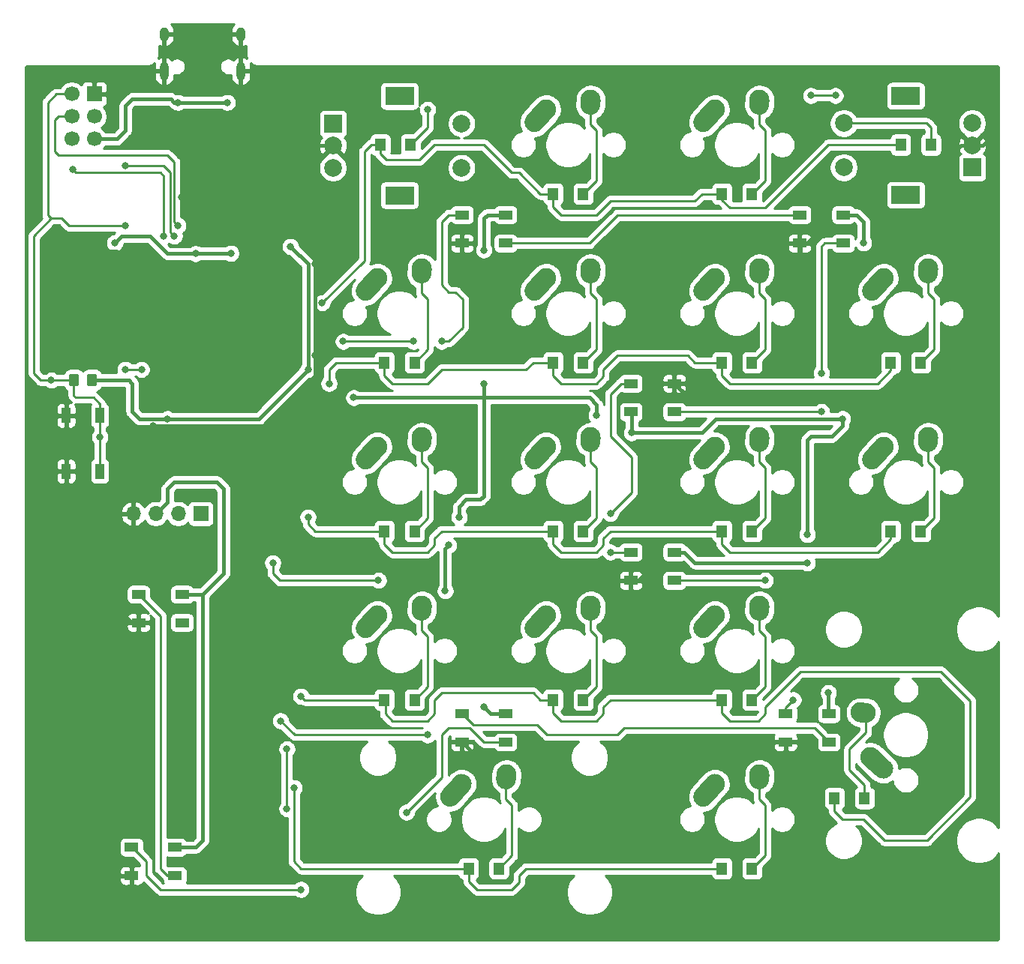
<source format=gbr>
G04 #@! TF.GenerationSoftware,KiCad,Pcbnew,(5.1.9)-1*
G04 #@! TF.CreationDate,2021-05-12T14:45:45+02:00*
G04 #@! TF.ProjectId,RotPad,526f7450-6164-42e6-9b69-6361645f7063,rev?*
G04 #@! TF.SameCoordinates,Original*
G04 #@! TF.FileFunction,Copper,L2,Bot*
G04 #@! TF.FilePolarity,Positive*
%FSLAX46Y46*%
G04 Gerber Fmt 4.6, Leading zero omitted, Abs format (unit mm)*
G04 Created by KiCad (PCBNEW (5.1.9)-1) date 2021-05-12 14:45:45*
%MOMM*%
%LPD*%
G01*
G04 APERTURE LIST*
G04 #@! TA.AperFunction,ComponentPad*
%ADD10C,2.250000*%
G04 #@! TD*
G04 #@! TA.AperFunction,SMDPad,CuDef*
%ADD11R,1.500000X1.000000*%
G04 #@! TD*
G04 #@! TA.AperFunction,ComponentPad*
%ADD12R,2.000000X2.000000*%
G04 #@! TD*
G04 #@! TA.AperFunction,ComponentPad*
%ADD13C,2.000000*%
G04 #@! TD*
G04 #@! TA.AperFunction,ComponentPad*
%ADD14R,3.200000X2.000000*%
G04 #@! TD*
G04 #@! TA.AperFunction,SMDPad,CuDef*
%ADD15R,1.200000X1.400000*%
G04 #@! TD*
G04 #@! TA.AperFunction,ComponentPad*
%ADD16R,1.700000X1.700000*%
G04 #@! TD*
G04 #@! TA.AperFunction,ComponentPad*
%ADD17O,1.700000X1.700000*%
G04 #@! TD*
G04 #@! TA.AperFunction,ComponentPad*
%ADD18C,1.700000*%
G04 #@! TD*
G04 #@! TA.AperFunction,SMDPad,CuDef*
%ADD19R,1.000000X1.700000*%
G04 #@! TD*
G04 #@! TA.AperFunction,ComponentPad*
%ADD20O,1.000000X1.600000*%
G04 #@! TD*
G04 #@! TA.AperFunction,ComponentPad*
%ADD21O,1.000000X2.100000*%
G04 #@! TD*
G04 #@! TA.AperFunction,ViaPad*
%ADD22C,0.800000*%
G04 #@! TD*
G04 #@! TA.AperFunction,Conductor*
%ADD23C,0.381000*%
G04 #@! TD*
G04 #@! TA.AperFunction,Conductor*
%ADD24C,0.250000*%
G04 #@! TD*
G04 #@! TA.AperFunction,Conductor*
%ADD25C,0.127000*%
G04 #@! TD*
G04 #@! TA.AperFunction,Conductor*
%ADD26C,0.100000*%
G04 #@! TD*
G04 #@! TA.AperFunction,Conductor*
%ADD27C,0.254000*%
G04 #@! TD*
G04 APERTURE END LIST*
G04 #@! TA.AperFunction,ComponentPad*
G36*
G01*
X142112724Y-114883560D02*
X142112724Y-114883560D01*
G75*
G02*
X141068940Y-113682824I78476J1122260D01*
G01*
X141109494Y-113102862D01*
G75*
G02*
X142310230Y-112059078I1122260J-78476D01*
G01*
X142310230Y-112059078D01*
G75*
G02*
X143354014Y-113259814I-78476J-1122260D01*
G01*
X143313460Y-113839776D01*
G75*
G02*
X142112724Y-114883560I-1122260J78476D01*
G01*
G37*
G04 #@! TD.AperFunction*
D10*
X142231200Y-113181300D03*
G04 #@! TA.AperFunction,ComponentPad*
G36*
G01*
X135128428Y-116557338D02*
X135128428Y-116557338D01*
G75*
G02*
X135045162Y-114968528I752772J836038D01*
G01*
X136357700Y-113510808D01*
G75*
G02*
X137946510Y-113427542I836038J-752772D01*
G01*
X137946510Y-113427542D01*
G75*
G02*
X138029776Y-115016352I-752772J-836038D01*
G01*
X136717238Y-116474072D01*
G75*
G02*
X135128428Y-116557338I-836038J752772D01*
G01*
G37*
G04 #@! TD.AperFunction*
X137191200Y-114261300D03*
G04 #@! TA.AperFunction,ComponentPad*
G36*
G01*
X123063924Y-114883560D02*
X123063924Y-114883560D01*
G75*
G02*
X122020140Y-113682824I78476J1122260D01*
G01*
X122060694Y-113102862D01*
G75*
G02*
X123261430Y-112059078I1122260J-78476D01*
G01*
X123261430Y-112059078D01*
G75*
G02*
X124305214Y-113259814I-78476J-1122260D01*
G01*
X124264660Y-113839776D01*
G75*
G02*
X123063924Y-114883560I-1122260J78476D01*
G01*
G37*
G04 #@! TD.AperFunction*
X123182400Y-113181300D03*
G04 #@! TA.AperFunction,ComponentPad*
G36*
G01*
X116079628Y-116557338D02*
X116079628Y-116557338D01*
G75*
G02*
X115996362Y-114968528I752772J836038D01*
G01*
X117308900Y-113510808D01*
G75*
G02*
X118897710Y-113427542I836038J-752772D01*
G01*
X118897710Y-113427542D01*
G75*
G02*
X118980976Y-115016352I-752772J-836038D01*
G01*
X117668438Y-116474072D01*
G75*
G02*
X116079628Y-116557338I-836038J752772D01*
G01*
G37*
G04 #@! TD.AperFunction*
X118142400Y-114261300D03*
D11*
X72157800Y-115099100D03*
X72157800Y-111899100D03*
X77057800Y-115099100D03*
X77057800Y-111899100D03*
X71364100Y-143672300D03*
X71364100Y-140472300D03*
X76264100Y-143672300D03*
X76264100Y-140472300D03*
G04 #@! TA.AperFunction,ComponentPad*
G36*
G01*
X161161524Y-76785960D02*
X161161524Y-76785960D01*
G75*
G02*
X160117740Y-75585224I78476J1122260D01*
G01*
X160158294Y-75005262D01*
G75*
G02*
X161359030Y-73961478I1122260J-78476D01*
G01*
X161359030Y-73961478D01*
G75*
G02*
X162402814Y-75162214I-78476J-1122260D01*
G01*
X162362260Y-75742176D01*
G75*
G02*
X161161524Y-76785960I-1122260J78476D01*
G01*
G37*
G04 #@! TD.AperFunction*
D10*
X161280000Y-75083700D03*
G04 #@! TA.AperFunction,ComponentPad*
G36*
G01*
X154177228Y-78459738D02*
X154177228Y-78459738D01*
G75*
G02*
X154093962Y-76870928I752772J836038D01*
G01*
X155406500Y-75413208D01*
G75*
G02*
X156995310Y-75329942I836038J-752772D01*
G01*
X156995310Y-75329942D01*
G75*
G02*
X157078576Y-76918752I-752772J-836038D01*
G01*
X155766038Y-78376472D01*
G75*
G02*
X154177228Y-78459738I-836038J752772D01*
G01*
G37*
G04 #@! TD.AperFunction*
X156240000Y-76163700D03*
D12*
X166233300Y-63696000D03*
D13*
X166233300Y-61196000D03*
X166233300Y-58696000D03*
D14*
X158733300Y-66796000D03*
X158733300Y-55596000D03*
D13*
X151733300Y-63696000D03*
X151733300Y-58696000D03*
D15*
X154090400Y-134929000D03*
X150690400Y-134929000D03*
D16*
X79170000Y-102784150D03*
D17*
X76630000Y-102784150D03*
X74090000Y-102784150D03*
X71550000Y-102784150D03*
D18*
X64607100Y-60480100D03*
X67147100Y-60480100D03*
X64607100Y-57940100D03*
X67147100Y-57940100D03*
X64607100Y-55400100D03*
D16*
X67147100Y-55400100D03*
G04 #@! TA.AperFunction,ComponentPad*
G36*
G01*
X142112724Y-57737160D02*
X142112724Y-57737160D01*
G75*
G02*
X141068940Y-56536424I78476J1122260D01*
G01*
X141109494Y-55956462D01*
G75*
G02*
X142310230Y-54912678I1122260J-78476D01*
G01*
X142310230Y-54912678D01*
G75*
G02*
X143354014Y-56113414I-78476J-1122260D01*
G01*
X143313460Y-56693376D01*
G75*
G02*
X142112724Y-57737160I-1122260J78476D01*
G01*
G37*
G04 #@! TD.AperFunction*
D10*
X142231200Y-56034900D03*
G04 #@! TA.AperFunction,ComponentPad*
G36*
G01*
X135128428Y-59410938D02*
X135128428Y-59410938D01*
G75*
G02*
X135045162Y-57822128I752772J836038D01*
G01*
X136357700Y-56364408D01*
G75*
G02*
X137946510Y-56281142I836038J-752772D01*
G01*
X137946510Y-56281142D01*
G75*
G02*
X138029776Y-57869952I-752772J-836038D01*
G01*
X136717238Y-59327672D01*
G75*
G02*
X135128428Y-59410938I-836038J752772D01*
G01*
G37*
G04 #@! TD.AperFunction*
X137191200Y-57114900D03*
G04 #@! TA.AperFunction,ComponentPad*
G36*
G01*
X123063924Y-57737160D02*
X123063924Y-57737160D01*
G75*
G02*
X122020140Y-56536424I78476J1122260D01*
G01*
X122060694Y-55956462D01*
G75*
G02*
X123261430Y-54912678I1122260J-78476D01*
G01*
X123261430Y-54912678D01*
G75*
G02*
X124305214Y-56113414I-78476J-1122260D01*
G01*
X124264660Y-56693376D01*
G75*
G02*
X123063924Y-57737160I-1122260J78476D01*
G01*
G37*
G04 #@! TD.AperFunction*
X123182400Y-56034900D03*
G04 #@! TA.AperFunction,ComponentPad*
G36*
G01*
X116079628Y-59410938D02*
X116079628Y-59410938D01*
G75*
G02*
X115996362Y-57822128I752772J836038D01*
G01*
X117308900Y-56364408D01*
G75*
G02*
X118897710Y-56281142I836038J-752772D01*
G01*
X118897710Y-56281142D01*
G75*
G02*
X118980976Y-57869952I-752772J-836038D01*
G01*
X117668438Y-59327672D01*
G75*
G02*
X116079628Y-59410938I-836038J752772D01*
G01*
G37*
G04 #@! TD.AperFunction*
X118142400Y-57114900D03*
G04 #@! TA.AperFunction,ComponentPad*
G36*
G01*
X123063924Y-76785960D02*
X123063924Y-76785960D01*
G75*
G02*
X122020140Y-75585224I78476J1122260D01*
G01*
X122060694Y-75005262D01*
G75*
G02*
X123261430Y-73961478I1122260J-78476D01*
G01*
X123261430Y-73961478D01*
G75*
G02*
X124305214Y-75162214I-78476J-1122260D01*
G01*
X124264660Y-75742176D01*
G75*
G02*
X123063924Y-76785960I-1122260J78476D01*
G01*
G37*
G04 #@! TD.AperFunction*
X123182400Y-75083700D03*
G04 #@! TA.AperFunction,ComponentPad*
G36*
G01*
X116079628Y-78459738D02*
X116079628Y-78459738D01*
G75*
G02*
X115996362Y-76870928I752772J836038D01*
G01*
X117308900Y-75413208D01*
G75*
G02*
X118897710Y-75329942I836038J-752772D01*
G01*
X118897710Y-75329942D01*
G75*
G02*
X118980976Y-76918752I-752772J-836038D01*
G01*
X117668438Y-78376472D01*
G75*
G02*
X116079628Y-78459738I-836038J752772D01*
G01*
G37*
G04 #@! TD.AperFunction*
X118142400Y-76163700D03*
G04 #@! TA.AperFunction,ComponentPad*
G36*
G01*
X123063924Y-95834760D02*
X123063924Y-95834760D01*
G75*
G02*
X122020140Y-94634024I78476J1122260D01*
G01*
X122060694Y-94054062D01*
G75*
G02*
X123261430Y-93010278I1122260J-78476D01*
G01*
X123261430Y-93010278D01*
G75*
G02*
X124305214Y-94211014I-78476J-1122260D01*
G01*
X124264660Y-94790976D01*
G75*
G02*
X123063924Y-95834760I-1122260J78476D01*
G01*
G37*
G04 #@! TD.AperFunction*
X123182400Y-94132500D03*
G04 #@! TA.AperFunction,ComponentPad*
G36*
G01*
X116079628Y-97508538D02*
X116079628Y-97508538D01*
G75*
G02*
X115996362Y-95919728I752772J836038D01*
G01*
X117308900Y-94462008D01*
G75*
G02*
X118897710Y-94378742I836038J-752772D01*
G01*
X118897710Y-94378742D01*
G75*
G02*
X118980976Y-95967552I-752772J-836038D01*
G01*
X117668438Y-97425272D01*
G75*
G02*
X116079628Y-97508538I-836038J752772D01*
G01*
G37*
G04 #@! TD.AperFunction*
X118142400Y-95212500D03*
G04 #@! TA.AperFunction,ComponentPad*
G36*
G01*
X104015124Y-76785960D02*
X104015124Y-76785960D01*
G75*
G02*
X102971340Y-75585224I78476J1122260D01*
G01*
X103011894Y-75005262D01*
G75*
G02*
X104212630Y-73961478I1122260J-78476D01*
G01*
X104212630Y-73961478D01*
G75*
G02*
X105256414Y-75162214I-78476J-1122260D01*
G01*
X105215860Y-75742176D01*
G75*
G02*
X104015124Y-76785960I-1122260J78476D01*
G01*
G37*
G04 #@! TD.AperFunction*
X104133600Y-75083700D03*
G04 #@! TA.AperFunction,ComponentPad*
G36*
G01*
X97030828Y-78459738D02*
X97030828Y-78459738D01*
G75*
G02*
X96947562Y-76870928I752772J836038D01*
G01*
X98260100Y-75413208D01*
G75*
G02*
X99848910Y-75329942I836038J-752772D01*
G01*
X99848910Y-75329942D01*
G75*
G02*
X99932176Y-76918752I-752772J-836038D01*
G01*
X98619638Y-78376472D01*
G75*
G02*
X97030828Y-78459738I-836038J752772D01*
G01*
G37*
G04 #@! TD.AperFunction*
X99093600Y-76163700D03*
G04 #@! TA.AperFunction,ComponentPad*
G36*
G01*
X142112724Y-76785960D02*
X142112724Y-76785960D01*
G75*
G02*
X141068940Y-75585224I78476J1122260D01*
G01*
X141109494Y-75005262D01*
G75*
G02*
X142310230Y-73961478I1122260J-78476D01*
G01*
X142310230Y-73961478D01*
G75*
G02*
X143354014Y-75162214I-78476J-1122260D01*
G01*
X143313460Y-75742176D01*
G75*
G02*
X142112724Y-76785960I-1122260J78476D01*
G01*
G37*
G04 #@! TD.AperFunction*
X142231200Y-75083700D03*
G04 #@! TA.AperFunction,ComponentPad*
G36*
G01*
X135128428Y-78459738D02*
X135128428Y-78459738D01*
G75*
G02*
X135045162Y-76870928I752772J836038D01*
G01*
X136357700Y-75413208D01*
G75*
G02*
X137946510Y-75329942I836038J-752772D01*
G01*
X137946510Y-75329942D01*
G75*
G02*
X138029776Y-76918752I-752772J-836038D01*
G01*
X136717238Y-78376472D01*
G75*
G02*
X135128428Y-78459738I-836038J752772D01*
G01*
G37*
G04 #@! TD.AperFunction*
X137191200Y-76163700D03*
G04 #@! TA.AperFunction,ComponentPad*
G36*
G01*
X104015124Y-95834760D02*
X104015124Y-95834760D01*
G75*
G02*
X102971340Y-94634024I78476J1122260D01*
G01*
X103011894Y-94054062D01*
G75*
G02*
X104212630Y-93010278I1122260J-78476D01*
G01*
X104212630Y-93010278D01*
G75*
G02*
X105256414Y-94211014I-78476J-1122260D01*
G01*
X105215860Y-94790976D01*
G75*
G02*
X104015124Y-95834760I-1122260J78476D01*
G01*
G37*
G04 #@! TD.AperFunction*
X104133600Y-94132500D03*
G04 #@! TA.AperFunction,ComponentPad*
G36*
G01*
X97030828Y-97508538D02*
X97030828Y-97508538D01*
G75*
G02*
X96947562Y-95919728I752772J836038D01*
G01*
X98260100Y-94462008D01*
G75*
G02*
X99848910Y-94378742I836038J-752772D01*
G01*
X99848910Y-94378742D01*
G75*
G02*
X99932176Y-95967552I-752772J-836038D01*
G01*
X98619638Y-97425272D01*
G75*
G02*
X97030828Y-97508538I-836038J752772D01*
G01*
G37*
G04 #@! TD.AperFunction*
X99093600Y-95212500D03*
G04 #@! TA.AperFunction,ComponentPad*
G36*
G01*
X142112724Y-95834760D02*
X142112724Y-95834760D01*
G75*
G02*
X141068940Y-94634024I78476J1122260D01*
G01*
X141109494Y-94054062D01*
G75*
G02*
X142310230Y-93010278I1122260J-78476D01*
G01*
X142310230Y-93010278D01*
G75*
G02*
X143354014Y-94211014I-78476J-1122260D01*
G01*
X143313460Y-94790976D01*
G75*
G02*
X142112724Y-95834760I-1122260J78476D01*
G01*
G37*
G04 #@! TD.AperFunction*
X142231200Y-94132500D03*
G04 #@! TA.AperFunction,ComponentPad*
G36*
G01*
X135128428Y-97508538D02*
X135128428Y-97508538D01*
G75*
G02*
X135045162Y-95919728I752772J836038D01*
G01*
X136357700Y-94462008D01*
G75*
G02*
X137946510Y-94378742I836038J-752772D01*
G01*
X137946510Y-94378742D01*
G75*
G02*
X138029776Y-95967552I-752772J-836038D01*
G01*
X136717238Y-97425272D01*
G75*
G02*
X135128428Y-97508538I-836038J752772D01*
G01*
G37*
G04 #@! TD.AperFunction*
X137191200Y-95212500D03*
G04 #@! TA.AperFunction,ComponentPad*
G36*
G01*
X113539524Y-133932360D02*
X113539524Y-133932360D01*
G75*
G02*
X112495740Y-132731624I78476J1122260D01*
G01*
X112536294Y-132151662D01*
G75*
G02*
X113737030Y-131107878I1122260J-78476D01*
G01*
X113737030Y-131107878D01*
G75*
G02*
X114780814Y-132308614I-78476J-1122260D01*
G01*
X114740260Y-132888576D01*
G75*
G02*
X113539524Y-133932360I-1122260J78476D01*
G01*
G37*
G04 #@! TD.AperFunction*
X113658000Y-132230100D03*
G04 #@! TA.AperFunction,ComponentPad*
G36*
G01*
X106555228Y-135606138D02*
X106555228Y-135606138D01*
G75*
G02*
X106471962Y-134017328I752772J836038D01*
G01*
X107784500Y-132559608D01*
G75*
G02*
X109373310Y-132476342I836038J-752772D01*
G01*
X109373310Y-132476342D01*
G75*
G02*
X109456576Y-134065152I-752772J-836038D01*
G01*
X108144038Y-135522872D01*
G75*
G02*
X106555228Y-135606138I-836038J752772D01*
G01*
G37*
G04 #@! TD.AperFunction*
X108618000Y-133310100D03*
G04 #@! TA.AperFunction,ComponentPad*
G36*
G01*
X155362260Y-125364176D02*
X155362260Y-125364176D01*
G75*
G02*
X154161524Y-126407960I-1122260J78476D01*
G01*
X153581562Y-126367406D01*
G75*
G02*
X152537778Y-125166670I78476J1122260D01*
G01*
X152537778Y-125166670D01*
G75*
G02*
X153738514Y-124122886I1122260J-78476D01*
G01*
X154318476Y-124163440D01*
G75*
G02*
X155362260Y-125364176I-78476J-1122260D01*
G01*
G37*
G04 #@! TD.AperFunction*
X153660000Y-125245700D03*
G04 #@! TA.AperFunction,ComponentPad*
G36*
G01*
X157036038Y-132348472D02*
X157036038Y-132348472D01*
G75*
G02*
X155447228Y-132431738I-836038J752772D01*
G01*
X153989508Y-131119200D01*
G75*
G02*
X153906242Y-129530390I752772J836038D01*
G01*
X153906242Y-129530390D01*
G75*
G02*
X155495052Y-129447124I836038J-752772D01*
G01*
X156952772Y-130759662D01*
G75*
G02*
X157036038Y-132348472I-752772J-836038D01*
G01*
G37*
G04 #@! TD.AperFunction*
X154740000Y-130285700D03*
G04 #@! TA.AperFunction,ComponentPad*
G36*
G01*
X161161524Y-95834760D02*
X161161524Y-95834760D01*
G75*
G02*
X160117740Y-94634024I78476J1122260D01*
G01*
X160158294Y-94054062D01*
G75*
G02*
X161359030Y-93010278I1122260J-78476D01*
G01*
X161359030Y-93010278D01*
G75*
G02*
X162402814Y-94211014I-78476J-1122260D01*
G01*
X162362260Y-94790976D01*
G75*
G02*
X161161524Y-95834760I-1122260J78476D01*
G01*
G37*
G04 #@! TD.AperFunction*
X161280000Y-94132500D03*
G04 #@! TA.AperFunction,ComponentPad*
G36*
G01*
X154177228Y-97508538D02*
X154177228Y-97508538D01*
G75*
G02*
X154093962Y-95919728I752772J836038D01*
G01*
X155406500Y-94462008D01*
G75*
G02*
X156995310Y-94378742I836038J-752772D01*
G01*
X156995310Y-94378742D01*
G75*
G02*
X157078576Y-95967552I-752772J-836038D01*
G01*
X155766038Y-97425272D01*
G75*
G02*
X154177228Y-97508538I-836038J752772D01*
G01*
G37*
G04 #@! TD.AperFunction*
X156240000Y-95212500D03*
G04 #@! TA.AperFunction,ComponentPad*
G36*
G01*
X104015124Y-114883560D02*
X104015124Y-114883560D01*
G75*
G02*
X102971340Y-113682824I78476J1122260D01*
G01*
X103011894Y-113102862D01*
G75*
G02*
X104212630Y-112059078I1122260J-78476D01*
G01*
X104212630Y-112059078D01*
G75*
G02*
X105256414Y-113259814I-78476J-1122260D01*
G01*
X105215860Y-113839776D01*
G75*
G02*
X104015124Y-114883560I-1122260J78476D01*
G01*
G37*
G04 #@! TD.AperFunction*
X104133600Y-113181300D03*
G04 #@! TA.AperFunction,ComponentPad*
G36*
G01*
X97030828Y-116557338D02*
X97030828Y-116557338D01*
G75*
G02*
X96947562Y-114968528I752772J836038D01*
G01*
X98260100Y-113510808D01*
G75*
G02*
X99848910Y-113427542I836038J-752772D01*
G01*
X99848910Y-113427542D01*
G75*
G02*
X99932176Y-115016352I-752772J-836038D01*
G01*
X98619638Y-116474072D01*
G75*
G02*
X97030828Y-116557338I-836038J752772D01*
G01*
G37*
G04 #@! TD.AperFunction*
X99093600Y-114261300D03*
G04 #@! TA.AperFunction,ComponentPad*
G36*
G01*
X142112724Y-133932360D02*
X142112724Y-133932360D01*
G75*
G02*
X141068940Y-132731624I78476J1122260D01*
G01*
X141109494Y-132151662D01*
G75*
G02*
X142310230Y-131107878I1122260J-78476D01*
G01*
X142310230Y-131107878D01*
G75*
G02*
X143354014Y-132308614I-78476J-1122260D01*
G01*
X143313460Y-132888576D01*
G75*
G02*
X142112724Y-133932360I-1122260J78476D01*
G01*
G37*
G04 #@! TD.AperFunction*
X142231200Y-132230100D03*
G04 #@! TA.AperFunction,ComponentPad*
G36*
G01*
X135128428Y-135606138D02*
X135128428Y-135606138D01*
G75*
G02*
X135045162Y-134017328I752772J836038D01*
G01*
X136357700Y-132559608D01*
G75*
G02*
X137946510Y-132476342I836038J-752772D01*
G01*
X137946510Y-132476342D01*
G75*
G02*
X138029776Y-134065152I-752772J-836038D01*
G01*
X136717238Y-135522872D01*
G75*
G02*
X135128428Y-135606138I-836038J752772D01*
G01*
G37*
G04 #@! TD.AperFunction*
X137191200Y-133310100D03*
D15*
X102843600Y-61114900D03*
X99443600Y-61114900D03*
D11*
X108668000Y-128592000D03*
X108668000Y-125392000D03*
X113568000Y-128592000D03*
X113568000Y-125392000D03*
D15*
X161577400Y-61114900D03*
X158177400Y-61114900D03*
X141391200Y-142866000D03*
X137991200Y-142866000D03*
X112818000Y-142866000D03*
X109418000Y-142866000D03*
X141391200Y-123817200D03*
X137991200Y-123817200D03*
X122342400Y-123817200D03*
X118942400Y-123817200D03*
X103293600Y-123817200D03*
X99893600Y-123817200D03*
X160440000Y-104768400D03*
X157040000Y-104768400D03*
X141391200Y-104768400D03*
X137991200Y-104768400D03*
X122342400Y-104768400D03*
X118942400Y-104768400D03*
X103293600Y-104768400D03*
X99893600Y-104768400D03*
X160440000Y-85719600D03*
X157040000Y-85719600D03*
X141391200Y-85719600D03*
X137991200Y-85719600D03*
X122342400Y-85719600D03*
X118942400Y-85719600D03*
X103293600Y-85719600D03*
X99893600Y-85719600D03*
X141391200Y-66670800D03*
X137991200Y-66670800D03*
X122342400Y-66670800D03*
X118942400Y-66670800D03*
D11*
X113568000Y-69039300D03*
X113568000Y-72239300D03*
X108668000Y-69039300D03*
X108668000Y-72239300D03*
X151665600Y-69039300D03*
X151665600Y-72239300D03*
X146765600Y-69039300D03*
X146765600Y-72239300D03*
X132616800Y-88088100D03*
X132616800Y-91288100D03*
X127716800Y-88088100D03*
X127716800Y-91288100D03*
X132616800Y-107136900D03*
X132616800Y-110336900D03*
X127716800Y-107136900D03*
X127716800Y-110336900D03*
X145178200Y-128592000D03*
X145178200Y-125392000D03*
X150078200Y-128592000D03*
X150078200Y-125392000D03*
G04 #@! TA.AperFunction,SMDPad,CuDef*
G36*
G01*
X64277100Y-88153851D02*
X64277100Y-87253849D01*
G75*
G02*
X64527099Y-87003850I249999J0D01*
G01*
X65177101Y-87003850D01*
G75*
G02*
X65427100Y-87253849I0J-249999D01*
G01*
X65427100Y-88153851D01*
G75*
G02*
X65177101Y-88403850I-249999J0D01*
G01*
X64527099Y-88403850D01*
G75*
G02*
X64277100Y-88153851I0J249999D01*
G01*
G37*
G04 #@! TD.AperFunction*
G04 #@! TA.AperFunction,SMDPad,CuDef*
G36*
G01*
X66327100Y-88153851D02*
X66327100Y-87253849D01*
G75*
G02*
X66577099Y-87003850I249999J0D01*
G01*
X67227101Y-87003850D01*
G75*
G02*
X67477100Y-87253849I0J-249999D01*
G01*
X67477100Y-88153851D01*
G75*
G02*
X67227101Y-88403850I-249999J0D01*
G01*
X66577099Y-88403850D01*
G75*
G02*
X66327100Y-88153851I0J249999D01*
G01*
G37*
G04 #@! TD.AperFunction*
D19*
X67777100Y-97997150D03*
X67777100Y-91697150D03*
X63977100Y-97997150D03*
X63977100Y-91697150D03*
D13*
X108600300Y-63733800D03*
X108600300Y-58733800D03*
D14*
X101600300Y-66833800D03*
X101600300Y-55633800D03*
D13*
X94100300Y-63733800D03*
X94100300Y-61233800D03*
D12*
X94100300Y-58733800D03*
D20*
X75050000Y-48634600D03*
X83690000Y-48634600D03*
D21*
X75050000Y-52814600D03*
X83690000Y-52814600D03*
D22*
X76592050Y-56352700D03*
X82147950Y-56352700D03*
X89291250Y-72623550D03*
X82570000Y-73392050D03*
X78576300Y-73417250D03*
X69448750Y-72226700D03*
X96434550Y-89688100D03*
X123817200Y-91672350D03*
X127785700Y-93656600D03*
X111118000Y-73020400D03*
X111118000Y-88100700D03*
X111118000Y-124610900D03*
X106752650Y-111514850D03*
X107149500Y-106355800D03*
X108340050Y-103181000D03*
X151596700Y-92069200D03*
X153977800Y-72226700D03*
X147628200Y-105165250D03*
X147628200Y-108340050D03*
X75401500Y-92069200D03*
X91275500Y-86513300D03*
X150009300Y-123023500D03*
X92862900Y-78973150D03*
X93656600Y-88100700D03*
X91275500Y-103181000D03*
X90481800Y-123420350D03*
X89688100Y-133738450D03*
X95244000Y-83338500D03*
X103181000Y-83338500D03*
X106355800Y-83338500D03*
X149215600Y-86910150D03*
X149215600Y-91275500D03*
X125404600Y-102784150D03*
X125404600Y-107149500D03*
X146040800Y-123817200D03*
X142866000Y-110324300D03*
X99212500Y-110324300D03*
X87307000Y-108340050D03*
X88169390Y-126198300D03*
X104768400Y-127785700D03*
X88894400Y-129373100D03*
X88894400Y-136119550D03*
X148025050Y-55559000D03*
X150803000Y-55559000D03*
X61908600Y-79370000D03*
X61908600Y-80957400D03*
X92069200Y-88894400D03*
X84529050Y-67861350D03*
X76988900Y-67067650D03*
X70639300Y-80957400D03*
X92069200Y-74607826D03*
X88894400Y-57543250D03*
X128579400Y-128579400D03*
X125404600Y-110324300D03*
X130166800Y-108736900D03*
X130166800Y-89688100D03*
X146834500Y-89688100D03*
X146834500Y-86116450D03*
X73814100Y-92862900D03*
X79151100Y-48634600D03*
X92069200Y-84925900D03*
X77782600Y-77782600D03*
X80957400Y-77782600D03*
X78576300Y-80163700D03*
X75996775Y-79568425D03*
X82147950Y-83735350D03*
X82544800Y-80957400D03*
X79370000Y-83338500D03*
X76195200Y-83338500D03*
X61908600Y-103974700D03*
X80163700Y-96831400D03*
X80957400Y-113499100D03*
X63496000Y-112705400D03*
X64289700Y-123023500D03*
X63496000Y-132547900D03*
X63496000Y-147628200D03*
X80163700Y-149215600D03*
X82544800Y-126992000D03*
X161121100Y-144453400D03*
X159533700Y-137310100D03*
X123023500Y-136516400D03*
X98418800Y-136516400D03*
X159533700Y-111911700D03*
X130166800Y-78576300D03*
X130166800Y-61114900D03*
X91275500Y-96037700D03*
X111911700Y-116673900D03*
X130166800Y-120642400D03*
X165883300Y-89688100D03*
X166677000Y-71433000D03*
X130960500Y-55559000D03*
X153977800Y-65877100D03*
X162708500Y-63496000D03*
X70639300Y-70242450D03*
X62305450Y-87703850D03*
X67777100Y-94137700D03*
X76195200Y-71433000D03*
X70639300Y-63496000D03*
X76592050Y-70242450D03*
X75004650Y-71433000D03*
X64686550Y-63892850D03*
X70639300Y-86513300D03*
X72483010Y-86513300D03*
X90481800Y-145247100D03*
X102387300Y-136516400D03*
X104768400Y-57146400D03*
D23*
X76592050Y-56352700D02*
X82147950Y-56352700D01*
X82570000Y-73392050D02*
X78601500Y-73392050D01*
X78601500Y-73392050D02*
X78576300Y-73417250D01*
X76592050Y-56352700D02*
X76195200Y-56352700D01*
X76195200Y-56352700D02*
X75798350Y-55955850D01*
X68734500Y-60480100D02*
X69686700Y-60480100D01*
X69686700Y-60480100D02*
X70639300Y-59527500D01*
X70639300Y-59527500D02*
X70639300Y-56749550D01*
X71433000Y-55955850D02*
X75798350Y-55955850D01*
X70639300Y-56749550D02*
X71433000Y-55955850D01*
X90878650Y-86910150D02*
X90878650Y-86910150D01*
X127785700Y-91357000D02*
X127716800Y-91288100D01*
X127785700Y-93656600D02*
X127785700Y-91357000D01*
X113568000Y-69039300D02*
X111527450Y-69039300D01*
X111118000Y-69448750D02*
X111118000Y-73020400D01*
X111527450Y-69039300D02*
X111118000Y-69448750D01*
X111118000Y-88100700D02*
X111118000Y-89688100D01*
X96434550Y-89688100D02*
X111118000Y-89688100D01*
X111899100Y-125392000D02*
X111118000Y-124610900D01*
X113568000Y-125392000D02*
X111899100Y-125392000D01*
X106752650Y-106752650D02*
X107149500Y-106355800D01*
X106752650Y-111514850D02*
X106752650Y-106752650D01*
X108340050Y-103181000D02*
X108340050Y-101990450D01*
X108340050Y-101990450D02*
X109133750Y-101196750D01*
X109133750Y-101196750D02*
X110721150Y-101196750D01*
X111118000Y-100799900D02*
X111118000Y-89688100D01*
X110721150Y-101196750D02*
X111118000Y-100799900D01*
X127785700Y-93656600D02*
X135722700Y-93656600D01*
X137310100Y-92069200D02*
X151596700Y-92069200D01*
X135722700Y-93656600D02*
X137310100Y-92069200D01*
X151596700Y-92069200D02*
X151596700Y-92862900D01*
X151596700Y-92862900D02*
X150406150Y-94053450D01*
X150406150Y-94053450D02*
X148025050Y-94053450D01*
X147628200Y-94450300D02*
X147628200Y-105165250D01*
X148025050Y-94053450D02*
X147628200Y-94450300D01*
X133725850Y-107136900D02*
X132616800Y-107136900D01*
X134929000Y-108340050D02*
X133725850Y-107136900D01*
X147628200Y-108340050D02*
X134929000Y-108340050D01*
X150009300Y-125323100D02*
X150078200Y-125392000D01*
X68734500Y-60480100D02*
X67147100Y-60480100D01*
X66902100Y-87703850D02*
X71036150Y-87703850D01*
X71036150Y-87703850D02*
X71433000Y-88100700D01*
X71433000Y-88100700D02*
X71433000Y-91275500D01*
X71433000Y-91275500D02*
X72226700Y-92069200D01*
X72226700Y-92069200D02*
X75401500Y-92069200D01*
X153171500Y-69039300D02*
X151665600Y-69039300D01*
X153977800Y-69845600D02*
X153171500Y-69039300D01*
X153977800Y-72226700D02*
X153977800Y-69845600D01*
X123817200Y-90481800D02*
X123817200Y-91672350D01*
X123023500Y-89688100D02*
X123817200Y-90481800D01*
X111118000Y-89688100D02*
X123023500Y-89688100D01*
X85719600Y-92069200D02*
X91275500Y-86513300D01*
X75401500Y-92069200D02*
X85719600Y-92069200D01*
X91275500Y-74607800D02*
X91275500Y-86513300D01*
X89291250Y-72623550D02*
X91275500Y-74607800D01*
X78576300Y-73417250D02*
X75401500Y-73417250D01*
X75401500Y-73417250D02*
X74210950Y-72226700D01*
X74210950Y-72226700D02*
X73417250Y-71433000D01*
X73417250Y-71433000D02*
X70242450Y-71433000D01*
X70242450Y-71433000D02*
X69448750Y-72226700D01*
X150009300Y-123023500D02*
X150009300Y-125323100D01*
X79382600Y-111899100D02*
X77057800Y-111899100D01*
X81751100Y-109530600D02*
X79382600Y-111899100D01*
X81751100Y-100006200D02*
X81751100Y-109530600D01*
X80957400Y-99212500D02*
X81751100Y-100006200D01*
X76195200Y-99212500D02*
X80957400Y-99212500D01*
X75401500Y-100006200D02*
X76195200Y-99212500D01*
X75401500Y-101472650D02*
X75401500Y-100006200D01*
X74090000Y-102784150D02*
X75401500Y-101472650D01*
X79382600Y-111899100D02*
X79382600Y-139678600D01*
X79382600Y-139678600D02*
X78576300Y-140484900D01*
X78563700Y-140472300D02*
X76264100Y-140472300D01*
X78576300Y-140484900D02*
X78563700Y-140472300D01*
D24*
X119848700Y-69051900D02*
X118942400Y-68145600D01*
X123817200Y-69051900D02*
X119848700Y-69051900D01*
X125404600Y-67464500D02*
X123817200Y-69051900D01*
X134929000Y-67464500D02*
X125404600Y-67464500D01*
X135722700Y-66670800D02*
X134929000Y-67464500D01*
X118942400Y-68145600D02*
X118942400Y-66670800D01*
X137991200Y-66670800D02*
X135722700Y-66670800D01*
X97625100Y-74210950D02*
X97625100Y-61908600D01*
X92862900Y-78973150D02*
X97625100Y-74210950D01*
X118942400Y-66670800D02*
X117467600Y-66670800D01*
X117467600Y-66670800D02*
X115086500Y-64289700D01*
X115086500Y-64289700D02*
X114292800Y-64289700D01*
X114292800Y-64289700D02*
X111118000Y-61114900D01*
X111118000Y-61114900D02*
X105562100Y-61114900D01*
X105562100Y-61114900D02*
X103862100Y-62814900D01*
X103862100Y-62814900D02*
X100118800Y-62814900D01*
X100118800Y-62814900D02*
X99443600Y-62139700D01*
X97625100Y-61908600D02*
X98418800Y-61114900D01*
X98418800Y-61114900D02*
X99443600Y-61114900D01*
X99443600Y-61114900D02*
X99443600Y-62139700D01*
X137991200Y-67351900D02*
X137991200Y-66670800D01*
X138897500Y-68258200D02*
X137991200Y-67351900D01*
X142866000Y-68258200D02*
X138897500Y-68258200D01*
X150009300Y-61114900D02*
X142866000Y-68258200D01*
X158177400Y-61114900D02*
X150009300Y-61114900D01*
X123142400Y-56614900D02*
X123142400Y-58852700D01*
X123142400Y-58852700D02*
X123817200Y-59527500D01*
X123817200Y-65196000D02*
X122342400Y-66670800D01*
X123817200Y-59527500D02*
X123817200Y-65196000D01*
X142191200Y-56614900D02*
X142191200Y-58852700D01*
X142191200Y-58852700D02*
X142866000Y-59527500D01*
X142866000Y-65196000D02*
X141391200Y-66670800D01*
X142866000Y-59527500D02*
X142866000Y-65196000D01*
X157040000Y-85719600D02*
X157040000Y-86625900D01*
X157040000Y-86625900D02*
X155565200Y-88100700D01*
X155565200Y-88100700D02*
X138897500Y-88100700D01*
X137991200Y-87194400D02*
X137991200Y-85719600D01*
X138897500Y-88100700D02*
X137991200Y-87194400D01*
X119848700Y-88100700D02*
X118942400Y-87194400D01*
X123817200Y-88100700D02*
X119848700Y-88100700D01*
X124610900Y-87307000D02*
X123817200Y-88100700D01*
X118942400Y-87194400D02*
X118942400Y-85719600D01*
X124610900Y-86513300D02*
X124610900Y-87307000D01*
X126198300Y-84925900D02*
X124610900Y-86513300D01*
X134135300Y-84925900D02*
X126198300Y-84925900D01*
X134929000Y-85719600D02*
X134135300Y-84925900D01*
X137991200Y-85719600D02*
X134929000Y-85719600D01*
X118942400Y-85719600D02*
X116673900Y-85719600D01*
X116673900Y-85719600D02*
X115880200Y-86513300D01*
X115880200Y-86513300D02*
X106355800Y-86513300D01*
X106355800Y-86513300D02*
X104768400Y-88100700D01*
X104768400Y-88100700D02*
X100799900Y-88100700D01*
X99893600Y-87194400D02*
X99893600Y-85719600D01*
X100799900Y-88100700D02*
X99893600Y-87194400D01*
X94450300Y-85719600D02*
X99893600Y-85719600D01*
X93656600Y-86513300D02*
X94450300Y-85719600D01*
X93656600Y-88100700D02*
X93656600Y-86513300D01*
X104093600Y-75663700D02*
X104093600Y-77901500D01*
X104093600Y-77901500D02*
X104768400Y-78576300D01*
X104768400Y-84244800D02*
X103293600Y-85719600D01*
X104768400Y-78576300D02*
X104768400Y-84244800D01*
X123142400Y-75663700D02*
X123142400Y-77901500D01*
X123142400Y-77901500D02*
X123817200Y-78576300D01*
X123817200Y-84244800D02*
X122342400Y-85719600D01*
X123817200Y-78576300D02*
X123817200Y-84244800D01*
X142191200Y-75663700D02*
X142191200Y-77901500D01*
X142191200Y-77901500D02*
X142866000Y-78576300D01*
X142866000Y-84244800D02*
X141391200Y-85719600D01*
X142866000Y-78576300D02*
X142866000Y-84244800D01*
X161240000Y-75663700D02*
X161240000Y-77901500D01*
X161240000Y-77901500D02*
X161914800Y-78576300D01*
X161914800Y-84244800D02*
X160440000Y-85719600D01*
X161914800Y-78576300D02*
X161914800Y-84244800D01*
X157040000Y-104768400D02*
X157040000Y-105674700D01*
X157040000Y-105674700D02*
X155565200Y-107149500D01*
X155565200Y-107149500D02*
X138897500Y-107149500D01*
X137991200Y-106243200D02*
X137991200Y-104768400D01*
X138897500Y-107149500D02*
X137991200Y-106243200D01*
X118942400Y-106243200D02*
X118942400Y-104768400D01*
X119848700Y-107149500D02*
X118942400Y-106243200D01*
X123817200Y-107149500D02*
X119848700Y-107149500D01*
X124610900Y-106355800D02*
X123817200Y-107149500D01*
X124610900Y-105562100D02*
X124610900Y-106355800D01*
X125404600Y-104768400D02*
X124610900Y-105562100D01*
X137991200Y-104768400D02*
X125404600Y-104768400D01*
X99893600Y-106243200D02*
X99893600Y-104768400D01*
X100799900Y-107149500D02*
X99893600Y-106243200D01*
X104768400Y-107149500D02*
X100799900Y-107149500D01*
X105562100Y-106355800D02*
X104768400Y-107149500D01*
X105562100Y-105562100D02*
X105562100Y-106355800D01*
X106355800Y-104768400D02*
X105562100Y-105562100D01*
X118942400Y-104768400D02*
X106355800Y-104768400D01*
X92069200Y-104768400D02*
X99893600Y-104768400D01*
X91275500Y-103974700D02*
X92069200Y-104768400D01*
X91275500Y-103181000D02*
X91275500Y-103974700D01*
X161083300Y-58696000D02*
X151733300Y-58696000D01*
X161577400Y-59190100D02*
X161083300Y-58696000D01*
X161577400Y-59190100D02*
X161577400Y-61114900D01*
X104093600Y-94712500D02*
X104093600Y-96950300D01*
X104093600Y-96950300D02*
X104768400Y-97625100D01*
X104768400Y-103293600D02*
X103293600Y-104768400D01*
X104768400Y-97625100D02*
X104768400Y-103293600D01*
X123142400Y-94712500D02*
X123142400Y-96950300D01*
X123142400Y-96950300D02*
X123817200Y-97625100D01*
X123817200Y-103293600D02*
X122342400Y-104768400D01*
X123817200Y-97625100D02*
X123817200Y-103293600D01*
X142191200Y-94712500D02*
X142191200Y-96950300D01*
X142191200Y-96950300D02*
X142866000Y-97625100D01*
X142866000Y-103293600D02*
X141391200Y-104768400D01*
X142866000Y-97625100D02*
X142866000Y-103293600D01*
X118942400Y-125292000D02*
X118942400Y-123817200D01*
X119848700Y-126198300D02*
X118942400Y-125292000D01*
X123817200Y-126198300D02*
X119848700Y-126198300D01*
X124610900Y-125404600D02*
X123817200Y-126198300D01*
X124610900Y-124610900D02*
X124610900Y-125404600D01*
X125404600Y-123817200D02*
X124610900Y-124610900D01*
X137991200Y-123817200D02*
X125404600Y-123817200D01*
X118942400Y-123817200D02*
X117467600Y-123817200D01*
X117467600Y-123817200D02*
X116673900Y-123023500D01*
X116673900Y-123023500D02*
X106355800Y-123023500D01*
X106355800Y-123023500D02*
X105562100Y-123817200D01*
X105562100Y-123817200D02*
X105562100Y-125404600D01*
X105562100Y-125404600D02*
X104768400Y-126198300D01*
X104768400Y-126198300D02*
X100799900Y-126198300D01*
X100799900Y-126198300D02*
X100006200Y-125404600D01*
X100006200Y-123929800D02*
X99893600Y-123817200D01*
X100006200Y-125404600D02*
X100006200Y-123929800D01*
X99893600Y-123817200D02*
X90878650Y-123817200D01*
X90878650Y-123817200D02*
X90481800Y-123420350D01*
X137991200Y-123817200D02*
X137991200Y-125292000D01*
X137991200Y-125292000D02*
X138897500Y-126198300D01*
X151596700Y-137310100D02*
X150690400Y-136403800D01*
X142072300Y-126198300D02*
X142866000Y-125404600D01*
X165995900Y-134816400D02*
X161121100Y-139691200D01*
X138897500Y-126198300D02*
X142072300Y-126198300D01*
X142866000Y-125404600D02*
X142866000Y-124610900D01*
X142866000Y-124610900D02*
X146834500Y-120642400D01*
X161121100Y-139691200D02*
X156358900Y-139691200D01*
X153977800Y-137310100D02*
X151596700Y-137310100D01*
X162708500Y-120642400D02*
X165995900Y-123929800D01*
X150690400Y-136403800D02*
X150690400Y-134929000D01*
X146834500Y-120642400D02*
X162708500Y-120642400D01*
X165995900Y-123929800D02*
X165995900Y-134816400D01*
X156358900Y-139691200D02*
X153977800Y-137310100D01*
X161240000Y-94712500D02*
X161240000Y-96950300D01*
X161240000Y-96950300D02*
X161914800Y-97625100D01*
X161914800Y-103293600D02*
X160440000Y-104768400D01*
X161914800Y-97625100D02*
X161914800Y-103293600D01*
X104768400Y-122342400D02*
X103293600Y-123817200D01*
X104093600Y-115999100D02*
X104768400Y-116673900D01*
X104768400Y-116673900D02*
X104768400Y-122342400D01*
X104093600Y-113761300D02*
X104093600Y-115999100D01*
X123142400Y-113761300D02*
X123142400Y-115999100D01*
X123142400Y-115999100D02*
X123817200Y-116673900D01*
X123817200Y-122342400D02*
X122342400Y-123817200D01*
X123817200Y-116673900D02*
X123817200Y-122342400D01*
X142191200Y-113761300D02*
X142191200Y-115999100D01*
X142191200Y-115999100D02*
X142866000Y-116673900D01*
X142866000Y-122342400D02*
X141391200Y-123817200D01*
X142866000Y-116673900D02*
X142866000Y-122342400D01*
X110324300Y-145247100D02*
X109418000Y-144340800D01*
X114292800Y-145247100D02*
X110324300Y-145247100D01*
X109418000Y-144340800D02*
X109418000Y-142866000D01*
X115086500Y-144453400D02*
X114292800Y-145247100D01*
X115880200Y-142866000D02*
X115086500Y-143659700D01*
X115086500Y-143659700D02*
X115086500Y-144453400D01*
X137991200Y-142866000D02*
X115880200Y-142866000D01*
X90481800Y-142866000D02*
X89688100Y-142072300D01*
X89688100Y-142072300D02*
X89688100Y-133738450D01*
X109418000Y-142866000D02*
X90481800Y-142866000D01*
X154240000Y-125285700D02*
X154240000Y-127523500D01*
X154240000Y-127523500D02*
X152390400Y-129373100D01*
X152390400Y-129373100D02*
X152390400Y-131754200D01*
X154090400Y-133454200D02*
X154090400Y-134929000D01*
X152390400Y-131754200D02*
X154090400Y-133454200D01*
X113618000Y-132810100D02*
X113618000Y-135047900D01*
X113618000Y-135047900D02*
X114292800Y-135722700D01*
X114292800Y-141391200D02*
X112818000Y-142866000D01*
X114292800Y-135722700D02*
X114292800Y-141391200D01*
X107162100Y-69039300D02*
X108668000Y-69039300D01*
X106355800Y-76988900D02*
X106355800Y-69845600D01*
X106355800Y-69845600D02*
X107162100Y-69039300D01*
X95244000Y-83338500D02*
X103181000Y-83338500D01*
X106355800Y-83338500D02*
X107149500Y-83338500D01*
X107149500Y-83338500D02*
X108736900Y-81751100D01*
X108736900Y-81751100D02*
X108736900Y-78576300D01*
X108736900Y-78576300D02*
X107943200Y-77782600D01*
X107943200Y-77782600D02*
X107149500Y-77782600D01*
X107149500Y-77782600D02*
X106355800Y-76988900D01*
X116264450Y-72239300D02*
X113568000Y-72239300D01*
X116277050Y-72226700D02*
X116264450Y-72239300D01*
X123023500Y-72226700D02*
X116277050Y-72226700D01*
X126210900Y-69039300D02*
X123023500Y-72226700D01*
X146765600Y-69039300D02*
X126210900Y-69039300D01*
X151665600Y-72239300D02*
X149599850Y-72239300D01*
X149215600Y-72623550D02*
X149215600Y-86910150D01*
X149599850Y-72239300D02*
X149215600Y-72623550D01*
X132629400Y-91275500D02*
X132616800Y-91288100D01*
X149215600Y-91275500D02*
X132629400Y-91275500D01*
X127716800Y-88088100D02*
X126607750Y-88088100D01*
X126607750Y-88088100D02*
X125404600Y-89291250D01*
X125404600Y-89291250D02*
X125404600Y-94053450D01*
X125404600Y-94053450D02*
X127785700Y-96434550D01*
X127785700Y-100403050D02*
X125404600Y-102784150D01*
X127785700Y-96434550D02*
X127785700Y-100403050D01*
X127704200Y-107149500D02*
X127716800Y-107136900D01*
X125404600Y-107149500D02*
X127704200Y-107149500D01*
X145178200Y-124679800D02*
X146040800Y-123817200D01*
X145178200Y-125392000D02*
X145178200Y-124679800D01*
X142853400Y-110336900D02*
X142866000Y-110324300D01*
X132616800Y-110336900D02*
X142853400Y-110336900D01*
X108655400Y-125404600D02*
X108668000Y-125392000D01*
X109924310Y-126648310D02*
X117123910Y-126648310D01*
X108668000Y-125392000D02*
X109924310Y-126648310D01*
X117123910Y-126648310D02*
X118261300Y-127785700D01*
X118261300Y-127785700D02*
X126198300Y-127785700D01*
X126198300Y-127785700D02*
X126992000Y-126992000D01*
X148478200Y-126992000D02*
X150078200Y-128592000D01*
X126992000Y-126992000D02*
X148478200Y-126992000D01*
X87307000Y-109530600D02*
X87307000Y-108340050D01*
X88100700Y-110324300D02*
X87307000Y-109530600D01*
X99212500Y-110324300D02*
X88100700Y-110324300D01*
X104768400Y-127785700D02*
X89756790Y-127785700D01*
X89756790Y-127785700D02*
X88169390Y-126198300D01*
X88894400Y-129373100D02*
X88894400Y-136119550D01*
X148025050Y-55559000D02*
X150803000Y-55559000D01*
D23*
X92069200Y-91275500D02*
X90481800Y-92862900D01*
X92069200Y-88894400D02*
X92069200Y-91275500D01*
X78179450Y-68258200D02*
X76988900Y-67067650D01*
X84132200Y-68258200D02*
X78179450Y-68258200D01*
X84529050Y-67861350D02*
X84132200Y-68258200D01*
X71433000Y-102667150D02*
X71550000Y-102784150D01*
X90481800Y-92862900D02*
X75401500Y-92862900D01*
X63977100Y-91697150D02*
X63977100Y-97997150D01*
X63977100Y-97997150D02*
X63977100Y-100487300D01*
X92069200Y-68655050D02*
X92069200Y-74607826D01*
X91275500Y-67861350D02*
X92069200Y-68655050D01*
X84529050Y-67861350D02*
X91275500Y-67861350D01*
X88894400Y-57543250D02*
X88894400Y-58733800D01*
X88894400Y-58733800D02*
X91394400Y-61233800D01*
X128592000Y-128592000D02*
X128579400Y-128579400D01*
X127704200Y-110324300D02*
X127716800Y-110336900D01*
X125404600Y-110324300D02*
X127704200Y-110324300D01*
X109927450Y-129851450D02*
X108668000Y-128592000D01*
X110242800Y-130166800D02*
X109927450Y-129851450D01*
X116673900Y-130563650D02*
X116277050Y-130166800D01*
X116673900Y-133341600D02*
X116673900Y-130563650D01*
X117070750Y-133738450D02*
X116673900Y-133341600D01*
X128579400Y-133341600D02*
X128182550Y-133738450D01*
X116277050Y-130166800D02*
X110242800Y-130166800D01*
X128579400Y-128579400D02*
X128579400Y-133341600D01*
X128566800Y-110336900D02*
X130166800Y-108736900D01*
X127716800Y-110336900D02*
X128566800Y-110336900D01*
X132616800Y-88088100D02*
X134216800Y-89688100D01*
X134216800Y-89688100D02*
X146834500Y-89688100D01*
X146834500Y-72308200D02*
X146765600Y-72239300D01*
X146834500Y-86116450D02*
X146834500Y-72308200D01*
X108668000Y-72239300D02*
X108668000Y-73348350D01*
X108668000Y-73348350D02*
X109530600Y-74210950D01*
X109530600Y-74210950D02*
X117070750Y-74210950D01*
X117070750Y-74210950D02*
X118261300Y-73020400D01*
X118261300Y-73020400D02*
X124214050Y-73020400D01*
X124995150Y-72239300D02*
X146765600Y-72239300D01*
X124214050Y-73020400D02*
X124995150Y-72239300D01*
X75401500Y-92862900D02*
X73814100Y-92862900D01*
X71550000Y-102784150D02*
X64686550Y-102784150D01*
X63977100Y-102074700D02*
X63977100Y-100487300D01*
X64686550Y-102784150D02*
X63977100Y-102074700D01*
X130973100Y-88088100D02*
X132616800Y-88088100D01*
X130166800Y-88894400D02*
X130973100Y-88088100D01*
X130166800Y-89688100D02*
X130166800Y-88894400D01*
X92069200Y-86137054D02*
X92069200Y-84925900D01*
X92069200Y-88894400D02*
X92069200Y-86137054D01*
X92069200Y-84925900D02*
X92069200Y-74607826D01*
X146765600Y-72239300D02*
X147615600Y-72239300D01*
X147615600Y-72239300D02*
X149612450Y-70242450D01*
X149612450Y-70242450D02*
X149612450Y-67067650D01*
X150803000Y-65877100D02*
X153977800Y-65877100D01*
X149612450Y-67067650D02*
X150803000Y-65877100D01*
X162708500Y-63496000D02*
X165008500Y-61196000D01*
X165008500Y-61196000D02*
X166233300Y-61196000D01*
X168264400Y-60321200D02*
X167389600Y-61196000D01*
X168264400Y-53971600D02*
X168264400Y-60321200D01*
X167389600Y-61196000D02*
X166233300Y-61196000D01*
X89291250Y-53177900D02*
X167470700Y-53177900D01*
X167470700Y-53177900D02*
X168264400Y-53971600D01*
X88894400Y-53574750D02*
X89291250Y-53177900D01*
X88894400Y-57543250D02*
X88894400Y-53574750D01*
X91394400Y-61233800D02*
X94100300Y-61233800D01*
X145178200Y-128592000D02*
X128592000Y-128592000D01*
X128182550Y-133738450D02*
X120245550Y-133738450D01*
X120245550Y-133738450D02*
X117070750Y-133738450D01*
X72157800Y-115099100D02*
X71445600Y-115099100D01*
X71445600Y-115099100D02*
X69051900Y-112705400D01*
X69051900Y-112705400D02*
X69051900Y-107943200D01*
X71550000Y-105445100D02*
X71550000Y-102784150D01*
X69051900Y-107943200D02*
X71550000Y-105445100D01*
X69858200Y-143672300D02*
X71364100Y-143672300D01*
X69051900Y-142866000D02*
X69858200Y-143672300D01*
X69051900Y-112705400D02*
X69051900Y-142866000D01*
D24*
X142191200Y-132810100D02*
X142191200Y-135047900D01*
X142191200Y-135047900D02*
X142866000Y-135722700D01*
X142866000Y-141391200D02*
X141391200Y-142866000D01*
X142866000Y-135722700D02*
X142866000Y-141391200D01*
X64289700Y-70242450D02*
X70639300Y-70242450D01*
X63496000Y-69448750D02*
X64289700Y-70242450D01*
X67777100Y-91697150D02*
X67777100Y-94137700D01*
X67777100Y-91697150D02*
X67777100Y-90397550D01*
X67777100Y-90397550D02*
X67067650Y-89688100D01*
X67067650Y-89688100D02*
X65083400Y-89688100D01*
X64852100Y-89456800D02*
X64852100Y-87703850D01*
X65083400Y-89688100D02*
X64852100Y-89456800D01*
X62305450Y-69448750D02*
X63496000Y-69448750D01*
X60321200Y-86910150D02*
X60321200Y-71433000D01*
X61114900Y-87703850D02*
X60321200Y-86910150D01*
X60321200Y-71433000D02*
X62305450Y-69448750D01*
X64852100Y-87703850D02*
X62305450Y-87703850D01*
X61908600Y-69051900D02*
X62305450Y-69448750D01*
X61908600Y-56352700D02*
X61908600Y-69051900D01*
X62861200Y-55400100D02*
X61908600Y-56352700D01*
X64607100Y-55400100D02*
X62861200Y-55400100D01*
X62305450Y-87703850D02*
X61114900Y-87703850D01*
X67777100Y-94137700D02*
X67777100Y-97997150D01*
X76195200Y-71433000D02*
X75745190Y-70982990D01*
X75745190Y-70982990D02*
X75745190Y-64236540D01*
X75004650Y-63496000D02*
X70639300Y-63496000D01*
X75745190Y-64236540D02*
X75004650Y-63496000D01*
X62702300Y-61908600D02*
X62702300Y-58336950D01*
X63099150Y-62305450D02*
X62702300Y-61908600D01*
X63099150Y-57940100D02*
X64607100Y-57940100D01*
X75401500Y-62305450D02*
X63099150Y-62305450D01*
X62702300Y-58336950D02*
X63099150Y-57940100D01*
X76195200Y-69845600D02*
X76195200Y-63099150D01*
X76195200Y-63099150D02*
X75401500Y-62305450D01*
X76592050Y-70242450D02*
X76195200Y-69845600D01*
X75004650Y-71433000D02*
X75004650Y-64686550D01*
X75004650Y-64686550D02*
X74607800Y-64289700D01*
X74607800Y-64289700D02*
X66670800Y-64289700D01*
X65083400Y-64289700D02*
X64686550Y-63892850D01*
X66670800Y-64289700D02*
X65083400Y-64289700D01*
X70639300Y-86513300D02*
X72483010Y-86513300D01*
X111130600Y-128592000D02*
X113568000Y-128592000D01*
X109530600Y-126992000D02*
X111130600Y-128592000D01*
X107149500Y-126992000D02*
X109530600Y-126992000D01*
X106355800Y-127785700D02*
X107149500Y-126992000D01*
X106355800Y-132547900D02*
X106355800Y-127785700D01*
X102387300Y-136516400D02*
X106355800Y-132547900D01*
X85719600Y-145247100D02*
X90481800Y-145247100D01*
X74607800Y-145247100D02*
X85719600Y-145247100D01*
X73020400Y-143659700D02*
X74607800Y-145247100D01*
X73020400Y-142072300D02*
X73020400Y-143659700D01*
X71420400Y-140472300D02*
X73020400Y-142072300D01*
X71364100Y-140472300D02*
X71420400Y-140472300D01*
X104768400Y-57146400D02*
X104768400Y-59190100D01*
X102843600Y-61114900D02*
X104768400Y-59190100D01*
X76264100Y-143672300D02*
X76207800Y-143672300D01*
X74607800Y-114349100D02*
X72157800Y-111899100D01*
X74607800Y-142866000D02*
X74607800Y-114349100D01*
X75414100Y-143672300D02*
X74607800Y-142866000D01*
X76264100Y-143672300D02*
X75414100Y-143672300D01*
D25*
X69782100Y-74607800D02*
X69783320Y-74620188D01*
X69786934Y-74632100D01*
X69792802Y-74643079D01*
X69800699Y-74652701D01*
X69810321Y-74660598D01*
X69821300Y-74666466D01*
X69833212Y-74670080D01*
X69845600Y-74671300D01*
X72163200Y-74671300D01*
X72163200Y-78973150D01*
X72164420Y-78985538D01*
X72168034Y-78997450D01*
X72173902Y-79008429D01*
X72181799Y-79018051D01*
X72191421Y-79025948D01*
X72202400Y-79031816D01*
X72214312Y-79035430D01*
X72226700Y-79036650D01*
X74544300Y-79036650D01*
X74544300Y-81290750D01*
X72226700Y-81290750D01*
X72214312Y-81291970D01*
X72202400Y-81295584D01*
X72191421Y-81301452D01*
X72181799Y-81309349D01*
X72173902Y-81318971D01*
X72168034Y-81329950D01*
X72164420Y-81341862D01*
X72163200Y-81354250D01*
X72163200Y-83671850D01*
X68655050Y-83671850D01*
X68642662Y-83673070D01*
X68630750Y-83676684D01*
X68619771Y-83682552D01*
X68610149Y-83690449D01*
X68602252Y-83700071D01*
X68596384Y-83711050D01*
X68592770Y-83722962D01*
X68591550Y-83735350D01*
X68591550Y-84862400D01*
X61178400Y-84862400D01*
X61178400Y-73083900D01*
X69782100Y-73083900D01*
X69782100Y-74607800D01*
G04 #@! TA.AperFunction,Conductor*
D26*
G36*
X69782100Y-74607800D02*
G01*
X69783320Y-74620188D01*
X69786934Y-74632100D01*
X69792802Y-74643079D01*
X69800699Y-74652701D01*
X69810321Y-74660598D01*
X69821300Y-74666466D01*
X69833212Y-74670080D01*
X69845600Y-74671300D01*
X72163200Y-74671300D01*
X72163200Y-78973150D01*
X72164420Y-78985538D01*
X72168034Y-78997450D01*
X72173902Y-79008429D01*
X72181799Y-79018051D01*
X72191421Y-79025948D01*
X72202400Y-79031816D01*
X72214312Y-79035430D01*
X72226700Y-79036650D01*
X74544300Y-79036650D01*
X74544300Y-81290750D01*
X72226700Y-81290750D01*
X72214312Y-81291970D01*
X72202400Y-81295584D01*
X72191421Y-81301452D01*
X72181799Y-81309349D01*
X72173902Y-81318971D01*
X72168034Y-81329950D01*
X72164420Y-81341862D01*
X72163200Y-81354250D01*
X72163200Y-83671850D01*
X68655050Y-83671850D01*
X68642662Y-83673070D01*
X68630750Y-83676684D01*
X68619771Y-83682552D01*
X68610149Y-83690449D01*
X68602252Y-83700071D01*
X68596384Y-83711050D01*
X68592770Y-83722962D01*
X68591550Y-83735350D01*
X68591550Y-84862400D01*
X61178400Y-84862400D01*
X61178400Y-73083900D01*
X69782100Y-73083900D01*
X69782100Y-74607800D01*
G37*
G04 #@! TD.AperFunction*
D27*
X82816839Y-47598431D02*
X82689997Y-47782922D01*
X82601585Y-47988613D01*
X82555000Y-48207600D01*
X82555000Y-48507600D01*
X83563000Y-48507600D01*
X83563000Y-48487600D01*
X83817000Y-48487600D01*
X83817000Y-48507600D01*
X83837000Y-48507600D01*
X83837000Y-48761600D01*
X83817000Y-48761600D01*
X83817000Y-49902554D01*
X83991874Y-50028719D01*
X84214976Y-49948876D01*
X84265901Y-49915817D01*
X84265901Y-50829219D01*
X84268669Y-50857321D01*
X84268635Y-50862159D01*
X84269535Y-50871330D01*
X84285727Y-51025386D01*
X84297757Y-51083992D01*
X84308964Y-51142742D01*
X84311627Y-51151564D01*
X84357434Y-51299539D01*
X84380604Y-51354658D01*
X84382350Y-51358978D01*
X84214976Y-51250324D01*
X83991874Y-51170481D01*
X83817000Y-51296646D01*
X83817000Y-52687600D01*
X84825000Y-52687600D01*
X84825000Y-52137600D01*
X84778415Y-51918613D01*
X84766213Y-51890224D01*
X84863231Y-51969351D01*
X84913034Y-52002440D01*
X84962417Y-52036254D01*
X84970523Y-52040636D01*
X85107295Y-52113358D01*
X85162569Y-52136140D01*
X85217580Y-52159718D01*
X85226383Y-52162443D01*
X85374675Y-52207215D01*
X85433369Y-52218837D01*
X85491866Y-52231271D01*
X85501031Y-52232234D01*
X85655195Y-52247350D01*
X85655198Y-52247350D01*
X85687181Y-52250500D01*
X169025821Y-52250500D01*
X169083453Y-52256151D01*
X169107846Y-52263516D01*
X169130336Y-52275473D01*
X169150076Y-52291574D01*
X169166319Y-52311208D01*
X169178436Y-52333617D01*
X169185970Y-52357954D01*
X169191801Y-52413435D01*
X169191800Y-114403549D01*
X169037000Y-114171874D01*
X168670826Y-113805700D01*
X168240251Y-113517999D01*
X167761822Y-113319827D01*
X167253924Y-113218800D01*
X166736076Y-113218800D01*
X166228178Y-113319827D01*
X165749749Y-113517999D01*
X165319174Y-113805700D01*
X164953000Y-114171874D01*
X164665299Y-114602449D01*
X164467127Y-115080878D01*
X164366100Y-115588776D01*
X164366100Y-116106624D01*
X164467127Y-116614522D01*
X164665299Y-117092951D01*
X164953000Y-117523526D01*
X165319174Y-117889700D01*
X165749749Y-118177401D01*
X166228178Y-118375573D01*
X166736076Y-118476600D01*
X167253924Y-118476600D01*
X167761822Y-118375573D01*
X168240251Y-118177401D01*
X168670826Y-117889700D01*
X169037000Y-117523526D01*
X169191800Y-117291851D01*
X169191800Y-138279549D01*
X169037000Y-138047874D01*
X168670826Y-137681700D01*
X168240251Y-137393999D01*
X167761822Y-137195827D01*
X167253924Y-137094800D01*
X166736076Y-137094800D01*
X166228178Y-137195827D01*
X165749749Y-137393999D01*
X165319174Y-137681700D01*
X164953000Y-138047874D01*
X164665299Y-138478449D01*
X164467127Y-138956878D01*
X164366100Y-139464776D01*
X164366100Y-139982624D01*
X164467127Y-140490522D01*
X164665299Y-140968951D01*
X164953000Y-141399526D01*
X165319174Y-141765700D01*
X165749749Y-142053401D01*
X166228178Y-142251573D01*
X166736076Y-142352600D01*
X167253924Y-142352600D01*
X167761822Y-142251573D01*
X168240251Y-142053401D01*
X168670826Y-141765700D01*
X169037000Y-141399526D01*
X169191800Y-141167851D01*
X169191800Y-147595782D01*
X169191801Y-150770711D01*
X169186149Y-150828353D01*
X169178785Y-150852745D01*
X169166827Y-150875235D01*
X169150725Y-150894978D01*
X169131092Y-150911219D01*
X169108684Y-150923335D01*
X169084344Y-150930870D01*
X169028875Y-150936700D01*
X59559779Y-150936700D01*
X59502147Y-150931049D01*
X59477755Y-150923685D01*
X59455265Y-150911727D01*
X59435522Y-150895625D01*
X59419281Y-150875992D01*
X59407165Y-150853584D01*
X59399630Y-150829244D01*
X59393800Y-150773775D01*
X59393800Y-144172300D01*
X69976028Y-144172300D01*
X69988288Y-144296782D01*
X70024598Y-144416480D01*
X70083563Y-144526794D01*
X70162915Y-144623485D01*
X70259606Y-144702837D01*
X70369920Y-144761802D01*
X70489618Y-144798112D01*
X70614100Y-144810372D01*
X71078350Y-144807300D01*
X71237100Y-144648550D01*
X71237100Y-143799300D01*
X70137850Y-143799300D01*
X69979100Y-143958050D01*
X69976028Y-144172300D01*
X59393800Y-144172300D01*
X59393800Y-143172300D01*
X69976028Y-143172300D01*
X69979100Y-143386550D01*
X70137850Y-143545300D01*
X71237100Y-143545300D01*
X71237100Y-142696050D01*
X71078350Y-142537300D01*
X70614100Y-142534228D01*
X70489618Y-142546488D01*
X70369920Y-142582798D01*
X70259606Y-142641763D01*
X70162915Y-142721115D01*
X70083563Y-142817806D01*
X70024598Y-142928120D01*
X69988288Y-143047818D01*
X69976028Y-143172300D01*
X59393800Y-143172300D01*
X59393800Y-139972300D01*
X69976028Y-139972300D01*
X69976028Y-140972300D01*
X69988288Y-141096782D01*
X70024598Y-141216480D01*
X70083563Y-141326794D01*
X70162915Y-141423485D01*
X70259606Y-141502837D01*
X70369920Y-141561802D01*
X70489618Y-141598112D01*
X70614100Y-141610372D01*
X71483671Y-141610372D01*
X72260400Y-142387102D01*
X72260400Y-142553107D01*
X72238582Y-142546488D01*
X72114100Y-142534228D01*
X71649850Y-142537300D01*
X71491100Y-142696050D01*
X71491100Y-143545300D01*
X71511100Y-143545300D01*
X71511100Y-143799300D01*
X71491100Y-143799300D01*
X71491100Y-144648550D01*
X71649850Y-144807300D01*
X72114100Y-144810372D01*
X72238582Y-144798112D01*
X72358280Y-144761802D01*
X72468594Y-144702837D01*
X72565285Y-144623485D01*
X72644637Y-144526794D01*
X72703176Y-144417277D01*
X74044001Y-145758103D01*
X74067799Y-145787101D01*
X74096797Y-145810899D01*
X74183524Y-145882074D01*
X74315553Y-145952646D01*
X74458814Y-145996103D01*
X74607800Y-146010777D01*
X74645133Y-146007100D01*
X89778089Y-146007100D01*
X89822026Y-146051037D01*
X89991544Y-146164305D01*
X90179902Y-146242326D01*
X90379861Y-146282100D01*
X90583739Y-146282100D01*
X90783698Y-146242326D01*
X90972056Y-146164305D01*
X91141574Y-146051037D01*
X91285737Y-145906874D01*
X91399005Y-145737356D01*
X91477026Y-145548998D01*
X91516800Y-145349039D01*
X91516800Y-145145161D01*
X91477026Y-144945202D01*
X91399005Y-144756844D01*
X91285737Y-144587326D01*
X91141574Y-144443163D01*
X90972056Y-144329895D01*
X90783698Y-144251874D01*
X90583739Y-144212100D01*
X90379861Y-144212100D01*
X90179902Y-144251874D01*
X89991544Y-144329895D01*
X89822026Y-144443163D01*
X89778089Y-144487100D01*
X77565854Y-144487100D01*
X77603602Y-144416480D01*
X77639912Y-144296782D01*
X77652172Y-144172300D01*
X77652172Y-143172300D01*
X77639912Y-143047818D01*
X77603602Y-142928120D01*
X77544637Y-142817806D01*
X77465285Y-142721115D01*
X77368594Y-142641763D01*
X77258280Y-142582798D01*
X77138582Y-142546488D01*
X77014100Y-142534228D01*
X75514100Y-142534228D01*
X75389618Y-142546488D01*
X75369264Y-142552662D01*
X75367800Y-142551198D01*
X75367800Y-141591494D01*
X75389618Y-141598112D01*
X75514100Y-141610372D01*
X77014100Y-141610372D01*
X77138582Y-141598112D01*
X77258280Y-141561802D01*
X77368594Y-141502837D01*
X77465285Y-141423485D01*
X77544637Y-141326794D01*
X77560135Y-141297800D01*
X78412315Y-141297800D01*
X78414474Y-141298455D01*
X78576299Y-141314394D01*
X78576300Y-141314394D01*
X78738126Y-141298455D01*
X78893733Y-141251253D01*
X79037142Y-141174599D01*
X79131341Y-141097291D01*
X79131342Y-141097290D01*
X79162840Y-141071440D01*
X79188690Y-141039942D01*
X79937639Y-140290994D01*
X79969141Y-140265141D01*
X80072299Y-140139442D01*
X80148953Y-139996034D01*
X80196156Y-139840426D01*
X80208100Y-139719153D01*
X80208100Y-139719144D01*
X80212093Y-139678601D01*
X80208100Y-139638058D01*
X80208100Y-129271161D01*
X87859400Y-129271161D01*
X87859400Y-129475039D01*
X87899174Y-129674998D01*
X87977195Y-129863356D01*
X88090463Y-130032874D01*
X88134400Y-130076811D01*
X88134401Y-135415838D01*
X88090463Y-135459776D01*
X87977195Y-135629294D01*
X87899174Y-135817652D01*
X87859400Y-136017611D01*
X87859400Y-136221489D01*
X87899174Y-136421448D01*
X87977195Y-136609806D01*
X88090463Y-136779324D01*
X88234626Y-136923487D01*
X88404144Y-137036755D01*
X88592502Y-137114776D01*
X88792461Y-137154550D01*
X88928101Y-137154550D01*
X88928100Y-142034978D01*
X88924424Y-142072300D01*
X88928100Y-142109622D01*
X88928100Y-142109632D01*
X88939097Y-142221285D01*
X88978930Y-142352600D01*
X88982554Y-142364546D01*
X89053126Y-142496576D01*
X89084027Y-142534228D01*
X89148099Y-142612301D01*
X89177102Y-142636103D01*
X89918001Y-143377002D01*
X89941799Y-143406001D01*
X90057524Y-143500974D01*
X90189553Y-143571546D01*
X90332814Y-143615003D01*
X90444467Y-143626000D01*
X90444476Y-143626000D01*
X90481799Y-143629676D01*
X90519122Y-143626000D01*
X97401274Y-143626000D01*
X97138000Y-143889274D01*
X96850299Y-144319849D01*
X96652127Y-144798278D01*
X96551100Y-145306176D01*
X96551100Y-145824024D01*
X96652127Y-146331922D01*
X96850299Y-146810351D01*
X97138000Y-147240926D01*
X97504174Y-147607100D01*
X97934749Y-147894801D01*
X98413178Y-148092973D01*
X98921076Y-148194000D01*
X99438924Y-148194000D01*
X99946822Y-148092973D01*
X100425251Y-147894801D01*
X100855826Y-147607100D01*
X101222000Y-147240926D01*
X101509701Y-146810351D01*
X101707873Y-146331922D01*
X101808900Y-145824024D01*
X101808900Y-145306176D01*
X101707873Y-144798278D01*
X101509701Y-144319849D01*
X101222000Y-143889274D01*
X100958726Y-143626000D01*
X108185837Y-143626000D01*
X108192188Y-143690482D01*
X108228498Y-143810180D01*
X108287463Y-143920494D01*
X108366815Y-144017185D01*
X108463506Y-144096537D01*
X108573820Y-144155502D01*
X108658000Y-144181038D01*
X108658000Y-144303477D01*
X108654324Y-144340800D01*
X108658000Y-144378122D01*
X108658000Y-144378132D01*
X108668997Y-144489785D01*
X108703154Y-144602386D01*
X108712454Y-144633046D01*
X108783026Y-144765076D01*
X108817679Y-144807300D01*
X108877999Y-144880801D01*
X108907002Y-144904603D01*
X109760501Y-145758103D01*
X109784299Y-145787101D01*
X109900024Y-145882074D01*
X110032053Y-145952646D01*
X110175314Y-145996103D01*
X110286967Y-146007100D01*
X110286975Y-146007100D01*
X110324300Y-146010776D01*
X110361625Y-146007100D01*
X114255478Y-146007100D01*
X114292800Y-146010776D01*
X114330122Y-146007100D01*
X114330133Y-146007100D01*
X114441786Y-145996103D01*
X114585047Y-145952646D01*
X114717076Y-145882074D01*
X114832801Y-145787101D01*
X114856603Y-145758098D01*
X115597502Y-145017199D01*
X115626501Y-144993401D01*
X115721474Y-144877676D01*
X115792046Y-144745647D01*
X115835503Y-144602386D01*
X115846500Y-144490733D01*
X115846500Y-144490724D01*
X115850176Y-144453401D01*
X115846500Y-144416078D01*
X115846500Y-143974501D01*
X116195002Y-143626000D01*
X121277274Y-143626000D01*
X121014000Y-143889274D01*
X120726299Y-144319849D01*
X120528127Y-144798278D01*
X120427100Y-145306176D01*
X120427100Y-145824024D01*
X120528127Y-146331922D01*
X120726299Y-146810351D01*
X121014000Y-147240926D01*
X121380174Y-147607100D01*
X121810749Y-147894801D01*
X122289178Y-148092973D01*
X122797076Y-148194000D01*
X123314924Y-148194000D01*
X123822822Y-148092973D01*
X124301251Y-147894801D01*
X124731826Y-147607100D01*
X125098000Y-147240926D01*
X125385701Y-146810351D01*
X125583873Y-146331922D01*
X125684900Y-145824024D01*
X125684900Y-145306176D01*
X125583873Y-144798278D01*
X125385701Y-144319849D01*
X125098000Y-143889274D01*
X124834726Y-143626000D01*
X136759037Y-143626000D01*
X136765388Y-143690482D01*
X136801698Y-143810180D01*
X136860663Y-143920494D01*
X136940015Y-144017185D01*
X137036706Y-144096537D01*
X137147020Y-144155502D01*
X137266718Y-144191812D01*
X137391200Y-144204072D01*
X138591200Y-144204072D01*
X138715682Y-144191812D01*
X138835380Y-144155502D01*
X138945694Y-144096537D01*
X139042385Y-144017185D01*
X139121737Y-143920494D01*
X139180702Y-143810180D01*
X139217012Y-143690482D01*
X139229272Y-143566000D01*
X139229272Y-142166000D01*
X139217012Y-142041518D01*
X139180702Y-141921820D01*
X139121737Y-141811506D01*
X139042385Y-141714815D01*
X138945694Y-141635463D01*
X138835380Y-141576498D01*
X138715682Y-141540188D01*
X138591200Y-141527928D01*
X137391200Y-141527928D01*
X137266718Y-141540188D01*
X137147020Y-141576498D01*
X137036706Y-141635463D01*
X136940015Y-141714815D01*
X136860663Y-141811506D01*
X136801698Y-141921820D01*
X136765388Y-142041518D01*
X136759037Y-142106000D01*
X115917522Y-142106000D01*
X115880199Y-142102324D01*
X115842876Y-142106000D01*
X115842867Y-142106000D01*
X115731214Y-142116997D01*
X115587953Y-142160454D01*
X115455924Y-142231026D01*
X115340199Y-142325999D01*
X115316401Y-142354997D01*
X114575502Y-143095897D01*
X114546499Y-143119699D01*
X114514865Y-143158246D01*
X114451526Y-143235424D01*
X114380955Y-143367453D01*
X114380954Y-143367454D01*
X114337497Y-143510715D01*
X114326500Y-143622368D01*
X114326500Y-143622378D01*
X114322824Y-143659700D01*
X114326500Y-143697022D01*
X114326500Y-144138598D01*
X113977999Y-144487100D01*
X110639102Y-144487100D01*
X110291716Y-144139714D01*
X110372494Y-144096537D01*
X110469185Y-144017185D01*
X110548537Y-143920494D01*
X110607502Y-143810180D01*
X110643812Y-143690482D01*
X110656072Y-143566000D01*
X110656072Y-142166000D01*
X110643812Y-142041518D01*
X110607502Y-141921820D01*
X110548537Y-141811506D01*
X110469185Y-141714815D01*
X110372494Y-141635463D01*
X110262180Y-141576498D01*
X110142482Y-141540188D01*
X110018000Y-141527928D01*
X108818000Y-141527928D01*
X108693518Y-141540188D01*
X108573820Y-141576498D01*
X108463506Y-141635463D01*
X108366815Y-141714815D01*
X108287463Y-141811506D01*
X108228498Y-141921820D01*
X108192188Y-142041518D01*
X108185837Y-142106000D01*
X90796602Y-142106000D01*
X90448100Y-141757499D01*
X90448100Y-134442161D01*
X90492037Y-134398224D01*
X90605305Y-134228706D01*
X90683326Y-134040348D01*
X90723100Y-133840389D01*
X90723100Y-133636511D01*
X90683326Y-133436552D01*
X90605305Y-133248194D01*
X90492037Y-133078676D01*
X90347874Y-132934513D01*
X90178356Y-132821245D01*
X89989998Y-132743224D01*
X89790039Y-132703450D01*
X89654400Y-132703450D01*
X89654400Y-130076811D01*
X89698337Y-130032874D01*
X89811605Y-129863356D01*
X89889626Y-129674998D01*
X89929400Y-129475039D01*
X89929400Y-129271161D01*
X89889626Y-129071202D01*
X89811605Y-128882844D01*
X89698337Y-128713326D01*
X89554174Y-128569163D01*
X89384656Y-128455895D01*
X89196298Y-128377874D01*
X88996339Y-128338100D01*
X88792461Y-128338100D01*
X88592502Y-128377874D01*
X88404144Y-128455895D01*
X88234626Y-128569163D01*
X88090463Y-128713326D01*
X87977195Y-128882844D01*
X87899174Y-129071202D01*
X87859400Y-129271161D01*
X80208100Y-129271161D01*
X80208100Y-126096361D01*
X87134390Y-126096361D01*
X87134390Y-126300239D01*
X87174164Y-126500198D01*
X87252185Y-126688556D01*
X87365453Y-126858074D01*
X87509616Y-127002237D01*
X87679134Y-127115505D01*
X87867492Y-127193526D01*
X88067451Y-127233300D01*
X88129589Y-127233300D01*
X89192991Y-128296703D01*
X89216789Y-128325701D01*
X89245787Y-128349499D01*
X89332514Y-128420674D01*
X89464543Y-128491246D01*
X89607804Y-128534703D01*
X89756790Y-128549377D01*
X89794123Y-128545700D01*
X97956964Y-128545700D01*
X97803718Y-128648096D01*
X97502996Y-128948818D01*
X97266719Y-129302430D01*
X97103970Y-129695343D01*
X97021000Y-130112457D01*
X97021000Y-130537743D01*
X97103970Y-130954857D01*
X97266719Y-131347770D01*
X97502996Y-131701382D01*
X97803718Y-132002104D01*
X98157330Y-132238381D01*
X98550243Y-132401130D01*
X98967357Y-132484100D01*
X99392643Y-132484100D01*
X99809757Y-132401130D01*
X100202670Y-132238381D01*
X100556282Y-132002104D01*
X100857004Y-131701382D01*
X101093281Y-131347770D01*
X101256030Y-130954857D01*
X101339000Y-130537743D01*
X101339000Y-130112457D01*
X101256030Y-129695343D01*
X101093281Y-129302430D01*
X100857004Y-128948818D01*
X100556282Y-128648096D01*
X100403036Y-128545700D01*
X104064689Y-128545700D01*
X104108626Y-128589637D01*
X104278144Y-128702905D01*
X104466502Y-128780926D01*
X104666461Y-128820700D01*
X104870339Y-128820700D01*
X105070298Y-128780926D01*
X105258656Y-128702905D01*
X105428174Y-128589637D01*
X105572337Y-128445474D01*
X105595801Y-128410358D01*
X105595800Y-132233098D01*
X102347499Y-135481400D01*
X102285361Y-135481400D01*
X102085402Y-135521174D01*
X101897044Y-135599195D01*
X101727526Y-135712463D01*
X101583363Y-135856626D01*
X101470095Y-136026144D01*
X101392074Y-136214502D01*
X101352300Y-136414461D01*
X101352300Y-136618339D01*
X101392074Y-136818298D01*
X101470095Y-137006656D01*
X101583363Y-137176174D01*
X101727526Y-137320337D01*
X101897044Y-137433605D01*
X102085402Y-137511626D01*
X102285361Y-137551400D01*
X102489239Y-137551400D01*
X102689198Y-137511626D01*
X102877556Y-137433605D01*
X103047074Y-137320337D01*
X103191237Y-137176174D01*
X103304505Y-137006656D01*
X103382526Y-136818298D01*
X103422300Y-136618339D01*
X103422300Y-136556201D01*
X105589154Y-134389348D01*
X105557788Y-134516331D01*
X105541909Y-134862656D01*
X105593901Y-135205424D01*
X105711765Y-135531465D01*
X105875617Y-135802817D01*
X105597549Y-135858129D01*
X105322747Y-135971956D01*
X105075431Y-136137207D01*
X104865107Y-136347531D01*
X104699856Y-136594847D01*
X104586029Y-136869649D01*
X104528000Y-137161378D01*
X104528000Y-137458822D01*
X104586029Y-137750551D01*
X104699856Y-138025353D01*
X104865107Y-138272669D01*
X105075431Y-138482993D01*
X105322747Y-138648244D01*
X105597549Y-138762071D01*
X105889278Y-138820100D01*
X106186722Y-138820100D01*
X106478451Y-138762071D01*
X106753253Y-138648244D01*
X107000569Y-138482993D01*
X107210893Y-138272669D01*
X107376144Y-138025353D01*
X107489971Y-137750551D01*
X107548000Y-137458822D01*
X107548000Y-137161378D01*
X107526080Y-137051176D01*
X108489100Y-137051176D01*
X108489100Y-137569024D01*
X108590127Y-138076922D01*
X108788299Y-138555351D01*
X109076000Y-138985926D01*
X109442174Y-139352100D01*
X109872749Y-139639801D01*
X110351178Y-139837973D01*
X110859076Y-139939000D01*
X111376924Y-139939000D01*
X111884822Y-139837973D01*
X112363251Y-139639801D01*
X112793826Y-139352100D01*
X113160000Y-138985926D01*
X113447701Y-138555351D01*
X113532800Y-138349903D01*
X113532801Y-141076397D01*
X113081270Y-141527928D01*
X112218000Y-141527928D01*
X112093518Y-141540188D01*
X111973820Y-141576498D01*
X111863506Y-141635463D01*
X111766815Y-141714815D01*
X111687463Y-141811506D01*
X111628498Y-141921820D01*
X111592188Y-142041518D01*
X111579928Y-142166000D01*
X111579928Y-143566000D01*
X111592188Y-143690482D01*
X111628498Y-143810180D01*
X111687463Y-143920494D01*
X111766815Y-144017185D01*
X111863506Y-144096537D01*
X111973820Y-144155502D01*
X112093518Y-144191812D01*
X112218000Y-144204072D01*
X113418000Y-144204072D01*
X113542482Y-144191812D01*
X113662180Y-144155502D01*
X113772494Y-144096537D01*
X113869185Y-144017185D01*
X113948537Y-143920494D01*
X114007502Y-143810180D01*
X114043812Y-143690482D01*
X114056072Y-143566000D01*
X114056072Y-142702729D01*
X114803803Y-141954999D01*
X114832801Y-141931201D01*
X114927774Y-141815476D01*
X114998346Y-141683447D01*
X115041803Y-141540186D01*
X115052800Y-141428533D01*
X115052800Y-141428524D01*
X115056476Y-141391201D01*
X115052800Y-141353878D01*
X115052800Y-138300362D01*
X115235431Y-138482993D01*
X115482747Y-138648244D01*
X115757549Y-138762071D01*
X116049278Y-138820100D01*
X116346722Y-138820100D01*
X116638451Y-138762071D01*
X116913253Y-138648244D01*
X117160569Y-138482993D01*
X117370893Y-138272669D01*
X117536144Y-138025353D01*
X117649971Y-137750551D01*
X117708000Y-137458822D01*
X117708000Y-137161378D01*
X133101200Y-137161378D01*
X133101200Y-137458822D01*
X133159229Y-137750551D01*
X133273056Y-138025353D01*
X133438307Y-138272669D01*
X133648631Y-138482993D01*
X133895947Y-138648244D01*
X134170749Y-138762071D01*
X134462478Y-138820100D01*
X134759922Y-138820100D01*
X135051651Y-138762071D01*
X135326453Y-138648244D01*
X135573769Y-138482993D01*
X135784093Y-138272669D01*
X135949344Y-138025353D01*
X136063171Y-137750551D01*
X136121200Y-137458822D01*
X136121200Y-137161378D01*
X136099280Y-137051176D01*
X137062300Y-137051176D01*
X137062300Y-137569024D01*
X137163327Y-138076922D01*
X137361499Y-138555351D01*
X137649200Y-138985926D01*
X138015374Y-139352100D01*
X138445949Y-139639801D01*
X138924378Y-139837973D01*
X139432276Y-139939000D01*
X139950124Y-139939000D01*
X140458022Y-139837973D01*
X140936451Y-139639801D01*
X141367026Y-139352100D01*
X141733200Y-138985926D01*
X142020901Y-138555351D01*
X142106000Y-138349903D01*
X142106001Y-141076397D01*
X141654470Y-141527928D01*
X140791200Y-141527928D01*
X140666718Y-141540188D01*
X140547020Y-141576498D01*
X140436706Y-141635463D01*
X140340015Y-141714815D01*
X140260663Y-141811506D01*
X140201698Y-141921820D01*
X140165388Y-142041518D01*
X140153128Y-142166000D01*
X140153128Y-143566000D01*
X140165388Y-143690482D01*
X140201698Y-143810180D01*
X140260663Y-143920494D01*
X140340015Y-144017185D01*
X140436706Y-144096537D01*
X140547020Y-144155502D01*
X140666718Y-144191812D01*
X140791200Y-144204072D01*
X141991200Y-144204072D01*
X142115682Y-144191812D01*
X142235380Y-144155502D01*
X142345694Y-144096537D01*
X142442385Y-144017185D01*
X142521737Y-143920494D01*
X142580702Y-143810180D01*
X142617012Y-143690482D01*
X142629272Y-143566000D01*
X142629272Y-142702729D01*
X143377003Y-141954999D01*
X143406001Y-141931201D01*
X143500974Y-141815476D01*
X143571546Y-141683447D01*
X143615003Y-141540186D01*
X143626000Y-141428533D01*
X143626000Y-141428524D01*
X143629676Y-141391201D01*
X143626000Y-141353878D01*
X143626000Y-138300362D01*
X143808631Y-138482993D01*
X144055947Y-138648244D01*
X144330749Y-138762071D01*
X144622478Y-138820100D01*
X144919922Y-138820100D01*
X145211651Y-138762071D01*
X145486453Y-138648244D01*
X145733769Y-138482993D01*
X145944093Y-138272669D01*
X146109344Y-138025353D01*
X146223171Y-137750551D01*
X146281200Y-137458822D01*
X146281200Y-137161378D01*
X146223171Y-136869649D01*
X146109344Y-136594847D01*
X145944093Y-136347531D01*
X145733769Y-136137207D01*
X145486453Y-135971956D01*
X145211651Y-135858129D01*
X144919922Y-135800100D01*
X144622478Y-135800100D01*
X144330749Y-135858129D01*
X144055947Y-135971956D01*
X143808631Y-136137207D01*
X143626000Y-136319838D01*
X143626000Y-135760022D01*
X143629676Y-135722699D01*
X143626000Y-135685376D01*
X143626000Y-135685367D01*
X143615003Y-135573714D01*
X143571546Y-135430453D01*
X143500974Y-135298424D01*
X143406001Y-135182699D01*
X143377004Y-135158902D01*
X142951200Y-134733099D01*
X142951200Y-134398173D01*
X143068768Y-134345520D01*
X143351452Y-134144813D01*
X143589547Y-133892812D01*
X143773906Y-133599204D01*
X143897441Y-133275271D01*
X143940882Y-133019111D01*
X143979993Y-132459787D01*
X143991200Y-132403445D01*
X143991200Y-132299514D01*
X143993497Y-132266665D01*
X143991200Y-132185709D01*
X143991200Y-132056755D01*
X143986932Y-132035300D01*
X143986128Y-132006951D01*
X143948868Y-131843940D01*
X143923564Y-131716727D01*
X143915146Y-131696403D01*
X143908877Y-131668978D01*
X143841093Y-131517622D01*
X143790892Y-131396427D01*
X143778529Y-131377924D01*
X143767174Y-131352570D01*
X143672341Y-131219003D01*
X143598281Y-131108165D01*
X143582295Y-131092179D01*
X143566467Y-131069886D01*
X143449310Y-130959194D01*
X143353135Y-130863019D01*
X143333950Y-130850200D01*
X143314466Y-130831791D01*
X143180622Y-130747749D01*
X143064873Y-130670408D01*
X143043060Y-130661373D01*
X143020858Y-130647432D01*
X142876452Y-130592362D01*
X142744573Y-130537736D01*
X142720824Y-130533012D01*
X142696925Y-130523898D01*
X142548236Y-130498682D01*
X142404545Y-130470100D01*
X142379699Y-130470100D01*
X142355116Y-130465931D01*
X142208186Y-130470100D01*
X142057855Y-130470100D01*
X142032843Y-130475075D01*
X142008567Y-130475764D01*
X141868977Y-130507670D01*
X141717827Y-130537736D01*
X141693679Y-130547738D01*
X141670594Y-130553015D01*
X141543192Y-130610072D01*
X141397527Y-130670408D01*
X141375289Y-130685267D01*
X141354186Y-130694718D01*
X141243017Y-130773649D01*
X141109265Y-130863019D01*
X141089975Y-130882309D01*
X141071502Y-130895425D01*
X140979781Y-130992503D01*
X140864119Y-131108165D01*
X140848703Y-131131237D01*
X140833407Y-131147426D01*
X140763578Y-131258635D01*
X140671508Y-131396427D01*
X140660752Y-131422394D01*
X140649048Y-131441034D01*
X140602809Y-131562283D01*
X140538836Y-131716727D01*
X140533304Y-131744537D01*
X140525513Y-131764967D01*
X140503960Y-131892061D01*
X140471200Y-132056755D01*
X140471200Y-132176608D01*
X140429457Y-132773574D01*
X140436826Y-133033287D01*
X140514077Y-133371260D01*
X140655780Y-133687668D01*
X140856487Y-133970352D01*
X141108488Y-134208447D01*
X141402096Y-134392806D01*
X141431201Y-134403905D01*
X141431201Y-135010568D01*
X141427524Y-135047900D01*
X141442198Y-135196885D01*
X141485654Y-135340146D01*
X141539144Y-135440218D01*
X141367026Y-135268100D01*
X140936451Y-134980399D01*
X140458022Y-134782227D01*
X139950124Y-134681200D01*
X139432276Y-134681200D01*
X138924378Y-134782227D01*
X138445949Y-134980399D01*
X138015374Y-135268100D01*
X137649200Y-135634274D01*
X137361499Y-136064849D01*
X137163327Y-136543278D01*
X137062300Y-137051176D01*
X136099280Y-137051176D01*
X136063171Y-136869649D01*
X135949344Y-136594847D01*
X135908141Y-136533183D01*
X135973756Y-136536191D01*
X136316524Y-136484199D01*
X136642565Y-136366335D01*
X136939345Y-136187129D01*
X137131286Y-136012017D01*
X138514389Y-134475927D01*
X138558281Y-134432035D01*
X138591007Y-134383057D01*
X138713610Y-134216611D01*
X138740415Y-134159452D01*
X138750892Y-134143773D01*
X138774522Y-134086726D01*
X138860812Y-133902724D01*
X138875696Y-133842468D01*
X138883564Y-133823473D01*
X138896698Y-133757443D01*
X138943950Y-133566150D01*
X138946706Y-133506037D01*
X138951200Y-133483445D01*
X138951200Y-133408026D01*
X138959829Y-133219825D01*
X138951200Y-133162937D01*
X138951200Y-133136755D01*
X138934473Y-133052663D01*
X138907836Y-132877056D01*
X138889396Y-132826046D01*
X138883564Y-132796727D01*
X138846107Y-132706297D01*
X138789973Y-132551016D01*
X138763908Y-132507849D01*
X138750892Y-132476427D01*
X138689019Y-132383827D01*
X138610767Y-132254236D01*
X138579607Y-132220081D01*
X138558281Y-132188165D01*
X138469411Y-132099295D01*
X138377105Y-131998118D01*
X138343428Y-131973312D01*
X138313135Y-131943019D01*
X138196492Y-131865080D01*
X138097967Y-131792508D01*
X138064134Y-131776642D01*
X138024873Y-131750408D01*
X137882029Y-131691241D01*
X137784081Y-131645306D01*
X137752005Y-131637383D01*
X137704573Y-131617736D01*
X137539696Y-131584940D01*
X137447507Y-131562168D01*
X137418537Y-131560840D01*
X137364545Y-131550100D01*
X137184300Y-131550100D01*
X137101181Y-131546289D01*
X137076057Y-131550100D01*
X137017855Y-131550100D01*
X136830924Y-131587283D01*
X136758412Y-131598282D01*
X136737349Y-131605896D01*
X136677827Y-131617736D01*
X136494241Y-131693779D01*
X136432372Y-131716145D01*
X136415173Y-131726530D01*
X136357527Y-131750408D01*
X136187648Y-131863918D01*
X136135592Y-131895351D01*
X136121872Y-131907868D01*
X136069265Y-131943019D01*
X135824119Y-132188165D01*
X135785124Y-132246526D01*
X134515418Y-133656677D01*
X134361328Y-133865871D01*
X134214125Y-134179757D01*
X134130988Y-134516331D01*
X134115109Y-134862656D01*
X134167101Y-135205424D01*
X134284965Y-135531465D01*
X134448817Y-135802817D01*
X134170749Y-135858129D01*
X133895947Y-135971956D01*
X133648631Y-136137207D01*
X133438307Y-136347531D01*
X133273056Y-136594847D01*
X133159229Y-136869649D01*
X133101200Y-137161378D01*
X117708000Y-137161378D01*
X117649971Y-136869649D01*
X117536144Y-136594847D01*
X117370893Y-136347531D01*
X117160569Y-136137207D01*
X116913253Y-135971956D01*
X116638451Y-135858129D01*
X116346722Y-135800100D01*
X116049278Y-135800100D01*
X115757549Y-135858129D01*
X115482747Y-135971956D01*
X115235431Y-136137207D01*
X115052800Y-136319838D01*
X115052800Y-135760022D01*
X115056476Y-135722699D01*
X115052800Y-135685376D01*
X115052800Y-135685367D01*
X115041803Y-135573714D01*
X114998346Y-135430453D01*
X114927774Y-135298424D01*
X114832801Y-135182699D01*
X114803804Y-135158902D01*
X114378000Y-134733099D01*
X114378000Y-134398173D01*
X114495568Y-134345520D01*
X114778252Y-134144813D01*
X115016347Y-133892812D01*
X115200706Y-133599204D01*
X115324241Y-133275271D01*
X115367682Y-133019111D01*
X115406793Y-132459787D01*
X115418000Y-132403445D01*
X115418000Y-132299514D01*
X115420297Y-132266665D01*
X115418000Y-132185709D01*
X115418000Y-132056755D01*
X115413732Y-132035300D01*
X115412928Y-132006951D01*
X115375668Y-131843940D01*
X115350364Y-131716727D01*
X115341946Y-131696403D01*
X115335677Y-131668978D01*
X115267893Y-131517622D01*
X115217692Y-131396427D01*
X115205329Y-131377924D01*
X115193974Y-131352570D01*
X115099141Y-131219003D01*
X115025081Y-131108165D01*
X115009095Y-131092179D01*
X114993267Y-131069886D01*
X114876110Y-130959194D01*
X114779935Y-130863019D01*
X114760750Y-130850200D01*
X114741266Y-130831791D01*
X114607422Y-130747749D01*
X114491673Y-130670408D01*
X114469860Y-130661373D01*
X114447658Y-130647432D01*
X114303252Y-130592362D01*
X114171373Y-130537736D01*
X114147624Y-130533012D01*
X114123725Y-130523898D01*
X113975036Y-130498682D01*
X113831345Y-130470100D01*
X113806499Y-130470100D01*
X113781916Y-130465931D01*
X113634986Y-130470100D01*
X113484655Y-130470100D01*
X113459643Y-130475075D01*
X113435367Y-130475764D01*
X113295777Y-130507670D01*
X113144627Y-130537736D01*
X113120479Y-130547738D01*
X113097394Y-130553015D01*
X112969992Y-130610072D01*
X112824327Y-130670408D01*
X112802089Y-130685267D01*
X112780986Y-130694718D01*
X112669817Y-130773649D01*
X112536065Y-130863019D01*
X112516775Y-130882309D01*
X112498302Y-130895425D01*
X112406581Y-130992503D01*
X112290919Y-131108165D01*
X112275503Y-131131237D01*
X112260207Y-131147426D01*
X112190378Y-131258635D01*
X112098308Y-131396427D01*
X112087552Y-131422394D01*
X112075848Y-131441034D01*
X112029609Y-131562283D01*
X111965636Y-131716727D01*
X111960104Y-131744537D01*
X111952313Y-131764967D01*
X111930760Y-131892061D01*
X111898000Y-132056755D01*
X111898000Y-132176608D01*
X111856257Y-132773574D01*
X111863626Y-133033287D01*
X111940877Y-133371260D01*
X112082580Y-133687668D01*
X112283287Y-133970352D01*
X112535288Y-134208447D01*
X112828896Y-134392806D01*
X112858001Y-134403905D01*
X112858001Y-135010568D01*
X112854324Y-135047900D01*
X112868998Y-135196885D01*
X112912454Y-135340146D01*
X112965944Y-135440218D01*
X112793826Y-135268100D01*
X112363251Y-134980399D01*
X111884822Y-134782227D01*
X111376924Y-134681200D01*
X110859076Y-134681200D01*
X110351178Y-134782227D01*
X109872749Y-134980399D01*
X109442174Y-135268100D01*
X109076000Y-135634274D01*
X108788299Y-136064849D01*
X108590127Y-136543278D01*
X108489100Y-137051176D01*
X107526080Y-137051176D01*
X107489971Y-136869649D01*
X107376144Y-136594847D01*
X107334941Y-136533183D01*
X107400556Y-136536191D01*
X107743324Y-136484199D01*
X108069365Y-136366335D01*
X108366145Y-136187129D01*
X108558086Y-136012017D01*
X109941189Y-134475927D01*
X109985081Y-134432035D01*
X110017807Y-134383057D01*
X110140410Y-134216611D01*
X110167215Y-134159452D01*
X110177692Y-134143773D01*
X110201322Y-134086726D01*
X110287612Y-133902724D01*
X110302496Y-133842468D01*
X110310364Y-133823473D01*
X110323498Y-133757443D01*
X110370750Y-133566150D01*
X110373506Y-133506037D01*
X110378000Y-133483445D01*
X110378000Y-133408026D01*
X110386629Y-133219825D01*
X110378000Y-133162937D01*
X110378000Y-133136755D01*
X110361273Y-133052663D01*
X110334636Y-132877056D01*
X110316196Y-132826046D01*
X110310364Y-132796727D01*
X110272907Y-132706297D01*
X110216773Y-132551016D01*
X110190708Y-132507849D01*
X110177692Y-132476427D01*
X110115819Y-132383827D01*
X110037567Y-132254236D01*
X110006407Y-132220081D01*
X109985081Y-132188165D01*
X109896211Y-132099295D01*
X109803905Y-131998118D01*
X109770228Y-131973312D01*
X109739935Y-131943019D01*
X109623292Y-131865080D01*
X109524767Y-131792508D01*
X109490934Y-131776642D01*
X109451673Y-131750408D01*
X109308829Y-131691241D01*
X109210881Y-131645306D01*
X109178805Y-131637383D01*
X109131373Y-131617736D01*
X108966496Y-131584940D01*
X108874307Y-131562168D01*
X108845337Y-131560840D01*
X108791345Y-131550100D01*
X108611100Y-131550100D01*
X108527981Y-131546289D01*
X108502857Y-131550100D01*
X108444655Y-131550100D01*
X108257724Y-131587283D01*
X108185212Y-131598282D01*
X108164149Y-131605896D01*
X108104627Y-131617736D01*
X107921041Y-131693779D01*
X107859172Y-131716145D01*
X107841973Y-131726530D01*
X107784327Y-131750408D01*
X107614448Y-131863918D01*
X107562392Y-131895351D01*
X107548672Y-131907868D01*
X107496065Y-131943019D01*
X107250919Y-132188165D01*
X107211924Y-132246526D01*
X107115800Y-132353282D01*
X107115800Y-129092000D01*
X107279928Y-129092000D01*
X107292188Y-129216482D01*
X107328498Y-129336180D01*
X107387463Y-129446494D01*
X107466815Y-129543185D01*
X107563506Y-129622537D01*
X107673820Y-129681502D01*
X107793518Y-129717812D01*
X107918000Y-129730072D01*
X108382250Y-129727000D01*
X108541000Y-129568250D01*
X108541000Y-128719000D01*
X108795000Y-128719000D01*
X108795000Y-129568250D01*
X108953750Y-129727000D01*
X109418000Y-129730072D01*
X109542482Y-129717812D01*
X109662180Y-129681502D01*
X109772494Y-129622537D01*
X109869185Y-129543185D01*
X109948537Y-129446494D01*
X110007502Y-129336180D01*
X110043812Y-129216482D01*
X110056072Y-129092000D01*
X110053000Y-128877750D01*
X109894250Y-128719000D01*
X108795000Y-128719000D01*
X108541000Y-128719000D01*
X107441750Y-128719000D01*
X107283000Y-128877750D01*
X107279928Y-129092000D01*
X107115800Y-129092000D01*
X107115800Y-128100501D01*
X107311088Y-127905214D01*
X107292188Y-127967518D01*
X107279928Y-128092000D01*
X107283000Y-128306250D01*
X107441750Y-128465000D01*
X108541000Y-128465000D01*
X108541000Y-128445000D01*
X108795000Y-128445000D01*
X108795000Y-128465000D01*
X109894250Y-128465000D01*
X109911524Y-128447726D01*
X110566801Y-129103003D01*
X110590599Y-129132001D01*
X110706324Y-129226974D01*
X110838353Y-129297546D01*
X110981614Y-129341003D01*
X111093267Y-129352000D01*
X111093275Y-129352000D01*
X111130600Y-129355676D01*
X111167925Y-129352000D01*
X112236954Y-129352000D01*
X112287463Y-129446494D01*
X112366815Y-129543185D01*
X112463506Y-129622537D01*
X112573820Y-129681502D01*
X112693518Y-129717812D01*
X112818000Y-129730072D01*
X114318000Y-129730072D01*
X114442482Y-129717812D01*
X114562180Y-129681502D01*
X114672494Y-129622537D01*
X114769185Y-129543185D01*
X114848537Y-129446494D01*
X114907502Y-129336180D01*
X114943812Y-129216482D01*
X114956072Y-129092000D01*
X114956072Y-128092000D01*
X114943812Y-127967518D01*
X114907502Y-127847820D01*
X114848537Y-127737506D01*
X114769185Y-127640815D01*
X114672494Y-127561463D01*
X114562180Y-127502498D01*
X114442482Y-127466188D01*
X114318000Y-127453928D01*
X112818000Y-127453928D01*
X112693518Y-127466188D01*
X112573820Y-127502498D01*
X112463506Y-127561463D01*
X112366815Y-127640815D01*
X112287463Y-127737506D01*
X112236954Y-127832000D01*
X111445402Y-127832000D01*
X111021712Y-127408310D01*
X116809109Y-127408310D01*
X117697501Y-128296703D01*
X117721299Y-128325701D01*
X117837024Y-128420674D01*
X117969053Y-128491246D01*
X118112314Y-128534703D01*
X118223967Y-128545700D01*
X118223976Y-128545700D01*
X118261299Y-128549376D01*
X118298622Y-128545700D01*
X121832964Y-128545700D01*
X121679718Y-128648096D01*
X121378996Y-128948818D01*
X121142719Y-129302430D01*
X120979970Y-129695343D01*
X120897000Y-130112457D01*
X120897000Y-130537743D01*
X120979970Y-130954857D01*
X121142719Y-131347770D01*
X121378996Y-131701382D01*
X121679718Y-132002104D01*
X122033330Y-132238381D01*
X122426243Y-132401130D01*
X122843357Y-132484100D01*
X123268643Y-132484100D01*
X123685757Y-132401130D01*
X124078670Y-132238381D01*
X124432282Y-132002104D01*
X124733004Y-131701382D01*
X124969281Y-131347770D01*
X125132030Y-130954857D01*
X125215000Y-130537743D01*
X125215000Y-130112457D01*
X125132030Y-129695343D01*
X124969281Y-129302430D01*
X124828676Y-129092000D01*
X143790128Y-129092000D01*
X143802388Y-129216482D01*
X143838698Y-129336180D01*
X143897663Y-129446494D01*
X143977015Y-129543185D01*
X144073706Y-129622537D01*
X144184020Y-129681502D01*
X144303718Y-129717812D01*
X144428200Y-129730072D01*
X144892450Y-129727000D01*
X145051200Y-129568250D01*
X145051200Y-128719000D01*
X145305200Y-128719000D01*
X145305200Y-129568250D01*
X145463950Y-129727000D01*
X145928200Y-129730072D01*
X146052682Y-129717812D01*
X146172380Y-129681502D01*
X146282694Y-129622537D01*
X146379385Y-129543185D01*
X146458737Y-129446494D01*
X146517702Y-129336180D01*
X146554012Y-129216482D01*
X146566272Y-129092000D01*
X146563200Y-128877750D01*
X146404450Y-128719000D01*
X145305200Y-128719000D01*
X145051200Y-128719000D01*
X143951950Y-128719000D01*
X143793200Y-128877750D01*
X143790128Y-129092000D01*
X124828676Y-129092000D01*
X124733004Y-128948818D01*
X124432282Y-128648096D01*
X124279036Y-128545700D01*
X126160978Y-128545700D01*
X126198300Y-128549376D01*
X126235622Y-128545700D01*
X126235633Y-128545700D01*
X126347286Y-128534703D01*
X126490547Y-128491246D01*
X126622576Y-128420674D01*
X126738301Y-128325701D01*
X126762103Y-128296698D01*
X127306802Y-127752000D01*
X143889916Y-127752000D01*
X143838698Y-127847820D01*
X143802388Y-127967518D01*
X143790128Y-128092000D01*
X143793200Y-128306250D01*
X143951950Y-128465000D01*
X145051200Y-128465000D01*
X145051200Y-128445000D01*
X145305200Y-128445000D01*
X145305200Y-128465000D01*
X146404450Y-128465000D01*
X146563200Y-128306250D01*
X146566272Y-128092000D01*
X146554012Y-127967518D01*
X146517702Y-127847820D01*
X146466484Y-127752000D01*
X148163399Y-127752000D01*
X148690128Y-128278729D01*
X148690128Y-129092000D01*
X148702388Y-129216482D01*
X148738698Y-129336180D01*
X148797663Y-129446494D01*
X148877015Y-129543185D01*
X148973706Y-129622537D01*
X149084020Y-129681502D01*
X149203718Y-129717812D01*
X149328200Y-129730072D01*
X150828200Y-129730072D01*
X150952682Y-129717812D01*
X151072380Y-129681502D01*
X151182694Y-129622537D01*
X151279385Y-129543185D01*
X151358737Y-129446494D01*
X151397967Y-129373100D01*
X151626724Y-129373100D01*
X151630400Y-129410423D01*
X151630401Y-131716868D01*
X151626724Y-131754200D01*
X151630401Y-131791533D01*
X151635407Y-131842354D01*
X151641398Y-131903185D01*
X151684854Y-132046446D01*
X151755426Y-132178476D01*
X151818765Y-132255654D01*
X151850400Y-132294201D01*
X151879398Y-132317999D01*
X153216684Y-133655286D01*
X153135906Y-133698463D01*
X153039215Y-133777815D01*
X152959863Y-133874506D01*
X152900898Y-133984820D01*
X152864588Y-134104518D01*
X152852328Y-134229000D01*
X152852328Y-135629000D01*
X152864588Y-135753482D01*
X152900898Y-135873180D01*
X152959863Y-135983494D01*
X153039215Y-136080185D01*
X153135906Y-136159537D01*
X153246220Y-136218502D01*
X153365918Y-136254812D01*
X153490400Y-136267072D01*
X154690400Y-136267072D01*
X154814882Y-136254812D01*
X154934580Y-136218502D01*
X155044894Y-136159537D01*
X155141585Y-136080185D01*
X155220937Y-135983494D01*
X155279902Y-135873180D01*
X155316212Y-135753482D01*
X155328472Y-135629000D01*
X155328472Y-134229000D01*
X155316212Y-134104518D01*
X155279902Y-133984820D01*
X155220937Y-133874506D01*
X155141585Y-133777815D01*
X155044894Y-133698463D01*
X154934580Y-133639498D01*
X154850400Y-133613962D01*
X154850400Y-133491522D01*
X154854076Y-133454199D01*
X154850400Y-133416876D01*
X154850400Y-133416867D01*
X154839403Y-133305214D01*
X154795946Y-133161953D01*
X154782477Y-133136755D01*
X154725374Y-133029923D01*
X154654199Y-132943197D01*
X154630401Y-132914199D01*
X154601404Y-132890402D01*
X153150400Y-131439399D01*
X153150400Y-131051739D01*
X153156429Y-131061724D01*
X153180308Y-131119373D01*
X153293824Y-131289261D01*
X153325251Y-131341307D01*
X153337765Y-131355024D01*
X153372919Y-131407635D01*
X153618065Y-131652781D01*
X153676429Y-131691779D01*
X155086576Y-132961482D01*
X155295769Y-133115572D01*
X155609656Y-133262774D01*
X155946230Y-133345912D01*
X156292555Y-133361791D01*
X156635324Y-133309798D01*
X156961364Y-133191935D01*
X157232717Y-133028083D01*
X157288029Y-133306151D01*
X157401856Y-133580953D01*
X157567107Y-133828269D01*
X157777431Y-134038593D01*
X158024747Y-134203844D01*
X158299549Y-134317671D01*
X158591278Y-134375700D01*
X158888722Y-134375700D01*
X159180451Y-134317671D01*
X159455253Y-134203844D01*
X159702569Y-134038593D01*
X159912893Y-133828269D01*
X160078144Y-133580953D01*
X160191971Y-133306151D01*
X160250000Y-133014422D01*
X160250000Y-132716978D01*
X160191971Y-132425249D01*
X160078144Y-132150447D01*
X159912893Y-131903131D01*
X159702569Y-131692807D01*
X159455253Y-131527556D01*
X159180451Y-131413729D01*
X158888722Y-131355700D01*
X158591278Y-131355700D01*
X158299549Y-131413729D01*
X158024747Y-131527556D01*
X157963083Y-131568759D01*
X157966091Y-131503143D01*
X157914098Y-131160374D01*
X157796235Y-130834334D01*
X157617029Y-130537554D01*
X157441917Y-130345613D01*
X155905835Y-128962519D01*
X155861935Y-128918619D01*
X155812944Y-128885884D01*
X155646509Y-128763290D01*
X155589356Y-128736487D01*
X155573673Y-128726008D01*
X155516620Y-128702376D01*
X155332623Y-128616087D01*
X155272365Y-128601203D01*
X155253373Y-128593336D01*
X155187350Y-128580203D01*
X154996049Y-128532950D01*
X154935937Y-128530194D01*
X154913345Y-128525700D01*
X154837925Y-128525700D01*
X154649724Y-128517071D01*
X154592836Y-128525700D01*
X154566655Y-128525700D01*
X154482575Y-128542425D01*
X154306956Y-128569063D01*
X154255940Y-128587505D01*
X154249520Y-128588782D01*
X154751008Y-128087295D01*
X154780001Y-128063501D01*
X154803795Y-128034508D01*
X154803799Y-128034504D01*
X154874973Y-127947777D01*
X154874974Y-127947776D01*
X154945546Y-127815747D01*
X154989003Y-127672486D01*
X155000000Y-127560833D01*
X155000000Y-127560824D01*
X155003353Y-127526776D01*
X156111100Y-127526776D01*
X156111100Y-128044624D01*
X156212127Y-128552522D01*
X156410299Y-129030951D01*
X156698000Y-129461526D01*
X157064174Y-129827700D01*
X157494749Y-130115401D01*
X157973178Y-130313573D01*
X158481076Y-130414600D01*
X158998924Y-130414600D01*
X159506822Y-130313573D01*
X159985251Y-130115401D01*
X160415826Y-129827700D01*
X160782000Y-129461526D01*
X161069701Y-129030951D01*
X161267873Y-128552522D01*
X161368900Y-128044624D01*
X161368900Y-127526776D01*
X161267873Y-127018878D01*
X161069701Y-126540449D01*
X160782000Y-126109874D01*
X160415826Y-125743700D01*
X159985251Y-125455999D01*
X159506822Y-125257827D01*
X158998924Y-125156800D01*
X158481076Y-125156800D01*
X157973178Y-125257827D01*
X157494749Y-125455999D01*
X157064174Y-125743700D01*
X156698000Y-126109874D01*
X156410299Y-126540449D01*
X156212127Y-127018878D01*
X156111100Y-127526776D01*
X155003353Y-127526776D01*
X155003676Y-127523501D01*
X155000000Y-127486178D01*
X155000000Y-126873773D01*
X155117568Y-126821120D01*
X155400252Y-126620413D01*
X155638347Y-126368412D01*
X155822706Y-126074804D01*
X155946240Y-125750871D01*
X156004207Y-125409062D01*
X155994374Y-125062513D01*
X155917123Y-124724540D01*
X155775420Y-124408132D01*
X155574713Y-124125448D01*
X155322712Y-123887353D01*
X155029104Y-123702994D01*
X154705171Y-123579459D01*
X154449010Y-123536018D01*
X153889687Y-123496907D01*
X153833345Y-123485700D01*
X153729413Y-123485700D01*
X153696564Y-123483403D01*
X153615609Y-123485700D01*
X153486655Y-123485700D01*
X153465200Y-123489968D01*
X153436851Y-123490772D01*
X153273840Y-123528032D01*
X153146627Y-123553336D01*
X153126303Y-123561754D01*
X153098878Y-123568023D01*
X152947522Y-123635807D01*
X152826327Y-123686008D01*
X152807824Y-123698371D01*
X152782470Y-123709726D01*
X152648903Y-123804559D01*
X152538065Y-123878619D01*
X152522079Y-123894605D01*
X152499786Y-123910433D01*
X152389094Y-124027590D01*
X152292919Y-124123765D01*
X152280100Y-124142950D01*
X152261691Y-124162434D01*
X152177649Y-124296278D01*
X152100308Y-124412027D01*
X152091273Y-124433840D01*
X152077332Y-124456042D01*
X152022256Y-124600462D01*
X151967636Y-124732327D01*
X151962913Y-124756071D01*
X151953797Y-124779975D01*
X151928578Y-124928684D01*
X151900000Y-125072355D01*
X151900000Y-125097201D01*
X151895831Y-125121784D01*
X151900000Y-125268714D01*
X151900000Y-125419045D01*
X151904975Y-125444057D01*
X151905664Y-125468333D01*
X151937570Y-125607923D01*
X151967636Y-125759073D01*
X151977638Y-125783221D01*
X151982915Y-125806306D01*
X152039972Y-125933708D01*
X152100308Y-126079373D01*
X152115167Y-126101611D01*
X152124618Y-126122714D01*
X152203549Y-126233883D01*
X152292919Y-126367635D01*
X152312209Y-126386925D01*
X152325325Y-126405398D01*
X152422403Y-126497119D01*
X152538065Y-126612781D01*
X152561137Y-126628197D01*
X152577326Y-126643493D01*
X152688535Y-126713322D01*
X152826327Y-126805392D01*
X152852294Y-126816148D01*
X152870934Y-126827852D01*
X152992183Y-126874091D01*
X153146627Y-126938064D01*
X153174437Y-126943596D01*
X153194867Y-126951387D01*
X153321963Y-126972941D01*
X153480001Y-127004376D01*
X153480001Y-127208696D01*
X151879402Y-128809297D01*
X151850399Y-128833099D01*
X151795271Y-128900274D01*
X151755426Y-128948824D01*
X151719372Y-129016276D01*
X151684854Y-129080854D01*
X151641397Y-129224115D01*
X151630400Y-129335768D01*
X151630400Y-129335778D01*
X151626724Y-129373100D01*
X151397967Y-129373100D01*
X151417702Y-129336180D01*
X151454012Y-129216482D01*
X151466272Y-129092000D01*
X151466272Y-128092000D01*
X151454012Y-127967518D01*
X151417702Y-127847820D01*
X151358737Y-127737506D01*
X151279385Y-127640815D01*
X151182694Y-127561463D01*
X151072380Y-127502498D01*
X150952682Y-127466188D01*
X150828200Y-127453928D01*
X150014930Y-127453928D01*
X149042004Y-126481003D01*
X149018201Y-126451999D01*
X148998357Y-126435713D01*
X149084020Y-126481502D01*
X149203718Y-126517812D01*
X149328200Y-126530072D01*
X150828200Y-126530072D01*
X150952682Y-126517812D01*
X151072380Y-126481502D01*
X151182694Y-126422537D01*
X151279385Y-126343185D01*
X151358737Y-126246494D01*
X151417702Y-126136180D01*
X151454012Y-126016482D01*
X151466272Y-125892000D01*
X151466272Y-124892000D01*
X151454012Y-124767518D01*
X151417702Y-124647820D01*
X151358737Y-124537506D01*
X151279385Y-124440815D01*
X151182694Y-124361463D01*
X151072380Y-124302498D01*
X150952682Y-124266188D01*
X150834800Y-124254578D01*
X150834800Y-123651003D01*
X150926505Y-123513756D01*
X151004526Y-123325398D01*
X151044300Y-123125439D01*
X151044300Y-122921561D01*
X151004526Y-122721602D01*
X150926505Y-122533244D01*
X150813237Y-122363726D01*
X150669074Y-122219563D01*
X150499556Y-122106295D01*
X150311198Y-122028274D01*
X150111239Y-121988500D01*
X149907361Y-121988500D01*
X149707402Y-122028274D01*
X149519044Y-122106295D01*
X149349526Y-122219563D01*
X149205363Y-122363726D01*
X149092095Y-122533244D01*
X149014074Y-122721602D01*
X148974300Y-122921561D01*
X148974300Y-123125439D01*
X149014074Y-123325398D01*
X149092095Y-123513756D01*
X149183800Y-123651003D01*
X149183801Y-124272230D01*
X149084020Y-124302498D01*
X148973706Y-124361463D01*
X148877015Y-124440815D01*
X148797663Y-124537506D01*
X148738698Y-124647820D01*
X148702388Y-124767518D01*
X148690128Y-124892000D01*
X148690128Y-125892000D01*
X148702388Y-126016482D01*
X148738698Y-126136180D01*
X148797663Y-126246494D01*
X148877015Y-126343185D01*
X148877824Y-126343849D01*
X148770447Y-126286454D01*
X148627186Y-126242997D01*
X148515533Y-126232000D01*
X148515522Y-126232000D01*
X148478200Y-126228324D01*
X148440878Y-126232000D01*
X146466484Y-126232000D01*
X146517702Y-126136180D01*
X146554012Y-126016482D01*
X146566272Y-125892000D01*
X146566272Y-124892000D01*
X146554012Y-124767518D01*
X146541791Y-124727232D01*
X146700574Y-124621137D01*
X146844737Y-124476974D01*
X146958005Y-124307456D01*
X147036026Y-124119098D01*
X147075800Y-123919139D01*
X147075800Y-123715261D01*
X147036026Y-123515302D01*
X146958005Y-123326944D01*
X146844737Y-123157426D01*
X146700574Y-123013263D01*
X146531056Y-122899995D01*
X146342698Y-122821974D01*
X146142739Y-122782200D01*
X145938861Y-122782200D01*
X145738902Y-122821974D01*
X145723240Y-122828461D01*
X147149302Y-121402400D01*
X157972599Y-121402400D01*
X157777431Y-121532807D01*
X157567107Y-121743131D01*
X157401856Y-121990447D01*
X157288029Y-122265249D01*
X157230000Y-122556978D01*
X157230000Y-122854422D01*
X157288029Y-123146151D01*
X157401856Y-123420953D01*
X157567107Y-123668269D01*
X157777431Y-123878593D01*
X158024747Y-124043844D01*
X158299549Y-124157671D01*
X158591278Y-124215700D01*
X158888722Y-124215700D01*
X159180451Y-124157671D01*
X159455253Y-124043844D01*
X159702569Y-123878593D01*
X159912893Y-123668269D01*
X160078144Y-123420953D01*
X160191971Y-123146151D01*
X160250000Y-122854422D01*
X160250000Y-122556978D01*
X160191971Y-122265249D01*
X160078144Y-121990447D01*
X159912893Y-121743131D01*
X159702569Y-121532807D01*
X159507401Y-121402400D01*
X162393699Y-121402400D01*
X165235900Y-124244602D01*
X165235901Y-134501597D01*
X160806299Y-138931200D01*
X156673702Y-138931200D01*
X154541604Y-136799103D01*
X154517801Y-136770099D01*
X154402076Y-136675126D01*
X154270047Y-136604554D01*
X154126786Y-136561097D01*
X154015133Y-136550100D01*
X154015122Y-136550100D01*
X153977800Y-136546424D01*
X153940478Y-136550100D01*
X151911502Y-136550100D01*
X151564116Y-136202714D01*
X151644894Y-136159537D01*
X151741585Y-136080185D01*
X151820937Y-135983494D01*
X151879902Y-135873180D01*
X151916212Y-135753482D01*
X151928472Y-135629000D01*
X151928472Y-134229000D01*
X151916212Y-134104518D01*
X151879902Y-133984820D01*
X151820937Y-133874506D01*
X151741585Y-133777815D01*
X151644894Y-133698463D01*
X151534580Y-133639498D01*
X151414882Y-133603188D01*
X151290400Y-133590928D01*
X150090400Y-133590928D01*
X149965918Y-133603188D01*
X149846220Y-133639498D01*
X149735906Y-133698463D01*
X149639215Y-133777815D01*
X149559863Y-133874506D01*
X149500898Y-133984820D01*
X149464588Y-134104518D01*
X149452328Y-134229000D01*
X149452328Y-135629000D01*
X149464588Y-135753482D01*
X149500898Y-135873180D01*
X149559863Y-135983494D01*
X149639215Y-136080185D01*
X149735906Y-136159537D01*
X149846220Y-136218502D01*
X149930400Y-136244038D01*
X149930400Y-136366477D01*
X149926724Y-136403800D01*
X149930400Y-136441122D01*
X149930400Y-136441132D01*
X149941397Y-136552785D01*
X149973784Y-136659551D01*
X149984854Y-136696046D01*
X150055426Y-136828076D01*
X150095271Y-136876626D01*
X150150399Y-136943801D01*
X150179402Y-136967603D01*
X150937312Y-137725513D01*
X150732330Y-137810419D01*
X150378718Y-138046696D01*
X150077996Y-138347418D01*
X149841719Y-138701030D01*
X149678970Y-139093943D01*
X149596000Y-139511057D01*
X149596000Y-139936343D01*
X149678970Y-140353457D01*
X149841719Y-140746370D01*
X150077996Y-141099982D01*
X150378718Y-141400704D01*
X150732330Y-141636981D01*
X151125243Y-141799730D01*
X151542357Y-141882700D01*
X151967643Y-141882700D01*
X152384757Y-141799730D01*
X152777670Y-141636981D01*
X153131282Y-141400704D01*
X153432004Y-141099982D01*
X153668281Y-140746370D01*
X153831030Y-140353457D01*
X153914000Y-139936343D01*
X153914000Y-139511057D01*
X153831030Y-139093943D01*
X153668281Y-138701030D01*
X153432004Y-138347418D01*
X153154686Y-138070100D01*
X153662999Y-138070100D01*
X155795101Y-140202203D01*
X155818899Y-140231201D01*
X155847897Y-140254999D01*
X155934623Y-140326174D01*
X155985666Y-140353457D01*
X156066653Y-140396746D01*
X156209914Y-140440203D01*
X156321567Y-140451200D01*
X156321577Y-140451200D01*
X156358900Y-140454876D01*
X156396223Y-140451200D01*
X161083778Y-140451200D01*
X161121100Y-140454876D01*
X161158422Y-140451200D01*
X161158433Y-140451200D01*
X161270086Y-140440203D01*
X161413347Y-140396746D01*
X161545376Y-140326174D01*
X161661101Y-140231201D01*
X161684904Y-140202197D01*
X166506903Y-135380199D01*
X166535901Y-135356401D01*
X166630874Y-135240676D01*
X166701446Y-135108647D01*
X166744903Y-134965386D01*
X166755900Y-134853733D01*
X166755900Y-134853724D01*
X166759576Y-134816401D01*
X166755900Y-134779078D01*
X166755900Y-123967125D01*
X166759576Y-123929800D01*
X166755900Y-123892475D01*
X166755900Y-123892467D01*
X166744903Y-123780814D01*
X166701446Y-123637553D01*
X166630874Y-123505524D01*
X166535901Y-123389799D01*
X166506904Y-123366002D01*
X163272304Y-120131403D01*
X163248501Y-120102399D01*
X163132776Y-120007426D01*
X163000747Y-119936854D01*
X162857486Y-119893397D01*
X162745833Y-119882400D01*
X162745822Y-119882400D01*
X162708500Y-119878724D01*
X162671178Y-119882400D01*
X146871833Y-119882400D01*
X146834500Y-119878723D01*
X146797167Y-119882400D01*
X146685514Y-119893397D01*
X146542253Y-119936854D01*
X146410224Y-120007426D01*
X146294499Y-120102399D01*
X146270701Y-120131397D01*
X142629272Y-123772827D01*
X142629272Y-123653929D01*
X143377003Y-122906199D01*
X143406001Y-122882401D01*
X143500974Y-122766676D01*
X143571546Y-122634647D01*
X143615003Y-122491386D01*
X143626000Y-122379733D01*
X143626000Y-122379724D01*
X143629676Y-122342401D01*
X143626000Y-122305078D01*
X143626000Y-119251562D01*
X143808631Y-119434193D01*
X144055947Y-119599444D01*
X144330749Y-119713271D01*
X144622478Y-119771300D01*
X144919922Y-119771300D01*
X145211651Y-119713271D01*
X145486453Y-119599444D01*
X145733769Y-119434193D01*
X145944093Y-119223869D01*
X146109344Y-118976553D01*
X146223171Y-118701751D01*
X146281200Y-118410022D01*
X146281200Y-118112578D01*
X146223171Y-117820849D01*
X146109344Y-117546047D01*
X145944093Y-117298731D01*
X145733769Y-117088407D01*
X145486453Y-116923156D01*
X145211651Y-116809329D01*
X144919922Y-116751300D01*
X144622478Y-116751300D01*
X144330749Y-116809329D01*
X144055947Y-116923156D01*
X143808631Y-117088407D01*
X143626000Y-117271038D01*
X143626000Y-116711222D01*
X143629676Y-116673899D01*
X143626000Y-116636576D01*
X143626000Y-116636567D01*
X143615003Y-116524914D01*
X143571546Y-116381653D01*
X143500974Y-116249624D01*
X143406001Y-116133899D01*
X143377004Y-116110102D01*
X142951200Y-115684299D01*
X142951200Y-115635057D01*
X149596000Y-115635057D01*
X149596000Y-116060343D01*
X149678970Y-116477457D01*
X149841719Y-116870370D01*
X150077996Y-117223982D01*
X150378718Y-117524704D01*
X150732330Y-117760981D01*
X151125243Y-117923730D01*
X151542357Y-118006700D01*
X151967643Y-118006700D01*
X152384757Y-117923730D01*
X152777670Y-117760981D01*
X153131282Y-117524704D01*
X153432004Y-117223982D01*
X153668281Y-116870370D01*
X153831030Y-116477457D01*
X153914000Y-116060343D01*
X153914000Y-115635057D01*
X153831030Y-115217943D01*
X153668281Y-114825030D01*
X153432004Y-114471418D01*
X153131282Y-114170696D01*
X152777670Y-113934419D01*
X152384757Y-113771670D01*
X151967643Y-113688700D01*
X151542357Y-113688700D01*
X151125243Y-113771670D01*
X150732330Y-113934419D01*
X150378718Y-114170696D01*
X150077996Y-114471418D01*
X149841719Y-114825030D01*
X149678970Y-115217943D01*
X149596000Y-115635057D01*
X142951200Y-115635057D01*
X142951200Y-115349373D01*
X143068768Y-115296720D01*
X143351452Y-115096013D01*
X143589547Y-114844012D01*
X143773906Y-114550404D01*
X143897441Y-114226471D01*
X143940882Y-113970311D01*
X143979993Y-113410987D01*
X143991200Y-113354645D01*
X143991200Y-113250714D01*
X143993497Y-113217865D01*
X143991200Y-113136909D01*
X143991200Y-113007955D01*
X143986932Y-112986500D01*
X143986128Y-112958151D01*
X143948868Y-112795140D01*
X143923564Y-112667927D01*
X143915146Y-112647603D01*
X143908877Y-112620178D01*
X143841093Y-112468822D01*
X143790892Y-112347627D01*
X143778529Y-112329124D01*
X143767174Y-112303770D01*
X143672341Y-112170203D01*
X143598281Y-112059365D01*
X143582295Y-112043379D01*
X143566467Y-112021086D01*
X143449310Y-111910394D01*
X143353135Y-111814219D01*
X143333950Y-111801400D01*
X143314466Y-111782991D01*
X143180622Y-111698949D01*
X143064873Y-111621608D01*
X143043060Y-111612573D01*
X143020858Y-111598632D01*
X142876452Y-111543562D01*
X142744573Y-111488936D01*
X142720824Y-111484212D01*
X142696925Y-111475098D01*
X142548236Y-111449882D01*
X142404545Y-111421300D01*
X142379699Y-111421300D01*
X142355116Y-111417131D01*
X142208186Y-111421300D01*
X142057855Y-111421300D01*
X142032843Y-111426275D01*
X142008567Y-111426964D01*
X141868977Y-111458870D01*
X141717827Y-111488936D01*
X141693679Y-111498938D01*
X141670594Y-111504215D01*
X141543192Y-111561272D01*
X141397527Y-111621608D01*
X141375289Y-111636467D01*
X141354186Y-111645918D01*
X141243017Y-111724849D01*
X141109265Y-111814219D01*
X141089975Y-111833509D01*
X141071502Y-111846625D01*
X140979781Y-111943703D01*
X140864119Y-112059365D01*
X140848703Y-112082437D01*
X140833407Y-112098626D01*
X140763578Y-112209835D01*
X140671508Y-112347627D01*
X140660752Y-112373594D01*
X140649048Y-112392234D01*
X140602809Y-112513483D01*
X140538836Y-112667927D01*
X140533304Y-112695737D01*
X140525513Y-112716167D01*
X140503960Y-112843261D01*
X140471200Y-113007955D01*
X140471200Y-113127808D01*
X140429457Y-113724774D01*
X140436826Y-113984487D01*
X140514077Y-114322460D01*
X140655780Y-114638868D01*
X140856487Y-114921552D01*
X141108488Y-115159647D01*
X141402096Y-115344006D01*
X141431201Y-115355105D01*
X141431201Y-115961768D01*
X141427524Y-115999100D01*
X141442198Y-116148085D01*
X141485654Y-116291346D01*
X141539144Y-116391418D01*
X141367026Y-116219300D01*
X140936451Y-115931599D01*
X140458022Y-115733427D01*
X139950124Y-115632400D01*
X139432276Y-115632400D01*
X138924378Y-115733427D01*
X138445949Y-115931599D01*
X138015374Y-116219300D01*
X137649200Y-116585474D01*
X137361499Y-117016049D01*
X137163327Y-117494478D01*
X137062300Y-118002376D01*
X137062300Y-118520224D01*
X137163327Y-119028122D01*
X137361499Y-119506551D01*
X137649200Y-119937126D01*
X138015374Y-120303300D01*
X138445949Y-120591001D01*
X138924378Y-120789173D01*
X139432276Y-120890200D01*
X139950124Y-120890200D01*
X140458022Y-120789173D01*
X140936451Y-120591001D01*
X141367026Y-120303300D01*
X141733200Y-119937126D01*
X142020901Y-119506551D01*
X142106000Y-119301103D01*
X142106001Y-122027597D01*
X141654470Y-122479128D01*
X140791200Y-122479128D01*
X140666718Y-122491388D01*
X140547020Y-122527698D01*
X140436706Y-122586663D01*
X140340015Y-122666015D01*
X140260663Y-122762706D01*
X140201698Y-122873020D01*
X140165388Y-122992718D01*
X140153128Y-123117200D01*
X140153128Y-124517200D01*
X140165388Y-124641682D01*
X140201698Y-124761380D01*
X140260663Y-124871694D01*
X140340015Y-124968385D01*
X140436706Y-125047737D01*
X140547020Y-125106702D01*
X140666718Y-125143012D01*
X140791200Y-125155272D01*
X141991200Y-125155272D01*
X142045915Y-125149883D01*
X141757499Y-125438300D01*
X139212302Y-125438300D01*
X138864916Y-125090914D01*
X138945694Y-125047737D01*
X139042385Y-124968385D01*
X139121737Y-124871694D01*
X139180702Y-124761380D01*
X139217012Y-124641682D01*
X139229272Y-124517200D01*
X139229272Y-123117200D01*
X139217012Y-122992718D01*
X139180702Y-122873020D01*
X139121737Y-122762706D01*
X139042385Y-122666015D01*
X138945694Y-122586663D01*
X138835380Y-122527698D01*
X138715682Y-122491388D01*
X138591200Y-122479128D01*
X137391200Y-122479128D01*
X137266718Y-122491388D01*
X137147020Y-122527698D01*
X137036706Y-122586663D01*
X136940015Y-122666015D01*
X136860663Y-122762706D01*
X136801698Y-122873020D01*
X136765388Y-122992718D01*
X136759037Y-123057200D01*
X125441922Y-123057200D01*
X125404599Y-123053524D01*
X125367276Y-123057200D01*
X125367267Y-123057200D01*
X125255614Y-123068197D01*
X125112353Y-123111654D01*
X124980324Y-123182226D01*
X124864599Y-123277199D01*
X124840801Y-123306197D01*
X124099902Y-124047097D01*
X124070899Y-124070899D01*
X124026132Y-124125448D01*
X123975926Y-124186624D01*
X123910513Y-124309002D01*
X123905354Y-124318654D01*
X123861897Y-124461915D01*
X123850900Y-124573568D01*
X123850900Y-124573578D01*
X123847224Y-124610900D01*
X123850900Y-124648222D01*
X123850900Y-125089798D01*
X123502399Y-125438300D01*
X120163502Y-125438300D01*
X119816116Y-125090914D01*
X119896894Y-125047737D01*
X119993585Y-124968385D01*
X120072937Y-124871694D01*
X120131902Y-124761380D01*
X120168212Y-124641682D01*
X120180472Y-124517200D01*
X120180472Y-123117200D01*
X120168212Y-122992718D01*
X120131902Y-122873020D01*
X120072937Y-122762706D01*
X119993585Y-122666015D01*
X119896894Y-122586663D01*
X119786580Y-122527698D01*
X119666882Y-122491388D01*
X119542400Y-122479128D01*
X118342400Y-122479128D01*
X118217918Y-122491388D01*
X118098220Y-122527698D01*
X117987906Y-122586663D01*
X117891215Y-122666015D01*
X117811863Y-122762706D01*
X117752898Y-122873020D01*
X117716898Y-122991696D01*
X117237703Y-122512502D01*
X117213901Y-122483499D01*
X117098176Y-122388526D01*
X116966147Y-122317954D01*
X116822886Y-122274497D01*
X116711233Y-122263500D01*
X116711222Y-122263500D01*
X116673900Y-122259824D01*
X116636578Y-122263500D01*
X106393122Y-122263500D01*
X106355799Y-122259824D01*
X106318476Y-122263500D01*
X106318467Y-122263500D01*
X106206814Y-122274497D01*
X106063553Y-122317954D01*
X105931524Y-122388526D01*
X105815799Y-122483499D01*
X105792001Y-122512498D01*
X105051102Y-123253397D01*
X105022099Y-123277199D01*
X104981275Y-123326944D01*
X104927126Y-123392924D01*
X104861713Y-123515302D01*
X104856554Y-123524954D01*
X104813097Y-123668215D01*
X104802100Y-123779868D01*
X104802100Y-123779878D01*
X104798424Y-123817200D01*
X104802100Y-123854523D01*
X104802101Y-125089798D01*
X104453599Y-125438300D01*
X101114702Y-125438300D01*
X100767316Y-125090915D01*
X100848094Y-125047737D01*
X100944785Y-124968385D01*
X101024137Y-124871694D01*
X101083102Y-124761380D01*
X101119412Y-124641682D01*
X101131672Y-124517200D01*
X101131672Y-123117200D01*
X101119412Y-122992718D01*
X101083102Y-122873020D01*
X101024137Y-122762706D01*
X100944785Y-122666015D01*
X100848094Y-122586663D01*
X100737780Y-122527698D01*
X100618082Y-122491388D01*
X100493600Y-122479128D01*
X99293600Y-122479128D01*
X99169118Y-122491388D01*
X99049420Y-122527698D01*
X98939106Y-122586663D01*
X98842415Y-122666015D01*
X98763063Y-122762706D01*
X98704098Y-122873020D01*
X98667788Y-122992718D01*
X98661437Y-123057200D01*
X91451654Y-123057200D01*
X91399005Y-122930094D01*
X91285737Y-122760576D01*
X91141574Y-122616413D01*
X90972056Y-122503145D01*
X90783698Y-122425124D01*
X90583739Y-122385350D01*
X90379861Y-122385350D01*
X90179902Y-122425124D01*
X89991544Y-122503145D01*
X89822026Y-122616413D01*
X89677863Y-122760576D01*
X89564595Y-122930094D01*
X89486574Y-123118452D01*
X89446800Y-123318411D01*
X89446800Y-123522289D01*
X89486574Y-123722248D01*
X89564595Y-123910606D01*
X89677863Y-124080124D01*
X89822026Y-124224287D01*
X89991544Y-124337555D01*
X90179902Y-124415576D01*
X90379861Y-124455350D01*
X90460316Y-124455350D01*
X90586403Y-124522746D01*
X90729664Y-124566203D01*
X90841317Y-124577200D01*
X90841325Y-124577200D01*
X90878650Y-124580876D01*
X90915975Y-124577200D01*
X98661437Y-124577200D01*
X98667788Y-124641682D01*
X98704098Y-124761380D01*
X98763063Y-124871694D01*
X98842415Y-124968385D01*
X98939106Y-125047737D01*
X99049420Y-125106702D01*
X99169118Y-125143012D01*
X99246200Y-125150604D01*
X99246200Y-125367277D01*
X99242524Y-125404600D01*
X99246200Y-125441922D01*
X99246200Y-125441932D01*
X99257197Y-125553585D01*
X99285200Y-125645900D01*
X99300654Y-125696846D01*
X99371226Y-125828876D01*
X99373791Y-125832001D01*
X99466199Y-125944601D01*
X99495202Y-125968403D01*
X100236101Y-126709302D01*
X100259899Y-126738301D01*
X100375624Y-126833274D01*
X100507653Y-126903846D01*
X100650914Y-126947303D01*
X100762567Y-126958300D01*
X100762576Y-126958300D01*
X100799899Y-126961976D01*
X100837222Y-126958300D01*
X104143741Y-126958300D01*
X104108626Y-126981763D01*
X104064689Y-127025700D01*
X90071592Y-127025700D01*
X89204390Y-126158499D01*
X89204390Y-126096361D01*
X89164616Y-125896402D01*
X89086595Y-125708044D01*
X88973327Y-125538526D01*
X88829164Y-125394363D01*
X88659646Y-125281095D01*
X88471288Y-125203074D01*
X88271329Y-125163300D01*
X88067451Y-125163300D01*
X87867492Y-125203074D01*
X87679134Y-125281095D01*
X87509616Y-125394363D01*
X87365453Y-125538526D01*
X87252185Y-125708044D01*
X87174164Y-125896402D01*
X87134390Y-126096361D01*
X80208100Y-126096361D01*
X80208100Y-118112578D01*
X95003600Y-118112578D01*
X95003600Y-118410022D01*
X95061629Y-118701751D01*
X95175456Y-118976553D01*
X95340707Y-119223869D01*
X95551031Y-119434193D01*
X95798347Y-119599444D01*
X96073149Y-119713271D01*
X96364878Y-119771300D01*
X96662322Y-119771300D01*
X96954051Y-119713271D01*
X97228853Y-119599444D01*
X97476169Y-119434193D01*
X97686493Y-119223869D01*
X97851744Y-118976553D01*
X97965571Y-118701751D01*
X98023600Y-118410022D01*
X98023600Y-118112578D01*
X98001680Y-118002376D01*
X98964700Y-118002376D01*
X98964700Y-118520224D01*
X99065727Y-119028122D01*
X99263899Y-119506551D01*
X99551600Y-119937126D01*
X99917774Y-120303300D01*
X100348349Y-120591001D01*
X100826778Y-120789173D01*
X101334676Y-120890200D01*
X101852524Y-120890200D01*
X102360422Y-120789173D01*
X102838851Y-120591001D01*
X103269426Y-120303300D01*
X103635600Y-119937126D01*
X103923301Y-119506551D01*
X104008400Y-119301103D01*
X104008401Y-122027597D01*
X103556870Y-122479128D01*
X102693600Y-122479128D01*
X102569118Y-122491388D01*
X102449420Y-122527698D01*
X102339106Y-122586663D01*
X102242415Y-122666015D01*
X102163063Y-122762706D01*
X102104098Y-122873020D01*
X102067788Y-122992718D01*
X102055528Y-123117200D01*
X102055528Y-124517200D01*
X102067788Y-124641682D01*
X102104098Y-124761380D01*
X102163063Y-124871694D01*
X102242415Y-124968385D01*
X102339106Y-125047737D01*
X102449420Y-125106702D01*
X102569118Y-125143012D01*
X102693600Y-125155272D01*
X103893600Y-125155272D01*
X104018082Y-125143012D01*
X104137780Y-125106702D01*
X104248094Y-125047737D01*
X104344785Y-124968385D01*
X104424137Y-124871694D01*
X104483102Y-124761380D01*
X104519412Y-124641682D01*
X104531672Y-124517200D01*
X104531672Y-123653929D01*
X105279403Y-122906199D01*
X105308401Y-122882401D01*
X105403374Y-122766676D01*
X105473946Y-122634647D01*
X105517403Y-122491386D01*
X105528400Y-122379733D01*
X105528400Y-122379724D01*
X105532076Y-122342401D01*
X105528400Y-122305078D01*
X105528400Y-119251562D01*
X105711031Y-119434193D01*
X105958347Y-119599444D01*
X106233149Y-119713271D01*
X106524878Y-119771300D01*
X106822322Y-119771300D01*
X107114051Y-119713271D01*
X107388853Y-119599444D01*
X107636169Y-119434193D01*
X107846493Y-119223869D01*
X108011744Y-118976553D01*
X108125571Y-118701751D01*
X108183600Y-118410022D01*
X108183600Y-118112578D01*
X114052400Y-118112578D01*
X114052400Y-118410022D01*
X114110429Y-118701751D01*
X114224256Y-118976553D01*
X114389507Y-119223869D01*
X114599831Y-119434193D01*
X114847147Y-119599444D01*
X115121949Y-119713271D01*
X115413678Y-119771300D01*
X115711122Y-119771300D01*
X116002851Y-119713271D01*
X116277653Y-119599444D01*
X116524969Y-119434193D01*
X116735293Y-119223869D01*
X116900544Y-118976553D01*
X117014371Y-118701751D01*
X117072400Y-118410022D01*
X117072400Y-118112578D01*
X117050480Y-118002376D01*
X118013500Y-118002376D01*
X118013500Y-118520224D01*
X118114527Y-119028122D01*
X118312699Y-119506551D01*
X118600400Y-119937126D01*
X118966574Y-120303300D01*
X119397149Y-120591001D01*
X119875578Y-120789173D01*
X120383476Y-120890200D01*
X120901324Y-120890200D01*
X121409222Y-120789173D01*
X121887651Y-120591001D01*
X122318226Y-120303300D01*
X122684400Y-119937126D01*
X122972101Y-119506551D01*
X123057200Y-119301103D01*
X123057201Y-122027597D01*
X122605670Y-122479128D01*
X121742400Y-122479128D01*
X121617918Y-122491388D01*
X121498220Y-122527698D01*
X121387906Y-122586663D01*
X121291215Y-122666015D01*
X121211863Y-122762706D01*
X121152898Y-122873020D01*
X121116588Y-122992718D01*
X121104328Y-123117200D01*
X121104328Y-124517200D01*
X121116588Y-124641682D01*
X121152898Y-124761380D01*
X121211863Y-124871694D01*
X121291215Y-124968385D01*
X121387906Y-125047737D01*
X121498220Y-125106702D01*
X121617918Y-125143012D01*
X121742400Y-125155272D01*
X122942400Y-125155272D01*
X123066882Y-125143012D01*
X123186580Y-125106702D01*
X123296894Y-125047737D01*
X123393585Y-124968385D01*
X123472937Y-124871694D01*
X123531902Y-124761380D01*
X123568212Y-124641682D01*
X123580472Y-124517200D01*
X123580472Y-123653929D01*
X124328203Y-122906199D01*
X124357201Y-122882401D01*
X124452174Y-122766676D01*
X124522746Y-122634647D01*
X124566203Y-122491386D01*
X124577200Y-122379733D01*
X124577200Y-122379724D01*
X124580876Y-122342401D01*
X124577200Y-122305078D01*
X124577200Y-119251562D01*
X124759831Y-119434193D01*
X125007147Y-119599444D01*
X125281949Y-119713271D01*
X125573678Y-119771300D01*
X125871122Y-119771300D01*
X126162851Y-119713271D01*
X126437653Y-119599444D01*
X126684969Y-119434193D01*
X126895293Y-119223869D01*
X127060544Y-118976553D01*
X127174371Y-118701751D01*
X127232400Y-118410022D01*
X127232400Y-118112578D01*
X133101200Y-118112578D01*
X133101200Y-118410022D01*
X133159229Y-118701751D01*
X133273056Y-118976553D01*
X133438307Y-119223869D01*
X133648631Y-119434193D01*
X133895947Y-119599444D01*
X134170749Y-119713271D01*
X134462478Y-119771300D01*
X134759922Y-119771300D01*
X135051651Y-119713271D01*
X135326453Y-119599444D01*
X135573769Y-119434193D01*
X135784093Y-119223869D01*
X135949344Y-118976553D01*
X136063171Y-118701751D01*
X136121200Y-118410022D01*
X136121200Y-118112578D01*
X136063171Y-117820849D01*
X135949344Y-117546047D01*
X135908141Y-117484383D01*
X135973756Y-117487391D01*
X136316524Y-117435399D01*
X136642565Y-117317535D01*
X136939345Y-117138329D01*
X137131286Y-116963217D01*
X138514389Y-115427127D01*
X138558281Y-115383235D01*
X138591007Y-115334257D01*
X138713610Y-115167811D01*
X138740415Y-115110652D01*
X138750892Y-115094973D01*
X138774522Y-115037926D01*
X138860812Y-114853924D01*
X138875696Y-114793668D01*
X138883564Y-114774673D01*
X138896698Y-114708643D01*
X138943950Y-114517350D01*
X138946706Y-114457237D01*
X138951200Y-114434645D01*
X138951200Y-114359226D01*
X138959829Y-114171025D01*
X138951200Y-114114137D01*
X138951200Y-114087955D01*
X138934473Y-114003863D01*
X138907836Y-113828256D01*
X138889396Y-113777246D01*
X138883564Y-113747927D01*
X138846107Y-113657497D01*
X138789973Y-113502216D01*
X138763908Y-113459049D01*
X138750892Y-113427627D01*
X138689019Y-113335027D01*
X138610767Y-113205436D01*
X138579607Y-113171281D01*
X138558281Y-113139365D01*
X138469411Y-113050495D01*
X138377105Y-112949318D01*
X138343428Y-112924512D01*
X138313135Y-112894219D01*
X138196492Y-112816280D01*
X138097967Y-112743708D01*
X138064134Y-112727842D01*
X138024873Y-112701608D01*
X137882029Y-112642441D01*
X137784081Y-112596506D01*
X137752005Y-112588583D01*
X137704573Y-112568936D01*
X137539696Y-112536140D01*
X137447507Y-112513368D01*
X137418537Y-112512040D01*
X137364545Y-112501300D01*
X137184300Y-112501300D01*
X137101181Y-112497489D01*
X137076057Y-112501300D01*
X137017855Y-112501300D01*
X136830924Y-112538483D01*
X136758412Y-112549482D01*
X136737349Y-112557096D01*
X136677827Y-112568936D01*
X136494241Y-112644979D01*
X136432372Y-112667345D01*
X136415173Y-112677730D01*
X136357527Y-112701608D01*
X136187648Y-112815118D01*
X136135592Y-112846551D01*
X136121872Y-112859068D01*
X136069265Y-112894219D01*
X135824119Y-113139365D01*
X135785124Y-113197726D01*
X134515418Y-114607877D01*
X134361328Y-114817071D01*
X134214125Y-115130957D01*
X134130988Y-115467531D01*
X134115109Y-115813856D01*
X134167101Y-116156624D01*
X134284965Y-116482665D01*
X134448817Y-116754017D01*
X134170749Y-116809329D01*
X133895947Y-116923156D01*
X133648631Y-117088407D01*
X133438307Y-117298731D01*
X133273056Y-117546047D01*
X133159229Y-117820849D01*
X133101200Y-118112578D01*
X127232400Y-118112578D01*
X127174371Y-117820849D01*
X127060544Y-117546047D01*
X126895293Y-117298731D01*
X126684969Y-117088407D01*
X126437653Y-116923156D01*
X126162851Y-116809329D01*
X125871122Y-116751300D01*
X125573678Y-116751300D01*
X125281949Y-116809329D01*
X125007147Y-116923156D01*
X124759831Y-117088407D01*
X124577200Y-117271038D01*
X124577200Y-116711222D01*
X124580876Y-116673899D01*
X124577200Y-116636576D01*
X124577200Y-116636567D01*
X124566203Y-116524914D01*
X124522746Y-116381653D01*
X124452174Y-116249624D01*
X124357201Y-116133899D01*
X124328204Y-116110102D01*
X123902400Y-115684299D01*
X123902400Y-115349373D01*
X124019968Y-115296720D01*
X124302652Y-115096013D01*
X124540747Y-114844012D01*
X124725106Y-114550404D01*
X124848641Y-114226471D01*
X124892082Y-113970311D01*
X124931193Y-113410987D01*
X124942400Y-113354645D01*
X124942400Y-113250714D01*
X124944697Y-113217865D01*
X124942400Y-113136909D01*
X124942400Y-113007955D01*
X124938132Y-112986500D01*
X124937328Y-112958151D01*
X124900068Y-112795140D01*
X124874764Y-112667927D01*
X124866346Y-112647603D01*
X124860077Y-112620178D01*
X124792293Y-112468822D01*
X124742092Y-112347627D01*
X124729729Y-112329124D01*
X124718374Y-112303770D01*
X124623541Y-112170203D01*
X124549481Y-112059365D01*
X124533495Y-112043379D01*
X124517667Y-112021086D01*
X124400510Y-111910394D01*
X124304335Y-111814219D01*
X124285150Y-111801400D01*
X124265666Y-111782991D01*
X124131822Y-111698949D01*
X124016073Y-111621608D01*
X123994260Y-111612573D01*
X123972058Y-111598632D01*
X123827652Y-111543562D01*
X123695773Y-111488936D01*
X123672024Y-111484212D01*
X123648125Y-111475098D01*
X123499436Y-111449882D01*
X123355745Y-111421300D01*
X123330899Y-111421300D01*
X123306316Y-111417131D01*
X123159386Y-111421300D01*
X123009055Y-111421300D01*
X122984043Y-111426275D01*
X122959767Y-111426964D01*
X122820177Y-111458870D01*
X122669027Y-111488936D01*
X122644879Y-111498938D01*
X122621794Y-111504215D01*
X122494392Y-111561272D01*
X122348727Y-111621608D01*
X122326489Y-111636467D01*
X122305386Y-111645918D01*
X122194217Y-111724849D01*
X122060465Y-111814219D01*
X122041175Y-111833509D01*
X122022702Y-111846625D01*
X121930981Y-111943703D01*
X121815319Y-112059365D01*
X121799903Y-112082437D01*
X121784607Y-112098626D01*
X121714778Y-112209835D01*
X121622708Y-112347627D01*
X121611952Y-112373594D01*
X121600248Y-112392234D01*
X121554009Y-112513483D01*
X121490036Y-112667927D01*
X121484504Y-112695737D01*
X121476713Y-112716167D01*
X121455160Y-112843261D01*
X121422400Y-113007955D01*
X121422400Y-113127808D01*
X121380657Y-113724774D01*
X121388026Y-113984487D01*
X121465277Y-114322460D01*
X121606980Y-114638868D01*
X121807687Y-114921552D01*
X122059688Y-115159647D01*
X122353296Y-115344006D01*
X122382401Y-115355105D01*
X122382401Y-115961768D01*
X122378724Y-115999100D01*
X122393398Y-116148085D01*
X122436854Y-116291346D01*
X122490344Y-116391418D01*
X122318226Y-116219300D01*
X121887651Y-115931599D01*
X121409222Y-115733427D01*
X120901324Y-115632400D01*
X120383476Y-115632400D01*
X119875578Y-115733427D01*
X119397149Y-115931599D01*
X118966574Y-116219300D01*
X118600400Y-116585474D01*
X118312699Y-117016049D01*
X118114527Y-117494478D01*
X118013500Y-118002376D01*
X117050480Y-118002376D01*
X117014371Y-117820849D01*
X116900544Y-117546047D01*
X116859341Y-117484383D01*
X116924956Y-117487391D01*
X117267724Y-117435399D01*
X117593765Y-117317535D01*
X117890545Y-117138329D01*
X118082486Y-116963217D01*
X119465589Y-115427127D01*
X119509481Y-115383235D01*
X119542207Y-115334257D01*
X119664810Y-115167811D01*
X119691615Y-115110652D01*
X119702092Y-115094973D01*
X119725722Y-115037926D01*
X119812012Y-114853924D01*
X119826896Y-114793668D01*
X119834764Y-114774673D01*
X119847898Y-114708643D01*
X119895150Y-114517350D01*
X119897906Y-114457237D01*
X119902400Y-114434645D01*
X119902400Y-114359226D01*
X119911029Y-114171025D01*
X119902400Y-114114137D01*
X119902400Y-114087955D01*
X119885673Y-114003863D01*
X119859036Y-113828256D01*
X119840596Y-113777246D01*
X119834764Y-113747927D01*
X119797307Y-113657497D01*
X119741173Y-113502216D01*
X119715108Y-113459049D01*
X119702092Y-113427627D01*
X119640219Y-113335027D01*
X119561967Y-113205436D01*
X119530807Y-113171281D01*
X119509481Y-113139365D01*
X119420611Y-113050495D01*
X119328305Y-112949318D01*
X119294628Y-112924512D01*
X119264335Y-112894219D01*
X119147692Y-112816280D01*
X119049167Y-112743708D01*
X119015334Y-112727842D01*
X118976073Y-112701608D01*
X118833229Y-112642441D01*
X118735281Y-112596506D01*
X118703205Y-112588583D01*
X118655773Y-112568936D01*
X118490896Y-112536140D01*
X118398707Y-112513368D01*
X118369737Y-112512040D01*
X118315745Y-112501300D01*
X118135500Y-112501300D01*
X118052381Y-112497489D01*
X118027257Y-112501300D01*
X117969055Y-112501300D01*
X117782124Y-112538483D01*
X117709612Y-112549482D01*
X117688549Y-112557096D01*
X117629027Y-112568936D01*
X117445441Y-112644979D01*
X117383572Y-112667345D01*
X117366373Y-112677730D01*
X117308727Y-112701608D01*
X117138848Y-112815118D01*
X117086792Y-112846551D01*
X117073072Y-112859068D01*
X117020465Y-112894219D01*
X116775319Y-113139365D01*
X116736324Y-113197726D01*
X115466618Y-114607877D01*
X115312528Y-114817071D01*
X115165325Y-115130957D01*
X115082188Y-115467531D01*
X115066309Y-115813856D01*
X115118301Y-116156624D01*
X115236165Y-116482665D01*
X115400017Y-116754017D01*
X115121949Y-116809329D01*
X114847147Y-116923156D01*
X114599831Y-117088407D01*
X114389507Y-117298731D01*
X114224256Y-117546047D01*
X114110429Y-117820849D01*
X114052400Y-118112578D01*
X108183600Y-118112578D01*
X108125571Y-117820849D01*
X108011744Y-117546047D01*
X107846493Y-117298731D01*
X107636169Y-117088407D01*
X107388853Y-116923156D01*
X107114051Y-116809329D01*
X106822322Y-116751300D01*
X106524878Y-116751300D01*
X106233149Y-116809329D01*
X105958347Y-116923156D01*
X105711031Y-117088407D01*
X105528400Y-117271038D01*
X105528400Y-116711222D01*
X105532076Y-116673899D01*
X105528400Y-116636576D01*
X105528400Y-116636567D01*
X105517403Y-116524914D01*
X105473946Y-116381653D01*
X105403374Y-116249624D01*
X105308401Y-116133899D01*
X105279404Y-116110102D01*
X104853600Y-115684299D01*
X104853600Y-115349373D01*
X104971168Y-115296720D01*
X105253852Y-115096013D01*
X105491947Y-114844012D01*
X105676306Y-114550404D01*
X105799841Y-114226471D01*
X105843282Y-113970311D01*
X105882393Y-113410987D01*
X105893600Y-113354645D01*
X105893600Y-113250714D01*
X105895897Y-113217865D01*
X105893600Y-113136909D01*
X105893600Y-113007955D01*
X105889332Y-112986500D01*
X105888528Y-112958151D01*
X105851268Y-112795140D01*
X105825964Y-112667927D01*
X105817546Y-112647603D01*
X105811277Y-112620178D01*
X105743493Y-112468822D01*
X105693292Y-112347627D01*
X105680929Y-112329124D01*
X105669574Y-112303770D01*
X105574741Y-112170203D01*
X105500681Y-112059365D01*
X105484695Y-112043379D01*
X105468867Y-112021086D01*
X105351710Y-111910394D01*
X105255535Y-111814219D01*
X105236350Y-111801400D01*
X105216866Y-111782991D01*
X105083022Y-111698949D01*
X104967273Y-111621608D01*
X104945460Y-111612573D01*
X104923258Y-111598632D01*
X104778852Y-111543562D01*
X104646973Y-111488936D01*
X104623224Y-111484212D01*
X104599325Y-111475098D01*
X104450636Y-111449882D01*
X104306945Y-111421300D01*
X104282099Y-111421300D01*
X104257516Y-111417131D01*
X104110586Y-111421300D01*
X103960255Y-111421300D01*
X103935243Y-111426275D01*
X103910967Y-111426964D01*
X103771377Y-111458870D01*
X103620227Y-111488936D01*
X103596079Y-111498938D01*
X103572994Y-111504215D01*
X103445592Y-111561272D01*
X103299927Y-111621608D01*
X103277689Y-111636467D01*
X103256586Y-111645918D01*
X103145417Y-111724849D01*
X103011665Y-111814219D01*
X102992375Y-111833509D01*
X102973902Y-111846625D01*
X102882181Y-111943703D01*
X102766519Y-112059365D01*
X102751103Y-112082437D01*
X102735807Y-112098626D01*
X102665978Y-112209835D01*
X102573908Y-112347627D01*
X102563152Y-112373594D01*
X102551448Y-112392234D01*
X102505209Y-112513483D01*
X102441236Y-112667927D01*
X102435704Y-112695737D01*
X102427913Y-112716167D01*
X102406360Y-112843261D01*
X102373600Y-113007955D01*
X102373600Y-113127808D01*
X102331857Y-113724774D01*
X102339226Y-113984487D01*
X102416477Y-114322460D01*
X102558180Y-114638868D01*
X102758887Y-114921552D01*
X103010888Y-115159647D01*
X103304496Y-115344006D01*
X103333601Y-115355105D01*
X103333601Y-115961768D01*
X103329924Y-115999100D01*
X103344598Y-116148085D01*
X103388054Y-116291346D01*
X103441544Y-116391418D01*
X103269426Y-116219300D01*
X102838851Y-115931599D01*
X102360422Y-115733427D01*
X101852524Y-115632400D01*
X101334676Y-115632400D01*
X100826778Y-115733427D01*
X100348349Y-115931599D01*
X99917774Y-116219300D01*
X99551600Y-116585474D01*
X99263899Y-117016049D01*
X99065727Y-117494478D01*
X98964700Y-118002376D01*
X98001680Y-118002376D01*
X97965571Y-117820849D01*
X97851744Y-117546047D01*
X97810541Y-117484383D01*
X97876156Y-117487391D01*
X98218924Y-117435399D01*
X98544965Y-117317535D01*
X98841745Y-117138329D01*
X99033686Y-116963217D01*
X100416789Y-115427127D01*
X100460681Y-115383235D01*
X100493407Y-115334257D01*
X100616010Y-115167811D01*
X100642815Y-115110652D01*
X100653292Y-115094973D01*
X100676922Y-115037926D01*
X100763212Y-114853924D01*
X100778096Y-114793668D01*
X100785964Y-114774673D01*
X100799098Y-114708643D01*
X100846350Y-114517350D01*
X100849106Y-114457237D01*
X100853600Y-114434645D01*
X100853600Y-114359226D01*
X100862229Y-114171025D01*
X100853600Y-114114137D01*
X100853600Y-114087955D01*
X100836873Y-114003863D01*
X100810236Y-113828256D01*
X100791796Y-113777246D01*
X100785964Y-113747927D01*
X100748507Y-113657497D01*
X100692373Y-113502216D01*
X100666308Y-113459049D01*
X100653292Y-113427627D01*
X100591419Y-113335027D01*
X100513167Y-113205436D01*
X100482007Y-113171281D01*
X100460681Y-113139365D01*
X100371811Y-113050495D01*
X100279505Y-112949318D01*
X100245828Y-112924512D01*
X100215535Y-112894219D01*
X100098892Y-112816280D01*
X100000367Y-112743708D01*
X99966534Y-112727842D01*
X99927273Y-112701608D01*
X99784429Y-112642441D01*
X99686481Y-112596506D01*
X99654405Y-112588583D01*
X99606973Y-112568936D01*
X99442096Y-112536140D01*
X99349907Y-112513368D01*
X99320937Y-112512040D01*
X99266945Y-112501300D01*
X99086700Y-112501300D01*
X99003581Y-112497489D01*
X98978457Y-112501300D01*
X98920255Y-112501300D01*
X98733324Y-112538483D01*
X98660812Y-112549482D01*
X98639749Y-112557096D01*
X98580227Y-112568936D01*
X98396641Y-112644979D01*
X98334772Y-112667345D01*
X98317573Y-112677730D01*
X98259927Y-112701608D01*
X98090048Y-112815118D01*
X98037992Y-112846551D01*
X98024272Y-112859068D01*
X97971665Y-112894219D01*
X97726519Y-113139365D01*
X97687524Y-113197726D01*
X96417818Y-114607877D01*
X96263728Y-114817071D01*
X96116525Y-115130957D01*
X96033388Y-115467531D01*
X96017509Y-115813856D01*
X96069501Y-116156624D01*
X96187365Y-116482665D01*
X96351217Y-116754017D01*
X96073149Y-116809329D01*
X95798347Y-116923156D01*
X95551031Y-117088407D01*
X95340707Y-117298731D01*
X95175456Y-117546047D01*
X95061629Y-117820849D01*
X95003600Y-118112578D01*
X80208100Y-118112578D01*
X80208100Y-112241032D01*
X82306145Y-110142989D01*
X82337641Y-110117141D01*
X82363489Y-110085645D01*
X82363492Y-110085642D01*
X82440799Y-109991443D01*
X82517453Y-109848034D01*
X82527990Y-109813297D01*
X82564656Y-109692426D01*
X82576600Y-109571153D01*
X82576600Y-109571151D01*
X82580594Y-109530600D01*
X82576600Y-109490050D01*
X82576600Y-108238111D01*
X86272000Y-108238111D01*
X86272000Y-108441989D01*
X86311774Y-108641948D01*
X86389795Y-108830306D01*
X86503063Y-108999824D01*
X86547000Y-109043761D01*
X86547000Y-109493277D01*
X86543324Y-109530600D01*
X86547000Y-109567922D01*
X86547000Y-109567932D01*
X86557997Y-109679585D01*
X86589761Y-109784299D01*
X86601454Y-109822846D01*
X86672026Y-109954876D01*
X86702035Y-109991442D01*
X86766999Y-110070601D01*
X86796002Y-110094403D01*
X87536901Y-110835302D01*
X87560699Y-110864301D01*
X87676424Y-110959274D01*
X87808453Y-111029846D01*
X87951714Y-111073303D01*
X88063367Y-111084300D01*
X88063376Y-111084300D01*
X88100699Y-111087976D01*
X88138022Y-111084300D01*
X98508789Y-111084300D01*
X98552726Y-111128237D01*
X98722244Y-111241505D01*
X98910602Y-111319526D01*
X99110561Y-111359300D01*
X99314439Y-111359300D01*
X99514398Y-111319526D01*
X99702756Y-111241505D01*
X99872274Y-111128237D01*
X100016437Y-110984074D01*
X100129705Y-110814556D01*
X100207726Y-110626198D01*
X100247500Y-110426239D01*
X100247500Y-110222361D01*
X100207726Y-110022402D01*
X100129705Y-109834044D01*
X100016437Y-109664526D01*
X99872274Y-109520363D01*
X99702756Y-109407095D01*
X99514398Y-109329074D01*
X99314439Y-109289300D01*
X99110561Y-109289300D01*
X98910602Y-109329074D01*
X98722244Y-109407095D01*
X98552726Y-109520363D01*
X98508789Y-109564300D01*
X88415502Y-109564300D01*
X88067000Y-109215799D01*
X88067000Y-109043761D01*
X88110937Y-108999824D01*
X88224205Y-108830306D01*
X88302226Y-108641948D01*
X88342000Y-108441989D01*
X88342000Y-108238111D01*
X88302226Y-108038152D01*
X88224205Y-107849794D01*
X88110937Y-107680276D01*
X87966774Y-107536113D01*
X87797256Y-107422845D01*
X87608898Y-107344824D01*
X87408939Y-107305050D01*
X87205061Y-107305050D01*
X87005102Y-107344824D01*
X86816744Y-107422845D01*
X86647226Y-107536113D01*
X86503063Y-107680276D01*
X86389795Y-107849794D01*
X86311774Y-108038152D01*
X86272000Y-108238111D01*
X82576600Y-108238111D01*
X82576600Y-103079061D01*
X90240500Y-103079061D01*
X90240500Y-103282939D01*
X90280274Y-103482898D01*
X90358295Y-103671256D01*
X90471563Y-103840774D01*
X90515500Y-103884711D01*
X90515500Y-103937378D01*
X90511824Y-103974700D01*
X90515500Y-104012022D01*
X90515500Y-104012033D01*
X90526497Y-104123686D01*
X90553312Y-104212082D01*
X90569954Y-104266946D01*
X90640526Y-104398976D01*
X90703864Y-104476153D01*
X90735500Y-104514701D01*
X90764498Y-104538499D01*
X91505401Y-105279402D01*
X91529199Y-105308401D01*
X91644924Y-105403374D01*
X91776953Y-105473946D01*
X91920214Y-105517403D01*
X92031867Y-105528400D01*
X92031876Y-105528400D01*
X92069199Y-105532076D01*
X92106522Y-105528400D01*
X98661437Y-105528400D01*
X98667788Y-105592882D01*
X98704098Y-105712580D01*
X98763063Y-105822894D01*
X98842415Y-105919585D01*
X98939106Y-105998937D01*
X99049420Y-106057902D01*
X99133600Y-106083438D01*
X99133600Y-106205877D01*
X99129924Y-106243200D01*
X99133600Y-106280522D01*
X99133600Y-106280532D01*
X99144597Y-106392185D01*
X99177886Y-106501926D01*
X99188054Y-106535446D01*
X99258626Y-106667476D01*
X99295246Y-106712097D01*
X99353599Y-106783201D01*
X99382602Y-106807003D01*
X100236101Y-107660503D01*
X100259899Y-107689501D01*
X100375624Y-107784474D01*
X100507653Y-107855046D01*
X100650914Y-107898503D01*
X100762567Y-107909500D01*
X100762575Y-107909500D01*
X100799900Y-107913176D01*
X100837225Y-107909500D01*
X104731078Y-107909500D01*
X104768400Y-107913176D01*
X104805722Y-107909500D01*
X104805733Y-107909500D01*
X104917386Y-107898503D01*
X105060647Y-107855046D01*
X105192676Y-107784474D01*
X105308401Y-107689501D01*
X105332203Y-107660498D01*
X105927151Y-107065551D01*
X105927150Y-110887347D01*
X105835445Y-111024594D01*
X105757424Y-111212952D01*
X105717650Y-111412911D01*
X105717650Y-111616789D01*
X105757424Y-111816748D01*
X105835445Y-112005106D01*
X105948713Y-112174624D01*
X106092876Y-112318787D01*
X106262394Y-112432055D01*
X106450752Y-112510076D01*
X106650711Y-112549850D01*
X106854589Y-112549850D01*
X107054548Y-112510076D01*
X107242906Y-112432055D01*
X107412424Y-112318787D01*
X107556587Y-112174624D01*
X107669855Y-112005106D01*
X107747876Y-111816748D01*
X107787650Y-111616789D01*
X107787650Y-111412911D01*
X107747876Y-111212952D01*
X107669855Y-111024594D01*
X107578150Y-110887347D01*
X107578150Y-110836900D01*
X126328728Y-110836900D01*
X126340988Y-110961382D01*
X126377298Y-111081080D01*
X126436263Y-111191394D01*
X126515615Y-111288085D01*
X126612306Y-111367437D01*
X126722620Y-111426402D01*
X126842318Y-111462712D01*
X126966800Y-111474972D01*
X127431050Y-111471900D01*
X127589800Y-111313150D01*
X127589800Y-110463900D01*
X127843800Y-110463900D01*
X127843800Y-111313150D01*
X128002550Y-111471900D01*
X128466800Y-111474972D01*
X128591282Y-111462712D01*
X128710980Y-111426402D01*
X128821294Y-111367437D01*
X128917985Y-111288085D01*
X128997337Y-111191394D01*
X129056302Y-111081080D01*
X129092612Y-110961382D01*
X129104872Y-110836900D01*
X129101800Y-110622650D01*
X128943050Y-110463900D01*
X127843800Y-110463900D01*
X127589800Y-110463900D01*
X126490550Y-110463900D01*
X126331800Y-110622650D01*
X126328728Y-110836900D01*
X107578150Y-110836900D01*
X107578150Y-109836900D01*
X126328728Y-109836900D01*
X126331800Y-110051150D01*
X126490550Y-110209900D01*
X127589800Y-110209900D01*
X127589800Y-109360650D01*
X127843800Y-109360650D01*
X127843800Y-110209900D01*
X128943050Y-110209900D01*
X129101800Y-110051150D01*
X129104872Y-109836900D01*
X131228728Y-109836900D01*
X131228728Y-110836900D01*
X131240988Y-110961382D01*
X131277298Y-111081080D01*
X131336263Y-111191394D01*
X131415615Y-111288085D01*
X131512306Y-111367437D01*
X131622620Y-111426402D01*
X131742318Y-111462712D01*
X131866800Y-111474972D01*
X133366800Y-111474972D01*
X133491282Y-111462712D01*
X133610980Y-111426402D01*
X133721294Y-111367437D01*
X133817985Y-111288085D01*
X133897337Y-111191394D01*
X133947846Y-111096900D01*
X142174889Y-111096900D01*
X142206226Y-111128237D01*
X142375744Y-111241505D01*
X142564102Y-111319526D01*
X142764061Y-111359300D01*
X142967939Y-111359300D01*
X143167898Y-111319526D01*
X143356256Y-111241505D01*
X143525774Y-111128237D01*
X143669937Y-110984074D01*
X143783205Y-110814556D01*
X143861226Y-110626198D01*
X143901000Y-110426239D01*
X143901000Y-110222361D01*
X143861226Y-110022402D01*
X143783205Y-109834044D01*
X143669937Y-109664526D01*
X143525774Y-109520363D01*
X143356256Y-109407095D01*
X143167898Y-109329074D01*
X142967939Y-109289300D01*
X142764061Y-109289300D01*
X142564102Y-109329074D01*
X142375744Y-109407095D01*
X142206226Y-109520363D01*
X142149689Y-109576900D01*
X133947846Y-109576900D01*
X133897337Y-109482406D01*
X133817985Y-109385715D01*
X133721294Y-109306363D01*
X133610980Y-109247398D01*
X133491282Y-109211088D01*
X133366800Y-109198828D01*
X131866800Y-109198828D01*
X131742318Y-109211088D01*
X131622620Y-109247398D01*
X131512306Y-109306363D01*
X131415615Y-109385715D01*
X131336263Y-109482406D01*
X131277298Y-109592720D01*
X131240988Y-109712418D01*
X131228728Y-109836900D01*
X129104872Y-109836900D01*
X129092612Y-109712418D01*
X129056302Y-109592720D01*
X128997337Y-109482406D01*
X128917985Y-109385715D01*
X128821294Y-109306363D01*
X128710980Y-109247398D01*
X128591282Y-109211088D01*
X128466800Y-109198828D01*
X128002550Y-109201900D01*
X127843800Y-109360650D01*
X127589800Y-109360650D01*
X127431050Y-109201900D01*
X126966800Y-109198828D01*
X126842318Y-109211088D01*
X126722620Y-109247398D01*
X126612306Y-109306363D01*
X126515615Y-109385715D01*
X126436263Y-109482406D01*
X126377298Y-109592720D01*
X126340988Y-109712418D01*
X126328728Y-109836900D01*
X107578150Y-109836900D01*
X107578150Y-107298523D01*
X107639756Y-107273005D01*
X107809274Y-107159737D01*
X107953437Y-107015574D01*
X108066705Y-106846056D01*
X108144726Y-106657698D01*
X108184500Y-106457739D01*
X108184500Y-106253861D01*
X108144726Y-106053902D01*
X108066705Y-105865544D01*
X107953437Y-105696026D01*
X107809274Y-105551863D01*
X107774159Y-105528400D01*
X117710237Y-105528400D01*
X117716588Y-105592882D01*
X117752898Y-105712580D01*
X117811863Y-105822894D01*
X117891215Y-105919585D01*
X117987906Y-105998937D01*
X118098220Y-106057902D01*
X118182400Y-106083438D01*
X118182400Y-106205877D01*
X118178724Y-106243200D01*
X118182400Y-106280522D01*
X118182400Y-106280532D01*
X118193397Y-106392185D01*
X118226686Y-106501926D01*
X118236854Y-106535446D01*
X118307426Y-106667476D01*
X118344046Y-106712097D01*
X118402399Y-106783201D01*
X118431402Y-106807003D01*
X119284901Y-107660503D01*
X119308699Y-107689501D01*
X119424424Y-107784474D01*
X119556453Y-107855046D01*
X119699714Y-107898503D01*
X119811367Y-107909500D01*
X119811375Y-107909500D01*
X119848700Y-107913176D01*
X119886025Y-107909500D01*
X123779878Y-107909500D01*
X123817200Y-107913176D01*
X123854522Y-107909500D01*
X123854533Y-107909500D01*
X123966186Y-107898503D01*
X124109447Y-107855046D01*
X124241476Y-107784474D01*
X124357201Y-107689501D01*
X124381003Y-107660498D01*
X124462309Y-107579193D01*
X124487395Y-107639756D01*
X124600663Y-107809274D01*
X124744826Y-107953437D01*
X124914344Y-108066705D01*
X125102702Y-108144726D01*
X125302661Y-108184500D01*
X125506539Y-108184500D01*
X125706498Y-108144726D01*
X125894856Y-108066705D01*
X126064374Y-107953437D01*
X126108311Y-107909500D01*
X126392489Y-107909500D01*
X126436263Y-107991394D01*
X126515615Y-108088085D01*
X126612306Y-108167437D01*
X126722620Y-108226402D01*
X126842318Y-108262712D01*
X126966800Y-108274972D01*
X128466800Y-108274972D01*
X128591282Y-108262712D01*
X128710980Y-108226402D01*
X128821294Y-108167437D01*
X128917985Y-108088085D01*
X128997337Y-107991394D01*
X129056302Y-107881080D01*
X129092612Y-107761382D01*
X129104872Y-107636900D01*
X129104872Y-106636900D01*
X129092612Y-106512418D01*
X129056302Y-106392720D01*
X128997337Y-106282406D01*
X128917985Y-106185715D01*
X128821294Y-106106363D01*
X128710980Y-106047398D01*
X128591282Y-106011088D01*
X128466800Y-105998828D01*
X126966800Y-105998828D01*
X126842318Y-106011088D01*
X126722620Y-106047398D01*
X126612306Y-106106363D01*
X126515615Y-106185715D01*
X126436263Y-106282406D01*
X126379019Y-106389500D01*
X126108311Y-106389500D01*
X126064374Y-106345563D01*
X125894856Y-106232295D01*
X125706498Y-106154274D01*
X125506539Y-106114500D01*
X125370900Y-106114500D01*
X125370900Y-105876901D01*
X125719402Y-105528400D01*
X136759037Y-105528400D01*
X136765388Y-105592882D01*
X136801698Y-105712580D01*
X136860663Y-105822894D01*
X136940015Y-105919585D01*
X137036706Y-105998937D01*
X137147020Y-106057902D01*
X137231200Y-106083438D01*
X137231200Y-106205877D01*
X137227524Y-106243200D01*
X137231200Y-106280522D01*
X137231200Y-106280532D01*
X137242197Y-106392185D01*
X137275486Y-106501926D01*
X137285654Y-106535446D01*
X137356226Y-106667476D01*
X137392846Y-106712097D01*
X137451199Y-106783201D01*
X137480202Y-106807003D01*
X138187748Y-107514550D01*
X135270933Y-107514550D01*
X134338248Y-106581866D01*
X134312391Y-106550359D01*
X134186692Y-106447201D01*
X134043284Y-106370547D01*
X133925323Y-106334764D01*
X133897337Y-106282406D01*
X133817985Y-106185715D01*
X133721294Y-106106363D01*
X133610980Y-106047398D01*
X133491282Y-106011088D01*
X133366800Y-105998828D01*
X131866800Y-105998828D01*
X131742318Y-106011088D01*
X131622620Y-106047398D01*
X131512306Y-106106363D01*
X131415615Y-106185715D01*
X131336263Y-106282406D01*
X131277298Y-106392720D01*
X131240988Y-106512418D01*
X131228728Y-106636900D01*
X131228728Y-107636900D01*
X131240988Y-107761382D01*
X131277298Y-107881080D01*
X131336263Y-107991394D01*
X131415615Y-108088085D01*
X131512306Y-108167437D01*
X131622620Y-108226402D01*
X131742318Y-108262712D01*
X131866800Y-108274972D01*
X133366800Y-108274972D01*
X133491282Y-108262712D01*
X133610980Y-108226402D01*
X133635052Y-108213535D01*
X134316606Y-108895089D01*
X134342459Y-108926591D01*
X134406596Y-108979227D01*
X134468157Y-109029749D01*
X134611418Y-109106324D01*
X134611566Y-109106403D01*
X134767174Y-109153606D01*
X134888447Y-109165550D01*
X134888449Y-109165550D01*
X134928999Y-109169544D01*
X134969550Y-109165550D01*
X147000697Y-109165550D01*
X147137944Y-109257255D01*
X147326302Y-109335276D01*
X147526261Y-109375050D01*
X147730139Y-109375050D01*
X147930098Y-109335276D01*
X148118456Y-109257255D01*
X148287974Y-109143987D01*
X148432137Y-108999824D01*
X148545405Y-108830306D01*
X148623426Y-108641948D01*
X148663200Y-108441989D01*
X148663200Y-108238111D01*
X148623426Y-108038152D01*
X148570136Y-107909500D01*
X155527878Y-107909500D01*
X155565200Y-107913176D01*
X155602522Y-107909500D01*
X155602533Y-107909500D01*
X155714186Y-107898503D01*
X155857447Y-107855046D01*
X155989476Y-107784474D01*
X156105201Y-107689501D01*
X156129004Y-107660497D01*
X157551003Y-106238499D01*
X157580001Y-106214701D01*
X157671357Y-106103384D01*
X157764482Y-106094212D01*
X157884180Y-106057902D01*
X157994494Y-105998937D01*
X158091185Y-105919585D01*
X158170537Y-105822894D01*
X158229502Y-105712580D01*
X158265812Y-105592882D01*
X158278072Y-105468400D01*
X158278072Y-104068400D01*
X158265812Y-103943918D01*
X158229502Y-103824220D01*
X158170537Y-103713906D01*
X158091185Y-103617215D01*
X157994494Y-103537863D01*
X157884180Y-103478898D01*
X157764482Y-103442588D01*
X157640000Y-103430328D01*
X156440000Y-103430328D01*
X156315518Y-103442588D01*
X156195820Y-103478898D01*
X156085506Y-103537863D01*
X155988815Y-103617215D01*
X155909463Y-103713906D01*
X155850498Y-103824220D01*
X155814188Y-103943918D01*
X155801928Y-104068400D01*
X155801928Y-105468400D01*
X155814188Y-105592882D01*
X155850498Y-105712580D01*
X155877257Y-105762642D01*
X155250399Y-106389500D01*
X139212302Y-106389500D01*
X138864916Y-106042114D01*
X138945694Y-105998937D01*
X139042385Y-105919585D01*
X139121737Y-105822894D01*
X139180702Y-105712580D01*
X139217012Y-105592882D01*
X139229272Y-105468400D01*
X139229272Y-104068400D01*
X139217012Y-103943918D01*
X139180702Y-103824220D01*
X139121737Y-103713906D01*
X139042385Y-103617215D01*
X138945694Y-103537863D01*
X138835380Y-103478898D01*
X138715682Y-103442588D01*
X138591200Y-103430328D01*
X137391200Y-103430328D01*
X137266718Y-103442588D01*
X137147020Y-103478898D01*
X137036706Y-103537863D01*
X136940015Y-103617215D01*
X136860663Y-103713906D01*
X136801698Y-103824220D01*
X136765388Y-103943918D01*
X136759037Y-104008400D01*
X125441922Y-104008400D01*
X125404599Y-104004724D01*
X125367276Y-104008400D01*
X125367267Y-104008400D01*
X125255614Y-104019397D01*
X125112353Y-104062854D01*
X124980324Y-104133426D01*
X124864599Y-104228399D01*
X124840801Y-104257397D01*
X124099902Y-104998297D01*
X124070899Y-105022099D01*
X124015771Y-105089274D01*
X123975926Y-105137824D01*
X123939590Y-105205803D01*
X123905354Y-105269854D01*
X123861897Y-105413115D01*
X123850900Y-105524768D01*
X123850900Y-105524778D01*
X123847224Y-105562100D01*
X123850900Y-105599422D01*
X123850900Y-106040998D01*
X123502399Y-106389500D01*
X120163502Y-106389500D01*
X119816116Y-106042114D01*
X119896894Y-105998937D01*
X119993585Y-105919585D01*
X120072937Y-105822894D01*
X120131902Y-105712580D01*
X120168212Y-105592882D01*
X120180472Y-105468400D01*
X120180472Y-104068400D01*
X120168212Y-103943918D01*
X120131902Y-103824220D01*
X120072937Y-103713906D01*
X119993585Y-103617215D01*
X119896894Y-103537863D01*
X119786580Y-103478898D01*
X119666882Y-103442588D01*
X119542400Y-103430328D01*
X118342400Y-103430328D01*
X118217918Y-103442588D01*
X118098220Y-103478898D01*
X117987906Y-103537863D01*
X117891215Y-103617215D01*
X117811863Y-103713906D01*
X117752898Y-103824220D01*
X117716588Y-103943918D01*
X117710237Y-104008400D01*
X108964709Y-104008400D01*
X108999824Y-103984937D01*
X109143987Y-103840774D01*
X109257255Y-103671256D01*
X109335276Y-103482898D01*
X109375050Y-103282939D01*
X109375050Y-103079061D01*
X109335276Y-102879102D01*
X109257255Y-102690744D01*
X109165550Y-102553497D01*
X109165550Y-102332382D01*
X109475683Y-102022250D01*
X110680600Y-102022250D01*
X110721150Y-102026244D01*
X110761700Y-102022250D01*
X110761703Y-102022250D01*
X110882976Y-102010306D01*
X111038584Y-101963103D01*
X111181992Y-101886449D01*
X111307691Y-101783291D01*
X111333547Y-101751785D01*
X111673040Y-101412293D01*
X111704541Y-101386441D01*
X111807699Y-101260742D01*
X111884353Y-101117334D01*
X111931556Y-100961726D01*
X111943500Y-100840453D01*
X111943500Y-100840451D01*
X111947494Y-100799900D01*
X111943500Y-100759350D01*
X111943500Y-99063778D01*
X114052400Y-99063778D01*
X114052400Y-99361222D01*
X114110429Y-99652951D01*
X114224256Y-99927753D01*
X114389507Y-100175069D01*
X114599831Y-100385393D01*
X114847147Y-100550644D01*
X115121949Y-100664471D01*
X115413678Y-100722500D01*
X115711122Y-100722500D01*
X116002851Y-100664471D01*
X116277653Y-100550644D01*
X116524969Y-100385393D01*
X116735293Y-100175069D01*
X116900544Y-99927753D01*
X117014371Y-99652951D01*
X117072400Y-99361222D01*
X117072400Y-99063778D01*
X117014371Y-98772049D01*
X116900544Y-98497247D01*
X116859341Y-98435583D01*
X116924956Y-98438591D01*
X117267724Y-98386599D01*
X117593765Y-98268735D01*
X117890545Y-98089529D01*
X118082486Y-97914417D01*
X119465589Y-96378327D01*
X119509481Y-96334435D01*
X119542207Y-96285457D01*
X119664810Y-96119011D01*
X119691615Y-96061852D01*
X119702092Y-96046173D01*
X119725722Y-95989126D01*
X119812012Y-95805124D01*
X119826896Y-95744868D01*
X119834764Y-95725873D01*
X119847898Y-95659843D01*
X119895150Y-95468550D01*
X119897906Y-95408437D01*
X119902400Y-95385845D01*
X119902400Y-95310426D01*
X119911029Y-95122225D01*
X119902400Y-95065337D01*
X119902400Y-95039155D01*
X119885673Y-94955063D01*
X119859036Y-94779456D01*
X119840596Y-94728446D01*
X119834764Y-94699127D01*
X119797307Y-94608697D01*
X119741173Y-94453416D01*
X119715108Y-94410249D01*
X119702092Y-94378827D01*
X119640219Y-94286227D01*
X119561967Y-94156636D01*
X119530807Y-94122481D01*
X119509481Y-94090565D01*
X119420611Y-94001695D01*
X119328305Y-93900518D01*
X119294628Y-93875712D01*
X119264335Y-93845419D01*
X119147692Y-93767480D01*
X119049167Y-93694908D01*
X119015334Y-93679042D01*
X118976073Y-93652808D01*
X118833229Y-93593641D01*
X118735281Y-93547706D01*
X118703205Y-93539783D01*
X118655773Y-93520136D01*
X118490896Y-93487340D01*
X118398707Y-93464568D01*
X118369737Y-93463240D01*
X118315745Y-93452500D01*
X118135500Y-93452500D01*
X118052381Y-93448689D01*
X118027257Y-93452500D01*
X117969055Y-93452500D01*
X117782124Y-93489683D01*
X117709612Y-93500682D01*
X117688549Y-93508296D01*
X117629027Y-93520136D01*
X117445441Y-93596179D01*
X117383572Y-93618545D01*
X117366373Y-93628930D01*
X117308727Y-93652808D01*
X117138848Y-93766318D01*
X117086792Y-93797751D01*
X117073072Y-93810268D01*
X117020465Y-93845419D01*
X116775319Y-94090565D01*
X116736324Y-94148926D01*
X115466618Y-95559077D01*
X115312528Y-95768271D01*
X115165325Y-96082157D01*
X115082188Y-96418731D01*
X115066309Y-96765056D01*
X115118301Y-97107824D01*
X115236165Y-97433865D01*
X115400017Y-97705217D01*
X115121949Y-97760529D01*
X114847147Y-97874356D01*
X114599831Y-98039607D01*
X114389507Y-98249931D01*
X114224256Y-98497247D01*
X114110429Y-98772049D01*
X114052400Y-99063778D01*
X111943500Y-99063778D01*
X111943500Y-90513600D01*
X122681568Y-90513600D01*
X122991700Y-90823733D01*
X122991700Y-91044847D01*
X122899995Y-91182094D01*
X122821974Y-91370452D01*
X122782200Y-91570411D01*
X122782200Y-91774289D01*
X122821974Y-91974248D01*
X122899995Y-92162606D01*
X123013263Y-92332124D01*
X123053639Y-92372500D01*
X123009055Y-92372500D01*
X122984043Y-92377475D01*
X122959767Y-92378164D01*
X122820177Y-92410070D01*
X122669027Y-92440136D01*
X122644879Y-92450138D01*
X122621794Y-92455415D01*
X122494392Y-92512472D01*
X122348727Y-92572808D01*
X122326489Y-92587667D01*
X122305386Y-92597118D01*
X122194217Y-92676049D01*
X122060465Y-92765419D01*
X122041175Y-92784709D01*
X122022702Y-92797825D01*
X121930981Y-92894903D01*
X121815319Y-93010565D01*
X121799903Y-93033637D01*
X121784607Y-93049826D01*
X121714778Y-93161035D01*
X121622708Y-93298827D01*
X121611952Y-93324794D01*
X121600248Y-93343434D01*
X121554009Y-93464683D01*
X121490036Y-93619127D01*
X121484504Y-93646937D01*
X121476713Y-93667367D01*
X121455160Y-93794461D01*
X121422400Y-93959155D01*
X121422400Y-94079008D01*
X121380657Y-94675974D01*
X121388026Y-94935687D01*
X121465277Y-95273660D01*
X121606980Y-95590068D01*
X121807687Y-95872752D01*
X122059688Y-96110847D01*
X122353296Y-96295206D01*
X122382401Y-96306305D01*
X122382401Y-96912968D01*
X122378724Y-96950300D01*
X122393398Y-97099285D01*
X122436854Y-97242546D01*
X122490344Y-97342618D01*
X122318226Y-97170500D01*
X121887651Y-96882799D01*
X121409222Y-96684627D01*
X120901324Y-96583600D01*
X120383476Y-96583600D01*
X119875578Y-96684627D01*
X119397149Y-96882799D01*
X118966574Y-97170500D01*
X118600400Y-97536674D01*
X118312699Y-97967249D01*
X118114527Y-98445678D01*
X118013500Y-98953576D01*
X118013500Y-99471424D01*
X118114527Y-99979322D01*
X118312699Y-100457751D01*
X118600400Y-100888326D01*
X118966574Y-101254500D01*
X119397149Y-101542201D01*
X119875578Y-101740373D01*
X120383476Y-101841400D01*
X120901324Y-101841400D01*
X121409222Y-101740373D01*
X121887651Y-101542201D01*
X122318226Y-101254500D01*
X122684400Y-100888326D01*
X122972101Y-100457751D01*
X123057200Y-100252303D01*
X123057201Y-102978797D01*
X122605670Y-103430328D01*
X121742400Y-103430328D01*
X121617918Y-103442588D01*
X121498220Y-103478898D01*
X121387906Y-103537863D01*
X121291215Y-103617215D01*
X121211863Y-103713906D01*
X121152898Y-103824220D01*
X121116588Y-103943918D01*
X121104328Y-104068400D01*
X121104328Y-105468400D01*
X121116588Y-105592882D01*
X121152898Y-105712580D01*
X121211863Y-105822894D01*
X121291215Y-105919585D01*
X121387906Y-105998937D01*
X121498220Y-106057902D01*
X121617918Y-106094212D01*
X121742400Y-106106472D01*
X122942400Y-106106472D01*
X123066882Y-106094212D01*
X123186580Y-106057902D01*
X123296894Y-105998937D01*
X123393585Y-105919585D01*
X123472937Y-105822894D01*
X123531902Y-105712580D01*
X123568212Y-105592882D01*
X123580472Y-105468400D01*
X123580472Y-104605129D01*
X124328203Y-103857399D01*
X124357201Y-103833601D01*
X124452174Y-103717876D01*
X124522746Y-103585847D01*
X124566203Y-103442586D01*
X124570515Y-103398804D01*
X124600663Y-103443924D01*
X124744826Y-103588087D01*
X124914344Y-103701355D01*
X125102702Y-103779376D01*
X125302661Y-103819150D01*
X125506539Y-103819150D01*
X125706498Y-103779376D01*
X125894856Y-103701355D01*
X126064374Y-103588087D01*
X126208537Y-103443924D01*
X126321805Y-103274406D01*
X126399826Y-103086048D01*
X126439600Y-102886089D01*
X126439600Y-102823951D01*
X128296703Y-100966849D01*
X128325701Y-100943051D01*
X128393647Y-100860259D01*
X128420674Y-100827327D01*
X128491246Y-100695297D01*
X128500597Y-100664471D01*
X128534703Y-100552036D01*
X128545700Y-100440383D01*
X128545700Y-100440373D01*
X128549376Y-100403050D01*
X128545700Y-100365727D01*
X128545700Y-96471873D01*
X128549376Y-96434550D01*
X128545700Y-96397227D01*
X128545700Y-96397217D01*
X128534703Y-96285564D01*
X128491246Y-96142303D01*
X128420675Y-96010275D01*
X128420674Y-96010273D01*
X128349499Y-95923547D01*
X128325701Y-95894549D01*
X128296704Y-95870752D01*
X126164600Y-93738649D01*
X126164600Y-90788100D01*
X126328728Y-90788100D01*
X126328728Y-91788100D01*
X126340988Y-91912582D01*
X126377298Y-92032280D01*
X126436263Y-92142594D01*
X126515615Y-92239285D01*
X126612306Y-92318637D01*
X126722620Y-92377602D01*
X126842318Y-92413912D01*
X126960201Y-92425522D01*
X126960200Y-93029097D01*
X126868495Y-93166344D01*
X126790474Y-93354702D01*
X126750700Y-93554661D01*
X126750700Y-93758539D01*
X126790474Y-93958498D01*
X126868495Y-94146856D01*
X126981763Y-94316374D01*
X127125926Y-94460537D01*
X127295444Y-94573805D01*
X127483802Y-94651826D01*
X127683761Y-94691600D01*
X127887639Y-94691600D01*
X128087598Y-94651826D01*
X128275956Y-94573805D01*
X128413203Y-94482100D01*
X135485132Y-94482100D01*
X134515418Y-95559077D01*
X134361328Y-95768271D01*
X134214125Y-96082157D01*
X134130988Y-96418731D01*
X134115109Y-96765056D01*
X134167101Y-97107824D01*
X134284965Y-97433865D01*
X134448817Y-97705217D01*
X134170749Y-97760529D01*
X133895947Y-97874356D01*
X133648631Y-98039607D01*
X133438307Y-98249931D01*
X133273056Y-98497247D01*
X133159229Y-98772049D01*
X133101200Y-99063778D01*
X133101200Y-99361222D01*
X133159229Y-99652951D01*
X133273056Y-99927753D01*
X133438307Y-100175069D01*
X133648631Y-100385393D01*
X133895947Y-100550644D01*
X134170749Y-100664471D01*
X134462478Y-100722500D01*
X134759922Y-100722500D01*
X135051651Y-100664471D01*
X135326453Y-100550644D01*
X135573769Y-100385393D01*
X135784093Y-100175069D01*
X135949344Y-99927753D01*
X136063171Y-99652951D01*
X136121200Y-99361222D01*
X136121200Y-99063778D01*
X136063171Y-98772049D01*
X135949344Y-98497247D01*
X135908141Y-98435583D01*
X135973756Y-98438591D01*
X136316524Y-98386599D01*
X136642565Y-98268735D01*
X136939345Y-98089529D01*
X137131286Y-97914417D01*
X138514389Y-96378327D01*
X138558281Y-96334435D01*
X138591007Y-96285457D01*
X138713610Y-96119011D01*
X138740415Y-96061852D01*
X138750892Y-96046173D01*
X138774522Y-95989126D01*
X138860812Y-95805124D01*
X138875696Y-95744868D01*
X138883564Y-95725873D01*
X138896698Y-95659843D01*
X138943950Y-95468550D01*
X138946706Y-95408437D01*
X138951200Y-95385845D01*
X138951200Y-95310426D01*
X138959829Y-95122225D01*
X138951200Y-95065337D01*
X138951200Y-95039155D01*
X138934473Y-94955063D01*
X138907836Y-94779456D01*
X138889396Y-94728446D01*
X138883564Y-94699127D01*
X138846107Y-94608697D01*
X138789973Y-94453416D01*
X138763908Y-94410249D01*
X138750892Y-94378827D01*
X138689019Y-94286227D01*
X138610767Y-94156636D01*
X138579607Y-94122481D01*
X138558281Y-94090565D01*
X138469411Y-94001695D01*
X138377105Y-93900518D01*
X138343428Y-93875712D01*
X138313135Y-93845419D01*
X138196492Y-93767480D01*
X138097967Y-93694908D01*
X138064134Y-93679042D01*
X138024873Y-93652808D01*
X137882029Y-93593641D01*
X137784081Y-93547706D01*
X137752005Y-93539783D01*
X137704573Y-93520136D01*
X137539696Y-93487340D01*
X137447507Y-93464568D01*
X137418537Y-93463240D01*
X137364545Y-93452500D01*
X137184300Y-93452500D01*
X137101181Y-93448689D01*
X137097483Y-93449250D01*
X137652034Y-92894700D01*
X140979973Y-92894700D01*
X140979781Y-92894903D01*
X140864119Y-93010565D01*
X140848703Y-93033637D01*
X140833407Y-93049826D01*
X140763578Y-93161035D01*
X140671508Y-93298827D01*
X140660752Y-93324794D01*
X140649048Y-93343434D01*
X140602809Y-93464683D01*
X140538836Y-93619127D01*
X140533304Y-93646937D01*
X140525513Y-93667367D01*
X140503960Y-93794461D01*
X140471200Y-93959155D01*
X140471200Y-94079008D01*
X140429457Y-94675974D01*
X140436826Y-94935687D01*
X140514077Y-95273660D01*
X140655780Y-95590068D01*
X140856487Y-95872752D01*
X141108488Y-96110847D01*
X141402096Y-96295206D01*
X141431201Y-96306305D01*
X141431201Y-96912968D01*
X141427524Y-96950300D01*
X141442198Y-97099285D01*
X141485654Y-97242546D01*
X141539144Y-97342618D01*
X141367026Y-97170500D01*
X140936451Y-96882799D01*
X140458022Y-96684627D01*
X139950124Y-96583600D01*
X139432276Y-96583600D01*
X138924378Y-96684627D01*
X138445949Y-96882799D01*
X138015374Y-97170500D01*
X137649200Y-97536674D01*
X137361499Y-97967249D01*
X137163327Y-98445678D01*
X137062300Y-98953576D01*
X137062300Y-99471424D01*
X137163327Y-99979322D01*
X137361499Y-100457751D01*
X137649200Y-100888326D01*
X138015374Y-101254500D01*
X138445949Y-101542201D01*
X138924378Y-101740373D01*
X139432276Y-101841400D01*
X139950124Y-101841400D01*
X140458022Y-101740373D01*
X140936451Y-101542201D01*
X141367026Y-101254500D01*
X141733200Y-100888326D01*
X142020901Y-100457751D01*
X142106000Y-100252303D01*
X142106001Y-102978797D01*
X141654470Y-103430328D01*
X140791200Y-103430328D01*
X140666718Y-103442588D01*
X140547020Y-103478898D01*
X140436706Y-103537863D01*
X140340015Y-103617215D01*
X140260663Y-103713906D01*
X140201698Y-103824220D01*
X140165388Y-103943918D01*
X140153128Y-104068400D01*
X140153128Y-105468400D01*
X140165388Y-105592882D01*
X140201698Y-105712580D01*
X140260663Y-105822894D01*
X140340015Y-105919585D01*
X140436706Y-105998937D01*
X140547020Y-106057902D01*
X140666718Y-106094212D01*
X140791200Y-106106472D01*
X141991200Y-106106472D01*
X142115682Y-106094212D01*
X142235380Y-106057902D01*
X142345694Y-105998937D01*
X142442385Y-105919585D01*
X142521737Y-105822894D01*
X142580702Y-105712580D01*
X142617012Y-105592882D01*
X142629272Y-105468400D01*
X142629272Y-104605129D01*
X143377003Y-103857399D01*
X143406001Y-103833601D01*
X143500974Y-103717876D01*
X143571546Y-103585847D01*
X143615003Y-103442586D01*
X143626000Y-103330933D01*
X143626000Y-103330924D01*
X143629676Y-103293601D01*
X143626000Y-103256278D01*
X143626000Y-100202762D01*
X143808631Y-100385393D01*
X144055947Y-100550644D01*
X144330749Y-100664471D01*
X144622478Y-100722500D01*
X144919922Y-100722500D01*
X145211651Y-100664471D01*
X145486453Y-100550644D01*
X145733769Y-100385393D01*
X145944093Y-100175069D01*
X146109344Y-99927753D01*
X146223171Y-99652951D01*
X146281200Y-99361222D01*
X146281200Y-99063778D01*
X146223171Y-98772049D01*
X146109344Y-98497247D01*
X145944093Y-98249931D01*
X145733769Y-98039607D01*
X145486453Y-97874356D01*
X145211651Y-97760529D01*
X144919922Y-97702500D01*
X144622478Y-97702500D01*
X144330749Y-97760529D01*
X144055947Y-97874356D01*
X143808631Y-98039607D01*
X143626000Y-98222238D01*
X143626000Y-97662422D01*
X143629676Y-97625099D01*
X143626000Y-97587776D01*
X143626000Y-97587767D01*
X143615003Y-97476114D01*
X143571546Y-97332853D01*
X143500974Y-97200824D01*
X143406001Y-97085099D01*
X143377004Y-97061302D01*
X142951200Y-96635499D01*
X142951200Y-96300573D01*
X143068768Y-96247920D01*
X143351452Y-96047213D01*
X143589547Y-95795212D01*
X143773906Y-95501604D01*
X143897441Y-95177671D01*
X143940882Y-94921511D01*
X143979993Y-94362187D01*
X143991200Y-94305845D01*
X143991200Y-94201914D01*
X143993497Y-94169065D01*
X143991200Y-94088109D01*
X143991200Y-93959155D01*
X143986932Y-93937700D01*
X143986128Y-93909351D01*
X143948868Y-93746340D01*
X143923564Y-93619127D01*
X143915146Y-93598803D01*
X143908877Y-93571378D01*
X143841093Y-93420022D01*
X143790892Y-93298827D01*
X143778529Y-93280324D01*
X143767174Y-93254970D01*
X143672341Y-93121403D01*
X143598281Y-93010565D01*
X143582295Y-92994579D01*
X143566467Y-92972286D01*
X143484350Y-92894700D01*
X150397468Y-92894700D01*
X150064218Y-93227950D01*
X148065600Y-93227950D01*
X148025050Y-93223956D01*
X147984499Y-93227950D01*
X147984497Y-93227950D01*
X147863224Y-93239894D01*
X147707616Y-93287097D01*
X147564208Y-93363751D01*
X147438509Y-93466909D01*
X147412658Y-93498409D01*
X147073165Y-93837903D01*
X147041659Y-93863759D01*
X146972414Y-93948135D01*
X146938501Y-93989458D01*
X146879219Y-94100367D01*
X146861847Y-94132867D01*
X146814644Y-94288475D01*
X146802700Y-94409747D01*
X146798706Y-94450300D01*
X146802700Y-94490850D01*
X146802701Y-104537746D01*
X146710995Y-104674994D01*
X146632974Y-104863352D01*
X146593200Y-105063311D01*
X146593200Y-105267189D01*
X146632974Y-105467148D01*
X146710995Y-105655506D01*
X146824263Y-105825024D01*
X146968426Y-105969187D01*
X147137944Y-106082455D01*
X147326302Y-106160476D01*
X147526261Y-106200250D01*
X147730139Y-106200250D01*
X147930098Y-106160476D01*
X148118456Y-106082455D01*
X148287974Y-105969187D01*
X148432137Y-105825024D01*
X148545405Y-105655506D01*
X148623426Y-105467148D01*
X148663200Y-105267189D01*
X148663200Y-105063311D01*
X148623426Y-104863352D01*
X148545405Y-104674994D01*
X148453700Y-104537747D01*
X148453700Y-99063778D01*
X152150000Y-99063778D01*
X152150000Y-99361222D01*
X152208029Y-99652951D01*
X152321856Y-99927753D01*
X152487107Y-100175069D01*
X152697431Y-100385393D01*
X152944747Y-100550644D01*
X153219549Y-100664471D01*
X153511278Y-100722500D01*
X153808722Y-100722500D01*
X154100451Y-100664471D01*
X154375253Y-100550644D01*
X154622569Y-100385393D01*
X154832893Y-100175069D01*
X154998144Y-99927753D01*
X155111971Y-99652951D01*
X155170000Y-99361222D01*
X155170000Y-99063778D01*
X155148080Y-98953576D01*
X156111100Y-98953576D01*
X156111100Y-99471424D01*
X156212127Y-99979322D01*
X156410299Y-100457751D01*
X156698000Y-100888326D01*
X157064174Y-101254500D01*
X157494749Y-101542201D01*
X157973178Y-101740373D01*
X158481076Y-101841400D01*
X158998924Y-101841400D01*
X159506822Y-101740373D01*
X159985251Y-101542201D01*
X160415826Y-101254500D01*
X160782000Y-100888326D01*
X161069701Y-100457751D01*
X161154800Y-100252303D01*
X161154801Y-102978797D01*
X160703270Y-103430328D01*
X159840000Y-103430328D01*
X159715518Y-103442588D01*
X159595820Y-103478898D01*
X159485506Y-103537863D01*
X159388815Y-103617215D01*
X159309463Y-103713906D01*
X159250498Y-103824220D01*
X159214188Y-103943918D01*
X159201928Y-104068400D01*
X159201928Y-105468400D01*
X159214188Y-105592882D01*
X159250498Y-105712580D01*
X159309463Y-105822894D01*
X159388815Y-105919585D01*
X159485506Y-105998937D01*
X159595820Y-106057902D01*
X159715518Y-106094212D01*
X159840000Y-106106472D01*
X161040000Y-106106472D01*
X161164482Y-106094212D01*
X161284180Y-106057902D01*
X161394494Y-105998937D01*
X161491185Y-105919585D01*
X161570537Y-105822894D01*
X161629502Y-105712580D01*
X161665812Y-105592882D01*
X161678072Y-105468400D01*
X161678072Y-104605129D01*
X162425803Y-103857399D01*
X162454801Y-103833601D01*
X162549774Y-103717876D01*
X162620346Y-103585847D01*
X162663803Y-103442586D01*
X162674800Y-103330933D01*
X162674800Y-103330924D01*
X162678476Y-103293601D01*
X162674800Y-103256278D01*
X162674800Y-100202762D01*
X162857431Y-100385393D01*
X163104747Y-100550644D01*
X163379549Y-100664471D01*
X163671278Y-100722500D01*
X163968722Y-100722500D01*
X164260451Y-100664471D01*
X164535253Y-100550644D01*
X164782569Y-100385393D01*
X164992893Y-100175069D01*
X165158144Y-99927753D01*
X165271971Y-99652951D01*
X165330000Y-99361222D01*
X165330000Y-99063778D01*
X165271971Y-98772049D01*
X165158144Y-98497247D01*
X164992893Y-98249931D01*
X164782569Y-98039607D01*
X164535253Y-97874356D01*
X164260451Y-97760529D01*
X163968722Y-97702500D01*
X163671278Y-97702500D01*
X163379549Y-97760529D01*
X163104747Y-97874356D01*
X162857431Y-98039607D01*
X162674800Y-98222238D01*
X162674800Y-97662422D01*
X162678476Y-97625099D01*
X162674800Y-97587776D01*
X162674800Y-97587767D01*
X162663803Y-97476114D01*
X162620346Y-97332853D01*
X162549774Y-97200824D01*
X162454801Y-97085099D01*
X162425804Y-97061302D01*
X162000000Y-96635499D01*
X162000000Y-96300573D01*
X162117568Y-96247920D01*
X162400252Y-96047213D01*
X162638347Y-95795212D01*
X162822706Y-95501604D01*
X162946241Y-95177671D01*
X162989682Y-94921511D01*
X163028793Y-94362187D01*
X163040000Y-94305845D01*
X163040000Y-94201914D01*
X163042297Y-94169065D01*
X163040000Y-94088109D01*
X163040000Y-93959155D01*
X163035732Y-93937700D01*
X163034928Y-93909351D01*
X162997668Y-93746340D01*
X162972364Y-93619127D01*
X162963946Y-93598803D01*
X162957677Y-93571378D01*
X162889893Y-93420022D01*
X162839692Y-93298827D01*
X162827329Y-93280324D01*
X162815974Y-93254970D01*
X162721141Y-93121403D01*
X162647081Y-93010565D01*
X162631095Y-92994579D01*
X162615267Y-92972286D01*
X162498110Y-92861594D01*
X162401935Y-92765419D01*
X162382750Y-92752600D01*
X162363266Y-92734191D01*
X162229422Y-92650149D01*
X162113673Y-92572808D01*
X162091860Y-92563773D01*
X162069658Y-92549832D01*
X161925252Y-92494762D01*
X161793373Y-92440136D01*
X161769624Y-92435412D01*
X161745725Y-92426298D01*
X161597036Y-92401082D01*
X161453345Y-92372500D01*
X161428499Y-92372500D01*
X161403916Y-92368331D01*
X161256986Y-92372500D01*
X161106655Y-92372500D01*
X161081643Y-92377475D01*
X161057367Y-92378164D01*
X160917777Y-92410070D01*
X160766627Y-92440136D01*
X160742479Y-92450138D01*
X160719394Y-92455415D01*
X160591992Y-92512472D01*
X160446327Y-92572808D01*
X160424089Y-92587667D01*
X160402986Y-92597118D01*
X160291817Y-92676049D01*
X160158065Y-92765419D01*
X160138775Y-92784709D01*
X160120302Y-92797825D01*
X160028581Y-92894903D01*
X159912919Y-93010565D01*
X159897503Y-93033637D01*
X159882207Y-93049826D01*
X159812378Y-93161035D01*
X159720308Y-93298827D01*
X159709552Y-93324794D01*
X159697848Y-93343434D01*
X159651609Y-93464683D01*
X159587636Y-93619127D01*
X159582104Y-93646937D01*
X159574313Y-93667367D01*
X159552760Y-93794461D01*
X159520000Y-93959155D01*
X159520000Y-94079008D01*
X159478257Y-94675974D01*
X159485626Y-94935687D01*
X159562877Y-95273660D01*
X159704580Y-95590068D01*
X159905287Y-95872752D01*
X160157288Y-96110847D01*
X160450896Y-96295206D01*
X160480001Y-96306305D01*
X160480001Y-96912968D01*
X160476324Y-96950300D01*
X160490998Y-97099285D01*
X160534454Y-97242546D01*
X160587944Y-97342618D01*
X160415826Y-97170500D01*
X159985251Y-96882799D01*
X159506822Y-96684627D01*
X158998924Y-96583600D01*
X158481076Y-96583600D01*
X157973178Y-96684627D01*
X157494749Y-96882799D01*
X157064174Y-97170500D01*
X156698000Y-97536674D01*
X156410299Y-97967249D01*
X156212127Y-98445678D01*
X156111100Y-98953576D01*
X155148080Y-98953576D01*
X155111971Y-98772049D01*
X154998144Y-98497247D01*
X154956941Y-98435583D01*
X155022556Y-98438591D01*
X155365324Y-98386599D01*
X155691365Y-98268735D01*
X155988145Y-98089529D01*
X156180086Y-97914417D01*
X157563189Y-96378327D01*
X157607081Y-96334435D01*
X157639807Y-96285457D01*
X157762410Y-96119011D01*
X157789215Y-96061852D01*
X157799692Y-96046173D01*
X157823322Y-95989126D01*
X157909612Y-95805124D01*
X157924496Y-95744868D01*
X157932364Y-95725873D01*
X157945498Y-95659843D01*
X157992750Y-95468550D01*
X157995506Y-95408437D01*
X158000000Y-95385845D01*
X158000000Y-95310426D01*
X158008629Y-95122225D01*
X158000000Y-95065337D01*
X158000000Y-95039155D01*
X157983273Y-94955063D01*
X157956636Y-94779456D01*
X157938196Y-94728446D01*
X157932364Y-94699127D01*
X157894907Y-94608697D01*
X157838773Y-94453416D01*
X157812708Y-94410249D01*
X157799692Y-94378827D01*
X157737819Y-94286227D01*
X157659567Y-94156636D01*
X157628407Y-94122481D01*
X157607081Y-94090565D01*
X157518211Y-94001695D01*
X157425905Y-93900518D01*
X157392228Y-93875712D01*
X157361935Y-93845419D01*
X157245292Y-93767480D01*
X157146767Y-93694908D01*
X157112934Y-93679042D01*
X157073673Y-93652808D01*
X156930829Y-93593641D01*
X156832881Y-93547706D01*
X156800805Y-93539783D01*
X156753373Y-93520136D01*
X156588496Y-93487340D01*
X156496307Y-93464568D01*
X156467337Y-93463240D01*
X156413345Y-93452500D01*
X156233100Y-93452500D01*
X156149981Y-93448689D01*
X156124857Y-93452500D01*
X156066655Y-93452500D01*
X155879724Y-93489683D01*
X155807212Y-93500682D01*
X155786149Y-93508296D01*
X155726627Y-93520136D01*
X155543041Y-93596179D01*
X155481172Y-93618545D01*
X155463973Y-93628930D01*
X155406327Y-93652808D01*
X155236448Y-93766318D01*
X155184392Y-93797751D01*
X155170672Y-93810268D01*
X155118065Y-93845419D01*
X154872919Y-94090565D01*
X154833924Y-94148926D01*
X153564218Y-95559077D01*
X153410128Y-95768271D01*
X153262925Y-96082157D01*
X153179788Y-96418731D01*
X153163909Y-96765056D01*
X153215901Y-97107824D01*
X153333765Y-97433865D01*
X153497617Y-97705217D01*
X153219549Y-97760529D01*
X152944747Y-97874356D01*
X152697431Y-98039607D01*
X152487107Y-98249931D01*
X152321856Y-98497247D01*
X152208029Y-98772049D01*
X152150000Y-99063778D01*
X148453700Y-99063778D01*
X148453700Y-94878950D01*
X150365600Y-94878950D01*
X150406150Y-94882944D01*
X150446700Y-94878950D01*
X150446703Y-94878950D01*
X150567976Y-94867006D01*
X150723584Y-94819803D01*
X150866992Y-94743149D01*
X150992691Y-94639991D01*
X151018548Y-94608484D01*
X152151739Y-93475294D01*
X152183241Y-93449441D01*
X152266570Y-93347904D01*
X152286399Y-93323743D01*
X152363053Y-93180334D01*
X152367297Y-93166344D01*
X152410256Y-93024726D01*
X152422200Y-92903453D01*
X152422200Y-92903451D01*
X152426194Y-92862900D01*
X152422200Y-92822350D01*
X152422200Y-92696703D01*
X152513905Y-92559456D01*
X152591926Y-92371098D01*
X152631700Y-92171139D01*
X152631700Y-91967261D01*
X152591926Y-91767302D01*
X152513905Y-91578944D01*
X152400637Y-91409426D01*
X152256474Y-91265263D01*
X152086956Y-91151995D01*
X151898598Y-91073974D01*
X151698639Y-91034200D01*
X151494761Y-91034200D01*
X151294802Y-91073974D01*
X151106444Y-91151995D01*
X150969197Y-91243700D01*
X150250600Y-91243700D01*
X150250600Y-91173561D01*
X150210826Y-90973602D01*
X150132805Y-90785244D01*
X150019537Y-90615726D01*
X149875374Y-90471563D01*
X149705856Y-90358295D01*
X149517498Y-90280274D01*
X149317539Y-90240500D01*
X149113661Y-90240500D01*
X148913702Y-90280274D01*
X148725344Y-90358295D01*
X148555826Y-90471563D01*
X148511889Y-90515500D01*
X133941111Y-90515500D01*
X133897337Y-90433606D01*
X133817985Y-90336915D01*
X133721294Y-90257563D01*
X133610980Y-90198598D01*
X133491282Y-90162288D01*
X133366800Y-90150028D01*
X131866800Y-90150028D01*
X131742318Y-90162288D01*
X131622620Y-90198598D01*
X131512306Y-90257563D01*
X131415615Y-90336915D01*
X131336263Y-90433606D01*
X131277298Y-90543920D01*
X131240988Y-90663618D01*
X131228728Y-90788100D01*
X131228728Y-91788100D01*
X131240988Y-91912582D01*
X131277298Y-92032280D01*
X131336263Y-92142594D01*
X131415615Y-92239285D01*
X131512306Y-92318637D01*
X131622620Y-92377602D01*
X131742318Y-92413912D01*
X131866800Y-92426172D01*
X133366800Y-92426172D01*
X133491282Y-92413912D01*
X133610980Y-92377602D01*
X133721294Y-92318637D01*
X133817985Y-92239285D01*
X133897337Y-92142594D01*
X133954581Y-92035500D01*
X136176367Y-92035500D01*
X135380768Y-92831100D01*
X128611200Y-92831100D01*
X128611200Y-92407870D01*
X128710980Y-92377602D01*
X128821294Y-92318637D01*
X128917985Y-92239285D01*
X128997337Y-92142594D01*
X129056302Y-92032280D01*
X129092612Y-91912582D01*
X129104872Y-91788100D01*
X129104872Y-90788100D01*
X129092612Y-90663618D01*
X129056302Y-90543920D01*
X128997337Y-90433606D01*
X128917985Y-90336915D01*
X128821294Y-90257563D01*
X128710980Y-90198598D01*
X128591282Y-90162288D01*
X128466800Y-90150028D01*
X126966800Y-90150028D01*
X126842318Y-90162288D01*
X126722620Y-90198598D01*
X126612306Y-90257563D01*
X126515615Y-90336915D01*
X126436263Y-90433606D01*
X126377298Y-90543920D01*
X126340988Y-90663618D01*
X126328728Y-90788100D01*
X126164600Y-90788100D01*
X126164600Y-89606051D01*
X126638183Y-89132469D01*
X126722620Y-89177602D01*
X126842318Y-89213912D01*
X126966800Y-89226172D01*
X128466800Y-89226172D01*
X128591282Y-89213912D01*
X128710980Y-89177602D01*
X128821294Y-89118637D01*
X128917985Y-89039285D01*
X128997337Y-88942594D01*
X129056302Y-88832280D01*
X129092612Y-88712582D01*
X129104872Y-88588100D01*
X131228728Y-88588100D01*
X131240988Y-88712582D01*
X131277298Y-88832280D01*
X131336263Y-88942594D01*
X131415615Y-89039285D01*
X131512306Y-89118637D01*
X131622620Y-89177602D01*
X131742318Y-89213912D01*
X131866800Y-89226172D01*
X132331050Y-89223100D01*
X132489800Y-89064350D01*
X132489800Y-88215100D01*
X132743800Y-88215100D01*
X132743800Y-89064350D01*
X132902550Y-89223100D01*
X133366800Y-89226172D01*
X133491282Y-89213912D01*
X133610980Y-89177602D01*
X133721294Y-89118637D01*
X133817985Y-89039285D01*
X133897337Y-88942594D01*
X133956302Y-88832280D01*
X133992612Y-88712582D01*
X134004872Y-88588100D01*
X134001800Y-88373850D01*
X133843050Y-88215100D01*
X132743800Y-88215100D01*
X132489800Y-88215100D01*
X131390550Y-88215100D01*
X131231800Y-88373850D01*
X131228728Y-88588100D01*
X129104872Y-88588100D01*
X129104872Y-87588100D01*
X131228728Y-87588100D01*
X131231800Y-87802350D01*
X131390550Y-87961100D01*
X132489800Y-87961100D01*
X132489800Y-87111850D01*
X132743800Y-87111850D01*
X132743800Y-87961100D01*
X133843050Y-87961100D01*
X134001800Y-87802350D01*
X134004872Y-87588100D01*
X133992612Y-87463618D01*
X133956302Y-87343920D01*
X133897337Y-87233606D01*
X133817985Y-87136915D01*
X133721294Y-87057563D01*
X133610980Y-86998598D01*
X133491282Y-86962288D01*
X133366800Y-86950028D01*
X132902550Y-86953100D01*
X132743800Y-87111850D01*
X132489800Y-87111850D01*
X132331050Y-86953100D01*
X131866800Y-86950028D01*
X131742318Y-86962288D01*
X131622620Y-86998598D01*
X131512306Y-87057563D01*
X131415615Y-87136915D01*
X131336263Y-87233606D01*
X131277298Y-87343920D01*
X131240988Y-87463618D01*
X131228728Y-87588100D01*
X129104872Y-87588100D01*
X129092612Y-87463618D01*
X129056302Y-87343920D01*
X128997337Y-87233606D01*
X128917985Y-87136915D01*
X128821294Y-87057563D01*
X128710980Y-86998598D01*
X128591282Y-86962288D01*
X128466800Y-86950028D01*
X126966800Y-86950028D01*
X126842318Y-86962288D01*
X126722620Y-86998598D01*
X126612306Y-87057563D01*
X126515615Y-87136915D01*
X126436263Y-87233606D01*
X126377298Y-87343920D01*
X126370653Y-87365825D01*
X126315503Y-87382554D01*
X126183473Y-87453126D01*
X126115969Y-87508526D01*
X126067749Y-87548099D01*
X126043951Y-87577097D01*
X124893603Y-88727446D01*
X124864599Y-88751249D01*
X124839517Y-88781812D01*
X124769626Y-88866974D01*
X124735834Y-88930194D01*
X124699054Y-88999004D01*
X124655597Y-89142265D01*
X124644600Y-89253918D01*
X124644600Y-89253928D01*
X124640924Y-89291250D01*
X124644600Y-89328573D01*
X124644600Y-90460542D01*
X124638240Y-90395965D01*
X124630756Y-90319974D01*
X124583553Y-90164366D01*
X124533599Y-90070911D01*
X124506899Y-90020957D01*
X124429591Y-89926758D01*
X124403741Y-89895259D01*
X124372240Y-89869407D01*
X123635898Y-89133066D01*
X123610041Y-89101559D01*
X123484342Y-88998401D01*
X123340934Y-88921747D01*
X123185326Y-88874544D01*
X123064053Y-88862600D01*
X123064050Y-88862600D01*
X123044760Y-88860700D01*
X123779878Y-88860700D01*
X123817200Y-88864376D01*
X123854522Y-88860700D01*
X123854533Y-88860700D01*
X123966186Y-88849703D01*
X124109447Y-88806246D01*
X124241476Y-88735674D01*
X124357201Y-88640701D01*
X124381003Y-88611698D01*
X125121902Y-87870799D01*
X125150901Y-87847001D01*
X125245874Y-87731276D01*
X125316446Y-87599247D01*
X125359903Y-87455986D01*
X125370900Y-87344333D01*
X125370900Y-87344324D01*
X125374576Y-87307001D01*
X125370900Y-87269678D01*
X125370900Y-86828101D01*
X126513102Y-85685900D01*
X133820499Y-85685900D01*
X134365201Y-86230602D01*
X134388999Y-86259601D01*
X134504724Y-86354574D01*
X134636753Y-86425146D01*
X134780014Y-86468603D01*
X134891667Y-86479600D01*
X134891676Y-86479600D01*
X134928999Y-86483276D01*
X134966322Y-86479600D01*
X136759037Y-86479600D01*
X136765388Y-86544082D01*
X136801698Y-86663780D01*
X136860663Y-86774094D01*
X136940015Y-86870785D01*
X137036706Y-86950137D01*
X137147020Y-87009102D01*
X137231200Y-87034638D01*
X137231200Y-87157077D01*
X137227524Y-87194400D01*
X137231200Y-87231722D01*
X137231200Y-87231732D01*
X137242197Y-87343385D01*
X137274584Y-87450151D01*
X137285654Y-87486646D01*
X137356226Y-87618676D01*
X137373610Y-87639858D01*
X137451199Y-87734401D01*
X137480202Y-87758203D01*
X138333701Y-88611703D01*
X138357499Y-88640701D01*
X138473224Y-88735674D01*
X138605253Y-88806246D01*
X138748514Y-88849703D01*
X138860167Y-88860700D01*
X138860175Y-88860700D01*
X138897500Y-88864376D01*
X138934825Y-88860700D01*
X155527878Y-88860700D01*
X155565200Y-88864376D01*
X155602522Y-88860700D01*
X155602533Y-88860700D01*
X155714186Y-88849703D01*
X155857447Y-88806246D01*
X155989476Y-88735674D01*
X156105201Y-88640701D01*
X156129004Y-88611697D01*
X157551003Y-87189699D01*
X157580001Y-87165901D01*
X157671357Y-87054584D01*
X157764482Y-87045412D01*
X157884180Y-87009102D01*
X157994494Y-86950137D01*
X158091185Y-86870785D01*
X158170537Y-86774094D01*
X158229502Y-86663780D01*
X158265812Y-86544082D01*
X158278072Y-86419600D01*
X158278072Y-85019600D01*
X158265812Y-84895118D01*
X158229502Y-84775420D01*
X158170537Y-84665106D01*
X158091185Y-84568415D01*
X157994494Y-84489063D01*
X157884180Y-84430098D01*
X157764482Y-84393788D01*
X157640000Y-84381528D01*
X156440000Y-84381528D01*
X156315518Y-84393788D01*
X156195820Y-84430098D01*
X156085506Y-84489063D01*
X155988815Y-84568415D01*
X155909463Y-84665106D01*
X155850498Y-84775420D01*
X155814188Y-84895118D01*
X155801928Y-85019600D01*
X155801928Y-86419600D01*
X155814188Y-86544082D01*
X155850498Y-86663780D01*
X155877257Y-86713842D01*
X155250399Y-87340700D01*
X150157536Y-87340700D01*
X150210826Y-87212048D01*
X150250600Y-87012089D01*
X150250600Y-86808211D01*
X150210826Y-86608252D01*
X150132805Y-86419894D01*
X150019537Y-86250376D01*
X149975600Y-86206439D01*
X149975600Y-80014978D01*
X152150000Y-80014978D01*
X152150000Y-80312422D01*
X152208029Y-80604151D01*
X152321856Y-80878953D01*
X152487107Y-81126269D01*
X152697431Y-81336593D01*
X152944747Y-81501844D01*
X153219549Y-81615671D01*
X153511278Y-81673700D01*
X153808722Y-81673700D01*
X154100451Y-81615671D01*
X154375253Y-81501844D01*
X154622569Y-81336593D01*
X154832893Y-81126269D01*
X154998144Y-80878953D01*
X155111971Y-80604151D01*
X155170000Y-80312422D01*
X155170000Y-80014978D01*
X155148080Y-79904776D01*
X156111100Y-79904776D01*
X156111100Y-80422624D01*
X156212127Y-80930522D01*
X156410299Y-81408951D01*
X156698000Y-81839526D01*
X157064174Y-82205700D01*
X157494749Y-82493401D01*
X157973178Y-82691573D01*
X158481076Y-82792600D01*
X158998924Y-82792600D01*
X159506822Y-82691573D01*
X159985251Y-82493401D01*
X160415826Y-82205700D01*
X160782000Y-81839526D01*
X161069701Y-81408951D01*
X161154800Y-81203503D01*
X161154801Y-83929997D01*
X160703270Y-84381528D01*
X159840000Y-84381528D01*
X159715518Y-84393788D01*
X159595820Y-84430098D01*
X159485506Y-84489063D01*
X159388815Y-84568415D01*
X159309463Y-84665106D01*
X159250498Y-84775420D01*
X159214188Y-84895118D01*
X159201928Y-85019600D01*
X159201928Y-86419600D01*
X159214188Y-86544082D01*
X159250498Y-86663780D01*
X159309463Y-86774094D01*
X159388815Y-86870785D01*
X159485506Y-86950137D01*
X159595820Y-87009102D01*
X159715518Y-87045412D01*
X159840000Y-87057672D01*
X161040000Y-87057672D01*
X161164482Y-87045412D01*
X161284180Y-87009102D01*
X161394494Y-86950137D01*
X161491185Y-86870785D01*
X161570537Y-86774094D01*
X161629502Y-86663780D01*
X161665812Y-86544082D01*
X161678072Y-86419600D01*
X161678072Y-85556329D01*
X162425803Y-84808599D01*
X162454801Y-84784801D01*
X162549774Y-84669076D01*
X162620346Y-84537047D01*
X162663803Y-84393786D01*
X162674800Y-84282133D01*
X162674800Y-84282124D01*
X162678476Y-84244801D01*
X162674800Y-84207478D01*
X162674800Y-81153962D01*
X162857431Y-81336593D01*
X163104747Y-81501844D01*
X163379549Y-81615671D01*
X163671278Y-81673700D01*
X163968722Y-81673700D01*
X164260451Y-81615671D01*
X164535253Y-81501844D01*
X164782569Y-81336593D01*
X164992893Y-81126269D01*
X165158144Y-80878953D01*
X165271971Y-80604151D01*
X165330000Y-80312422D01*
X165330000Y-80014978D01*
X165271971Y-79723249D01*
X165158144Y-79448447D01*
X164992893Y-79201131D01*
X164782569Y-78990807D01*
X164535253Y-78825556D01*
X164260451Y-78711729D01*
X163968722Y-78653700D01*
X163671278Y-78653700D01*
X163379549Y-78711729D01*
X163104747Y-78825556D01*
X162857431Y-78990807D01*
X162674800Y-79173438D01*
X162674800Y-78613622D01*
X162678476Y-78576299D01*
X162674800Y-78538976D01*
X162674800Y-78538967D01*
X162663803Y-78427314D01*
X162620346Y-78284053D01*
X162549774Y-78152024D01*
X162454801Y-78036299D01*
X162425804Y-78012502D01*
X162000000Y-77586699D01*
X162000000Y-77251773D01*
X162117568Y-77199120D01*
X162400252Y-76998413D01*
X162638347Y-76746412D01*
X162822706Y-76452804D01*
X162946241Y-76128871D01*
X162989682Y-75872711D01*
X163028793Y-75313387D01*
X163040000Y-75257045D01*
X163040000Y-75153114D01*
X163042297Y-75120265D01*
X163040000Y-75039309D01*
X163040000Y-74910355D01*
X163035732Y-74888900D01*
X163034928Y-74860551D01*
X162997668Y-74697540D01*
X162972364Y-74570327D01*
X162963946Y-74550003D01*
X162957677Y-74522578D01*
X162889893Y-74371222D01*
X162839692Y-74250027D01*
X162827329Y-74231524D01*
X162815974Y-74206170D01*
X162721141Y-74072603D01*
X162647081Y-73961765D01*
X162631095Y-73945779D01*
X162615267Y-73923486D01*
X162498110Y-73812794D01*
X162401935Y-73716619D01*
X162382750Y-73703800D01*
X162363266Y-73685391D01*
X162229422Y-73601349D01*
X162113673Y-73524008D01*
X162091860Y-73514973D01*
X162069658Y-73501032D01*
X161925252Y-73445962D01*
X161793373Y-73391336D01*
X161769624Y-73386612D01*
X161745725Y-73377498D01*
X161597036Y-73352282D01*
X161453345Y-73323700D01*
X161428499Y-73323700D01*
X161403916Y-73319531D01*
X161256986Y-73323700D01*
X161106655Y-73323700D01*
X161081643Y-73328675D01*
X161057367Y-73329364D01*
X160917777Y-73361270D01*
X160766627Y-73391336D01*
X160742479Y-73401338D01*
X160719394Y-73406615D01*
X160591992Y-73463672D01*
X160446327Y-73524008D01*
X160424089Y-73538867D01*
X160402986Y-73548318D01*
X160291817Y-73627249D01*
X160158065Y-73716619D01*
X160138775Y-73735909D01*
X160120302Y-73749025D01*
X160028581Y-73846103D01*
X159912919Y-73961765D01*
X159897503Y-73984837D01*
X159882207Y-74001026D01*
X159812378Y-74112235D01*
X159720308Y-74250027D01*
X159709552Y-74275994D01*
X159697848Y-74294634D01*
X159651609Y-74415883D01*
X159587636Y-74570327D01*
X159582104Y-74598137D01*
X159574313Y-74618567D01*
X159552760Y-74745661D01*
X159520000Y-74910355D01*
X159520000Y-75030208D01*
X159478257Y-75627174D01*
X159485626Y-75886887D01*
X159562877Y-76224860D01*
X159704580Y-76541268D01*
X159905287Y-76823952D01*
X160157288Y-77062047D01*
X160450896Y-77246406D01*
X160480001Y-77257505D01*
X160480001Y-77864168D01*
X160476324Y-77901500D01*
X160480001Y-77938833D01*
X160490998Y-78050486D01*
X160498388Y-78074847D01*
X160534454Y-78193746D01*
X160587944Y-78293818D01*
X160415826Y-78121700D01*
X159985251Y-77833999D01*
X159506822Y-77635827D01*
X158998924Y-77534800D01*
X158481076Y-77534800D01*
X157973178Y-77635827D01*
X157494749Y-77833999D01*
X157064174Y-78121700D01*
X156698000Y-78487874D01*
X156410299Y-78918449D01*
X156212127Y-79396878D01*
X156111100Y-79904776D01*
X155148080Y-79904776D01*
X155111971Y-79723249D01*
X154998144Y-79448447D01*
X154956941Y-79386783D01*
X155022556Y-79389791D01*
X155365324Y-79337799D01*
X155691365Y-79219935D01*
X155988145Y-79040729D01*
X156180086Y-78865617D01*
X157563189Y-77329527D01*
X157607081Y-77285635D01*
X157639807Y-77236657D01*
X157762410Y-77070211D01*
X157789215Y-77013052D01*
X157799692Y-76997373D01*
X157823322Y-76940326D01*
X157909612Y-76756324D01*
X157924496Y-76696068D01*
X157932364Y-76677073D01*
X157945498Y-76611043D01*
X157992750Y-76419750D01*
X157995506Y-76359637D01*
X158000000Y-76337045D01*
X158000000Y-76261626D01*
X158008629Y-76073425D01*
X158000000Y-76016537D01*
X158000000Y-75990355D01*
X157983273Y-75906263D01*
X157956636Y-75730656D01*
X157938196Y-75679646D01*
X157932364Y-75650327D01*
X157894907Y-75559897D01*
X157838773Y-75404616D01*
X157812708Y-75361449D01*
X157799692Y-75330027D01*
X157737819Y-75237427D01*
X157659567Y-75107836D01*
X157628407Y-75073681D01*
X157607081Y-75041765D01*
X157518211Y-74952895D01*
X157425905Y-74851718D01*
X157392228Y-74826912D01*
X157361935Y-74796619D01*
X157245292Y-74718680D01*
X157146767Y-74646108D01*
X157112934Y-74630242D01*
X157073673Y-74604008D01*
X156930829Y-74544841D01*
X156832881Y-74498906D01*
X156800805Y-74490983D01*
X156753373Y-74471336D01*
X156588496Y-74438540D01*
X156496307Y-74415768D01*
X156467337Y-74414440D01*
X156413345Y-74403700D01*
X156233100Y-74403700D01*
X156149981Y-74399889D01*
X156124857Y-74403700D01*
X156066655Y-74403700D01*
X155879724Y-74440883D01*
X155807212Y-74451882D01*
X155786149Y-74459496D01*
X155726627Y-74471336D01*
X155543041Y-74547379D01*
X155481172Y-74569745D01*
X155463973Y-74580130D01*
X155406327Y-74604008D01*
X155236448Y-74717518D01*
X155184392Y-74748951D01*
X155170672Y-74761468D01*
X155118065Y-74796619D01*
X154872919Y-75041765D01*
X154833924Y-75100126D01*
X153564218Y-76510277D01*
X153410128Y-76719471D01*
X153262925Y-77033357D01*
X153179788Y-77369931D01*
X153163909Y-77716256D01*
X153215901Y-78059024D01*
X153333765Y-78385065D01*
X153497617Y-78656417D01*
X153219549Y-78711729D01*
X152944747Y-78825556D01*
X152697431Y-78990807D01*
X152487107Y-79201131D01*
X152321856Y-79448447D01*
X152208029Y-79723249D01*
X152150000Y-80014978D01*
X149975600Y-80014978D01*
X149975600Y-72999300D01*
X150334554Y-72999300D01*
X150385063Y-73093794D01*
X150464415Y-73190485D01*
X150561106Y-73269837D01*
X150671420Y-73328802D01*
X150791118Y-73365112D01*
X150915600Y-73377372D01*
X152415600Y-73377372D01*
X152540082Y-73365112D01*
X152659780Y-73328802D01*
X152770094Y-73269837D01*
X152866785Y-73190485D01*
X152946137Y-73093794D01*
X153005102Y-72983480D01*
X153041412Y-72863782D01*
X153053672Y-72739300D01*
X153053672Y-72700243D01*
X153060595Y-72716956D01*
X153173863Y-72886474D01*
X153318026Y-73030637D01*
X153487544Y-73143905D01*
X153675902Y-73221926D01*
X153875861Y-73261700D01*
X154079739Y-73261700D01*
X154279698Y-73221926D01*
X154468056Y-73143905D01*
X154637574Y-73030637D01*
X154781737Y-72886474D01*
X154895005Y-72716956D01*
X154973026Y-72528598D01*
X155012800Y-72328639D01*
X155012800Y-72124761D01*
X154973026Y-71924802D01*
X154895005Y-71736444D01*
X154803300Y-71599197D01*
X154803300Y-69886142D01*
X154807293Y-69845599D01*
X154803300Y-69805056D01*
X154803300Y-69805047D01*
X154791356Y-69683774D01*
X154744153Y-69528166D01*
X154667499Y-69384758D01*
X154564341Y-69259059D01*
X154532839Y-69233206D01*
X153783898Y-68484266D01*
X153758041Y-68452759D01*
X153632342Y-68349601D01*
X153488934Y-68272947D01*
X153333326Y-68225744D01*
X153212053Y-68213800D01*
X153212050Y-68213800D01*
X153171500Y-68209806D01*
X153130950Y-68213800D01*
X152961635Y-68213800D01*
X152946137Y-68184806D01*
X152866785Y-68088115D01*
X152770094Y-68008763D01*
X152659780Y-67949798D01*
X152540082Y-67913488D01*
X152415600Y-67901228D01*
X150915600Y-67901228D01*
X150791118Y-67913488D01*
X150671420Y-67949798D01*
X150561106Y-68008763D01*
X150464415Y-68088115D01*
X150385063Y-68184806D01*
X150326098Y-68295120D01*
X150289788Y-68414818D01*
X150277528Y-68539300D01*
X150277528Y-69539300D01*
X150289788Y-69663782D01*
X150326098Y-69783480D01*
X150385063Y-69893794D01*
X150464415Y-69990485D01*
X150561106Y-70069837D01*
X150671420Y-70128802D01*
X150791118Y-70165112D01*
X150915600Y-70177372D01*
X152415600Y-70177372D01*
X152540082Y-70165112D01*
X152659780Y-70128802D01*
X152770094Y-70069837D01*
X152866785Y-69990485D01*
X152906662Y-69941894D01*
X153152301Y-70187534D01*
X153152300Y-71599197D01*
X153060595Y-71736444D01*
X153053672Y-71753157D01*
X153053672Y-71739300D01*
X153041412Y-71614818D01*
X153005102Y-71495120D01*
X152946137Y-71384806D01*
X152866785Y-71288115D01*
X152770094Y-71208763D01*
X152659780Y-71149798D01*
X152540082Y-71113488D01*
X152415600Y-71101228D01*
X150915600Y-71101228D01*
X150791118Y-71113488D01*
X150671420Y-71149798D01*
X150561106Y-71208763D01*
X150464415Y-71288115D01*
X150385063Y-71384806D01*
X150334554Y-71479300D01*
X149637183Y-71479300D01*
X149599850Y-71475623D01*
X149562517Y-71479300D01*
X149450864Y-71490297D01*
X149307603Y-71533754D01*
X149175574Y-71604326D01*
X149059849Y-71699299D01*
X149036046Y-71728303D01*
X148704603Y-72059746D01*
X148675599Y-72083549D01*
X148634775Y-72133294D01*
X148580626Y-72199274D01*
X148565966Y-72226701D01*
X148510054Y-72331304D01*
X148466597Y-72474565D01*
X148455600Y-72586218D01*
X148455600Y-72586228D01*
X148451924Y-72623550D01*
X148455600Y-72660872D01*
X148455601Y-86206438D01*
X148411663Y-86250376D01*
X148298395Y-86419894D01*
X148220374Y-86608252D01*
X148180600Y-86808211D01*
X148180600Y-87012089D01*
X148220374Y-87212048D01*
X148273664Y-87340700D01*
X139212302Y-87340700D01*
X138864916Y-86993314D01*
X138945694Y-86950137D01*
X139042385Y-86870785D01*
X139121737Y-86774094D01*
X139180702Y-86663780D01*
X139217012Y-86544082D01*
X139229272Y-86419600D01*
X139229272Y-85019600D01*
X139217012Y-84895118D01*
X139180702Y-84775420D01*
X139121737Y-84665106D01*
X139042385Y-84568415D01*
X138945694Y-84489063D01*
X138835380Y-84430098D01*
X138715682Y-84393788D01*
X138591200Y-84381528D01*
X137391200Y-84381528D01*
X137266718Y-84393788D01*
X137147020Y-84430098D01*
X137036706Y-84489063D01*
X136940015Y-84568415D01*
X136860663Y-84665106D01*
X136801698Y-84775420D01*
X136765388Y-84895118D01*
X136759037Y-84959600D01*
X135243802Y-84959600D01*
X134699103Y-84414902D01*
X134675301Y-84385899D01*
X134559576Y-84290926D01*
X134427547Y-84220354D01*
X134284286Y-84176897D01*
X134172633Y-84165900D01*
X134172622Y-84165900D01*
X134135300Y-84162224D01*
X134097978Y-84165900D01*
X126235633Y-84165900D01*
X126198300Y-84162223D01*
X126160967Y-84165900D01*
X126049314Y-84176897D01*
X125906053Y-84220354D01*
X125774024Y-84290926D01*
X125658299Y-84385899D01*
X125634501Y-84414897D01*
X124099903Y-85949496D01*
X124070899Y-85973299D01*
X124039265Y-86011846D01*
X123975926Y-86089024D01*
X123945218Y-86146474D01*
X123905354Y-86221054D01*
X123861897Y-86364315D01*
X123850900Y-86475968D01*
X123850900Y-86475978D01*
X123847224Y-86513300D01*
X123850900Y-86550622D01*
X123850900Y-86992198D01*
X123502399Y-87340700D01*
X120163502Y-87340700D01*
X119816116Y-86993314D01*
X119896894Y-86950137D01*
X119993585Y-86870785D01*
X120072937Y-86774094D01*
X120131902Y-86663780D01*
X120168212Y-86544082D01*
X120180472Y-86419600D01*
X120180472Y-85019600D01*
X120168212Y-84895118D01*
X120131902Y-84775420D01*
X120072937Y-84665106D01*
X119993585Y-84568415D01*
X119896894Y-84489063D01*
X119786580Y-84430098D01*
X119666882Y-84393788D01*
X119542400Y-84381528D01*
X118342400Y-84381528D01*
X118217918Y-84393788D01*
X118098220Y-84430098D01*
X117987906Y-84489063D01*
X117891215Y-84568415D01*
X117811863Y-84665106D01*
X117752898Y-84775420D01*
X117716588Y-84895118D01*
X117710237Y-84959600D01*
X116711222Y-84959600D01*
X116673899Y-84955924D01*
X116636576Y-84959600D01*
X116636567Y-84959600D01*
X116524914Y-84970597D01*
X116381653Y-85014054D01*
X116249624Y-85084626D01*
X116133899Y-85179599D01*
X116110101Y-85208597D01*
X115565399Y-85753300D01*
X106393133Y-85753300D01*
X106355800Y-85749623D01*
X106318467Y-85753300D01*
X106206814Y-85764297D01*
X106063553Y-85807754D01*
X105931524Y-85878326D01*
X105815799Y-85973299D01*
X105792001Y-86002297D01*
X104453599Y-87340700D01*
X101114702Y-87340700D01*
X100767316Y-86993314D01*
X100848094Y-86950137D01*
X100944785Y-86870785D01*
X101024137Y-86774094D01*
X101083102Y-86663780D01*
X101119412Y-86544082D01*
X101131672Y-86419600D01*
X101131672Y-85019600D01*
X101119412Y-84895118D01*
X101083102Y-84775420D01*
X101024137Y-84665106D01*
X100944785Y-84568415D01*
X100848094Y-84489063D01*
X100737780Y-84430098D01*
X100618082Y-84393788D01*
X100493600Y-84381528D01*
X99293600Y-84381528D01*
X99169118Y-84393788D01*
X99049420Y-84430098D01*
X98939106Y-84489063D01*
X98842415Y-84568415D01*
X98763063Y-84665106D01*
X98704098Y-84775420D01*
X98667788Y-84895118D01*
X98661437Y-84959600D01*
X94487622Y-84959600D01*
X94450299Y-84955924D01*
X94412976Y-84959600D01*
X94412967Y-84959600D01*
X94301314Y-84970597D01*
X94158053Y-85014054D01*
X94026024Y-85084626D01*
X93910299Y-85179599D01*
X93886501Y-85208597D01*
X93145598Y-85949501D01*
X93116600Y-85973299D01*
X93092802Y-86002297D01*
X93092801Y-86002298D01*
X93021626Y-86089024D01*
X92951054Y-86221054D01*
X92934637Y-86275176D01*
X92907598Y-86364314D01*
X92901057Y-86430724D01*
X92892924Y-86513300D01*
X92896601Y-86550632D01*
X92896600Y-87396989D01*
X92852663Y-87440926D01*
X92739395Y-87610444D01*
X92661374Y-87798802D01*
X92621600Y-87998761D01*
X92621600Y-88202639D01*
X92661374Y-88402598D01*
X92739395Y-88590956D01*
X92852663Y-88760474D01*
X92996826Y-88904637D01*
X93166344Y-89017905D01*
X93354702Y-89095926D01*
X93554661Y-89135700D01*
X93758539Y-89135700D01*
X93958498Y-89095926D01*
X94146856Y-89017905D01*
X94316374Y-88904637D01*
X94460537Y-88760474D01*
X94573805Y-88590956D01*
X94651826Y-88402598D01*
X94691600Y-88202639D01*
X94691600Y-87998761D01*
X94651826Y-87798802D01*
X94573805Y-87610444D01*
X94460537Y-87440926D01*
X94416600Y-87396989D01*
X94416600Y-86828101D01*
X94765102Y-86479600D01*
X98661437Y-86479600D01*
X98667788Y-86544082D01*
X98704098Y-86663780D01*
X98763063Y-86774094D01*
X98842415Y-86870785D01*
X98939106Y-86950137D01*
X99049420Y-87009102D01*
X99133600Y-87034638D01*
X99133600Y-87157077D01*
X99129924Y-87194400D01*
X99133600Y-87231722D01*
X99133600Y-87231732D01*
X99144597Y-87343385D01*
X99176984Y-87450151D01*
X99188054Y-87486646D01*
X99258626Y-87618676D01*
X99276010Y-87639858D01*
X99353599Y-87734401D01*
X99382602Y-87758203D01*
X100236101Y-88611703D01*
X100259899Y-88640701D01*
X100375624Y-88735674D01*
X100507653Y-88806246D01*
X100650914Y-88849703D01*
X100762567Y-88860700D01*
X100762575Y-88860700D01*
X100781867Y-88862600D01*
X97062053Y-88862600D01*
X96924806Y-88770895D01*
X96736448Y-88692874D01*
X96536489Y-88653100D01*
X96332611Y-88653100D01*
X96132652Y-88692874D01*
X95944294Y-88770895D01*
X95774776Y-88884163D01*
X95630613Y-89028326D01*
X95517345Y-89197844D01*
X95439324Y-89386202D01*
X95399550Y-89586161D01*
X95399550Y-89790039D01*
X95439324Y-89989998D01*
X95517345Y-90178356D01*
X95630613Y-90347874D01*
X95774776Y-90492037D01*
X95944294Y-90605305D01*
X96132652Y-90683326D01*
X96332611Y-90723100D01*
X96536489Y-90723100D01*
X96736448Y-90683326D01*
X96924806Y-90605305D01*
X97062053Y-90513600D01*
X110292501Y-90513600D01*
X110292500Y-100371250D01*
X109174300Y-100371250D01*
X109133749Y-100367256D01*
X109093199Y-100371250D01*
X109093197Y-100371250D01*
X108971924Y-100383194D01*
X108816316Y-100430397D01*
X108747759Y-100467042D01*
X108672907Y-100507051D01*
X108618093Y-100552036D01*
X108547209Y-100610209D01*
X108521358Y-100641709D01*
X107785011Y-101378057D01*
X107753510Y-101403909D01*
X107727659Y-101435409D01*
X107650351Y-101529608D01*
X107573697Y-101673017D01*
X107526495Y-101828624D01*
X107510556Y-101990450D01*
X107514551Y-102031010D01*
X107514551Y-102553497D01*
X107422845Y-102690744D01*
X107344824Y-102879102D01*
X107305050Y-103079061D01*
X107305050Y-103282939D01*
X107344824Y-103482898D01*
X107422845Y-103671256D01*
X107536113Y-103840774D01*
X107680276Y-103984937D01*
X107715391Y-104008400D01*
X106393122Y-104008400D01*
X106355799Y-104004724D01*
X106318476Y-104008400D01*
X106318467Y-104008400D01*
X106206814Y-104019397D01*
X106063553Y-104062854D01*
X105931524Y-104133426D01*
X105815799Y-104228399D01*
X105792001Y-104257397D01*
X105051102Y-104998297D01*
X105022099Y-105022099D01*
X104966971Y-105089274D01*
X104927126Y-105137824D01*
X104890790Y-105205803D01*
X104856554Y-105269854D01*
X104813097Y-105413115D01*
X104802100Y-105524768D01*
X104802100Y-105524778D01*
X104798424Y-105562100D01*
X104802100Y-105599422D01*
X104802100Y-106040998D01*
X104453599Y-106389500D01*
X101114702Y-106389500D01*
X100767316Y-106042114D01*
X100848094Y-105998937D01*
X100944785Y-105919585D01*
X101024137Y-105822894D01*
X101083102Y-105712580D01*
X101119412Y-105592882D01*
X101131672Y-105468400D01*
X101131672Y-104068400D01*
X101119412Y-103943918D01*
X101083102Y-103824220D01*
X101024137Y-103713906D01*
X100944785Y-103617215D01*
X100848094Y-103537863D01*
X100737780Y-103478898D01*
X100618082Y-103442588D01*
X100493600Y-103430328D01*
X99293600Y-103430328D01*
X99169118Y-103442588D01*
X99049420Y-103478898D01*
X98939106Y-103537863D01*
X98842415Y-10361
... [383857 chars truncated]
</source>
